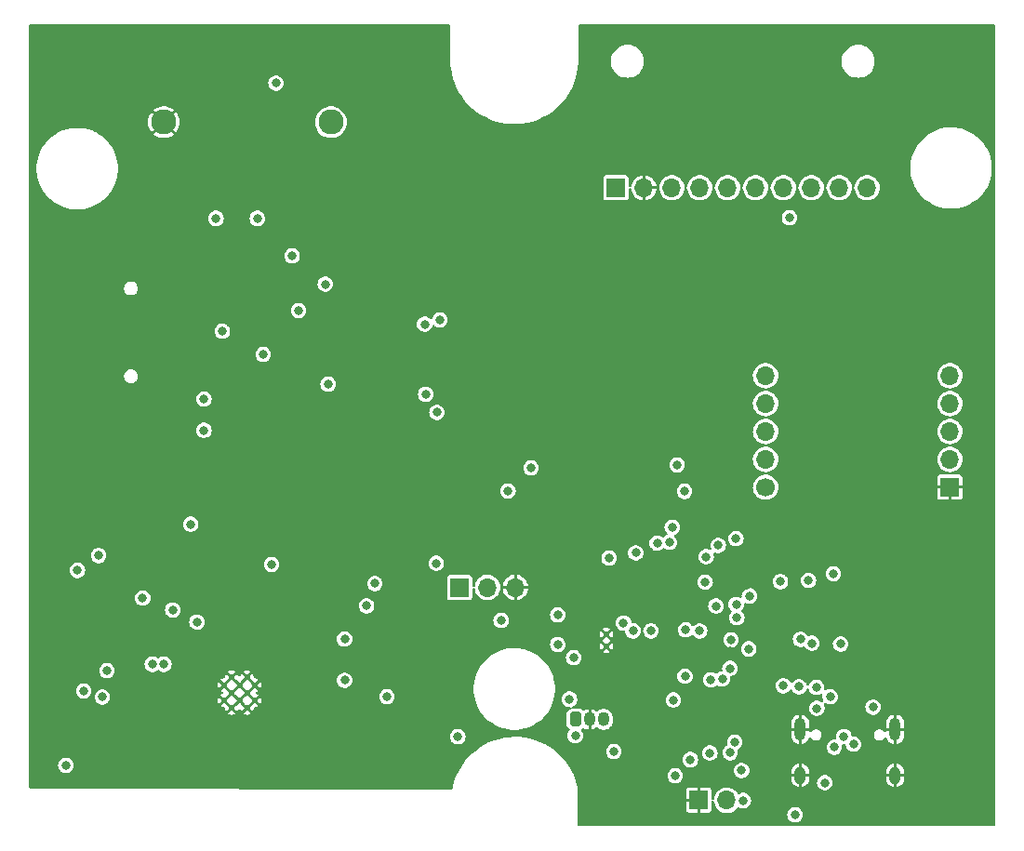
<source format=gbr>
%TF.GenerationSoftware,KiCad,Pcbnew,8.0.5*%
%TF.CreationDate,2024-10-11T13:06:57+01:00*%
%TF.ProjectId,esquema_eletronico,65737175-656d-4615-9f65-6c6574726f6e,rev?*%
%TF.SameCoordinates,Original*%
%TF.FileFunction,Copper,L2,Inr*%
%TF.FilePolarity,Positive*%
%FSLAX46Y46*%
G04 Gerber Fmt 4.6, Leading zero omitted, Abs format (unit mm)*
G04 Created by KiCad (PCBNEW 8.0.5) date 2024-10-11 13:06:57*
%MOMM*%
%LPD*%
G01*
G04 APERTURE LIST*
G04 Aperture macros list*
%AMRoundRect*
0 Rectangle with rounded corners*
0 $1 Rounding radius*
0 $2 $3 $4 $5 $6 $7 $8 $9 X,Y pos of 4 corners*
0 Add a 4 corners polygon primitive as box body*
4,1,4,$2,$3,$4,$5,$6,$7,$8,$9,$2,$3,0*
0 Add four circle primitives for the rounded corners*
1,1,$1+$1,$2,$3*
1,1,$1+$1,$4,$5*
1,1,$1+$1,$6,$7*
1,1,$1+$1,$8,$9*
0 Add four rect primitives between the rounded corners*
20,1,$1+$1,$2,$3,$4,$5,0*
20,1,$1+$1,$4,$5,$6,$7,0*
20,1,$1+$1,$6,$7,$8,$9,0*
20,1,$1+$1,$8,$9,$2,$3,0*%
G04 Aperture macros list end*
%TA.AperFunction,ComponentPad*%
%ADD10R,1.700000X1.700000*%
%TD*%
%TA.AperFunction,ComponentPad*%
%ADD11O,1.700000X1.700000*%
%TD*%
%TA.AperFunction,ComponentPad*%
%ADD12C,1.700000*%
%TD*%
%TA.AperFunction,HeatsinkPad*%
%ADD13C,0.600000*%
%TD*%
%TA.AperFunction,ComponentPad*%
%ADD14RoundRect,0.249900X-0.275100X-0.400100X0.275100X-0.400100X0.275100X0.400100X-0.275100X0.400100X0*%
%TD*%
%TA.AperFunction,ComponentPad*%
%ADD15O,1.050000X1.300000*%
%TD*%
%TA.AperFunction,ComponentPad*%
%ADD16C,0.600000*%
%TD*%
%TA.AperFunction,ComponentPad*%
%ADD17C,2.286000*%
%TD*%
%TA.AperFunction,ComponentPad*%
%ADD18O,1.000000X1.600000*%
%TD*%
%TA.AperFunction,ComponentPad*%
%ADD19O,1.000000X2.100000*%
%TD*%
%TA.AperFunction,ViaPad*%
%ADD20C,0.800000*%
%TD*%
G04 APERTURE END LIST*
D10*
%TO.N,GNDREF*%
%TO.C,U9*%
X161850000Y-109130000D03*
D11*
%TO.N,unconnected-(U9-VIN-Pad2)*%
X161850000Y-106590000D03*
%TO.N,/VREF_3V3*%
X161850000Y-104050000D03*
%TO.N,unconnected-(U9-ON_OFF-Pad4)*%
X161850000Y-101510000D03*
%TO.N,/VREF_3V3*%
X161850000Y-98970000D03*
%TO.N,/GPS_TXD*%
X145070000Y-98960000D03*
%TO.N,/GPS_RXD*%
X145070000Y-101500000D03*
%TO.N,unconnected-(U9-NC-Pad8)*%
X145070000Y-104040000D03*
%TO.N,unconnected-(U9-MODE-Pad9)*%
X145070000Y-106580000D03*
D12*
%TO.N,unconnected-(U9-1PPS-Pad10)*%
X145070000Y-109120000D03*
%TD*%
D10*
%TO.N,/TMP_DATA*%
%TO.C,J1_TMP1*%
X117220000Y-118250000D03*
D11*
%TO.N,/VREF_TMP_3V3*%
X119760000Y-118250000D03*
%TO.N,GNDREF*%
X122300000Y-118250000D03*
%TD*%
D10*
%TO.N,/VREF_3V3*%
%TO.C,U4*%
X131457500Y-81855000D03*
D11*
%TO.N,GNDREF*%
X133997500Y-81855000D03*
%TO.N,/IIC_SCL*%
X136537500Y-81855000D03*
%TO.N,/IIC_SDA*%
X139077500Y-81855000D03*
%TO.N,unconnected-(U4-EDA-Pad5)*%
X141617500Y-81855000D03*
%TO.N,unconnected-(U4-ECL-Pad6)*%
X144157500Y-81855000D03*
%TO.N,/VREF_3V3*%
X146697500Y-81855000D03*
%TO.N,unconnected-(U4-INT-Pad8)*%
X149237500Y-81855000D03*
%TO.N,unconnected-(U4-NCS-Pad9)*%
X151777500Y-81855000D03*
%TO.N,unconnected-(U4-FSYNC-Pad10)*%
X154317500Y-81855000D03*
%TD*%
D13*
%TO.N,GNDREF*%
%TO.C,U7*%
X98560000Y-128540000D03*
X98560000Y-127140000D03*
X97860000Y-129240000D03*
X97860000Y-127840000D03*
X97860000Y-126440000D03*
X97185000Y-128540000D03*
X97185000Y-127140000D03*
X96460000Y-129240000D03*
X96460000Y-127840000D03*
X96460000Y-126440000D03*
X95760000Y-128540000D03*
X95760000Y-127140000D03*
%TD*%
D14*
%TO.N,/PRE_VCC*%
%TO.C,U2*%
X127795000Y-130260000D03*
D15*
%TO.N,GNDREF*%
X129065000Y-130260000D03*
%TO.N,Net-(Q4-G)*%
X130335000Y-130260000D03*
%TD*%
D10*
%TO.N,GNDREF*%
%TO.C,J1*%
X139000000Y-137625000D03*
D11*
%TO.N,/BATT*%
X141540000Y-137625000D03*
%TD*%
D16*
%TO.N,GNDREF*%
%TO.C,U3*%
X130570000Y-123600000D03*
X130570000Y-122500000D03*
%TD*%
D17*
%TO.N,/rtc_ds3231/BAT_CELL+*%
%TO.C,BT1*%
X105500000Y-75887500D03*
%TO.N,GNDREF*%
X90300000Y-75887500D03*
%TD*%
D18*
%TO.N,GNDREF*%
%TO.C,J2*%
X156870000Y-135350000D03*
D19*
X156870000Y-131170000D03*
D18*
X148230000Y-135350000D03*
D19*
X148230000Y-131170000D03*
%TD*%
D20*
%TO.N,GNDREF*%
X135000000Y-90000000D03*
X85000000Y-100000000D03*
X114950000Y-79900000D03*
X135000000Y-75000000D03*
X125000000Y-95000000D03*
X155000000Y-85000000D03*
X95000000Y-100000000D03*
X150000000Y-100000000D03*
X127900000Y-107225000D03*
X83800000Y-130850000D03*
X130000000Y-100000000D03*
X100000000Y-125000000D03*
X150000000Y-80000000D03*
X160000000Y-70000000D03*
X160000000Y-85000000D03*
X155145225Y-94984133D03*
X144825000Y-127325000D03*
X95000000Y-75000000D03*
X115000000Y-110000000D03*
X150000000Y-110000000D03*
X155000000Y-100000000D03*
X95000000Y-90000000D03*
X134400000Y-137525000D03*
X80000000Y-110000000D03*
X120000000Y-105000000D03*
X145000000Y-95000000D03*
X152250000Y-126950000D03*
X80000000Y-105000000D03*
X80000000Y-90000000D03*
X155000000Y-110000000D03*
X130000000Y-90000000D03*
X160000000Y-75000000D03*
X125000000Y-90000000D03*
X80000000Y-95000000D03*
X135000000Y-95000000D03*
X110000000Y-75000000D03*
X115000000Y-75000000D03*
X152200000Y-136250000D03*
X95000000Y-125000000D03*
X140000000Y-85000000D03*
X140000000Y-90000000D03*
X80000000Y-100000000D03*
X135000000Y-70000000D03*
X147000000Y-133250000D03*
X90000000Y-100000000D03*
X85000000Y-90000000D03*
X105000000Y-85000000D03*
X145000000Y-80000000D03*
X134498000Y-115003415D03*
X95800000Y-87900000D03*
X145000000Y-90000000D03*
X144750000Y-114225000D03*
X120000000Y-79850000D03*
X150042224Y-95058090D03*
X160000000Y-95000000D03*
X95250000Y-79900000D03*
X80000000Y-85000000D03*
X152175000Y-120350000D03*
X143850000Y-122725000D03*
X140300000Y-111375000D03*
X133075000Y-126200000D03*
X150000000Y-75000000D03*
X85000000Y-105000000D03*
X101500000Y-116250000D03*
X120000000Y-95000000D03*
X125000000Y-105000000D03*
X114000000Y-135450000D03*
X140000000Y-75000000D03*
X90000000Y-70000000D03*
X155000000Y-80000000D03*
X90000000Y-90000000D03*
X130775000Y-114325000D03*
X108450000Y-95200000D03*
X130000000Y-70000000D03*
X80000000Y-70000000D03*
X85000000Y-75000000D03*
X145000000Y-75000000D03*
X150000000Y-85000000D03*
X80000000Y-115000000D03*
X110000000Y-80000000D03*
X89600000Y-103650000D03*
X126975000Y-122225000D03*
X88350000Y-135600000D03*
X156100000Y-129250000D03*
X100000000Y-70000000D03*
X85000000Y-110000000D03*
X96500000Y-92750000D03*
X141826106Y-124050000D03*
X110213936Y-69999999D03*
X105000000Y-110000000D03*
X115000000Y-90000000D03*
X85000000Y-85000000D03*
X155000000Y-105000000D03*
X122875000Y-114500000D03*
X105450000Y-93700000D03*
X140000000Y-70000000D03*
X115000000Y-85000000D03*
X101750000Y-95850000D03*
X150000000Y-105000000D03*
X113550000Y-78625000D03*
X120000000Y-100000000D03*
X148500000Y-129450000D03*
X150000000Y-90000000D03*
X90000000Y-85000000D03*
X100000000Y-85000000D03*
X90000000Y-95000000D03*
X95000000Y-70000000D03*
X130000000Y-85000000D03*
X110000000Y-115000000D03*
X106200000Y-91150000D03*
X115000000Y-70000000D03*
X140000000Y-80000000D03*
X130000000Y-75000000D03*
X150000000Y-70000000D03*
X95000000Y-135000000D03*
X125050000Y-79900000D03*
X145000000Y-70000000D03*
X110000000Y-85000000D03*
X100000000Y-135000000D03*
X138075000Y-132375000D03*
X140000000Y-100000000D03*
X130000000Y-110000000D03*
X143340605Y-118059396D03*
X153800000Y-127500000D03*
X130000000Y-105000000D03*
X110000000Y-95000000D03*
X125000000Y-100000000D03*
X89650000Y-88200000D03*
X135000000Y-80000000D03*
X153750000Y-113425000D03*
X80000000Y-75000000D03*
X109500000Y-135500000D03*
X109650000Y-130450000D03*
X128825000Y-135175000D03*
X110000000Y-105000000D03*
X103350000Y-87800000D03*
X90000000Y-80000000D03*
X125000000Y-85000000D03*
X120450000Y-90500000D03*
X160000000Y-90000000D03*
X95750000Y-102750000D03*
X102700000Y-135550000D03*
X149050000Y-136600000D03*
X155000000Y-75000000D03*
X128925000Y-120175000D03*
X123925000Y-78500000D03*
X130000000Y-80000000D03*
X155000000Y-90000000D03*
X114950000Y-127450000D03*
X103000000Y-74300000D03*
X85000000Y-95000000D03*
X140000000Y-95000000D03*
X120000000Y-85000000D03*
X105000000Y-70000000D03*
X145000000Y-85000000D03*
X146775000Y-130725000D03*
X130000000Y-95000000D03*
X90000000Y-135000000D03*
%TO.N,/rtc_ds3231/BAT_CELL+*%
X100500000Y-72350000D03*
%TO.N,/VCC_RAW*%
X126150000Y-120750000D03*
X126150000Y-123450000D03*
%TO.N,/VREF_TMP_3V3*%
X121625000Y-109475000D03*
X123725000Y-107375000D03*
%TO.N,/TMP_DATA*%
X91100000Y-120300000D03*
%TO.N,/ESP32_WROOM_32D/IO14*%
X150457298Y-136033194D03*
X109500000Y-117900000D03*
%TO.N,/VREF_3V3*%
X98800000Y-84650000D03*
X81375000Y-134450000D03*
X117050000Y-131850000D03*
X130825000Y-115575000D03*
X147250000Y-84600000D03*
X95625000Y-94925000D03*
X136575000Y-112775000D03*
X95050000Y-84650000D03*
X101975000Y-88075000D03*
X137700000Y-109500000D03*
X132148000Y-121492891D03*
%TO.N,/BATT*%
X147750000Y-138950000D03*
X141850000Y-133300000D03*
X143050000Y-137650000D03*
X151900000Y-123400000D03*
%TO.N,/IIC_SCL*%
X84350000Y-115350000D03*
X114037500Y-94287500D03*
%TO.N,/batery_module/VIN*%
X139078611Y-122221389D03*
X134643030Y-122205347D03*
X137800000Y-122100000D03*
%TO.N,/IIC_SDA*%
X115433889Y-93883889D03*
X82435000Y-116700000D03*
X84700000Y-128225000D03*
X83003000Y-127675000D03*
%TO.N,/SPI_MISO*%
X104980001Y-90641751D03*
X85118000Y-125832000D03*
%TO.N,/SPI_SCK*%
X105250000Y-99750000D03*
X92750000Y-112500000D03*
%TO.N,Net-(IC2-REGN)*%
X138225000Y-133925000D03*
X136675000Y-128500000D03*
%TO.N,/PRE_VCC*%
X140013820Y-133324528D03*
X127750000Y-131750000D03*
X131250000Y-133200000D03*
X136850000Y-135400000D03*
X127225000Y-128425000D03*
%TO.N,/EN*%
X108750000Y-119925000D03*
X106750000Y-126700000D03*
%TO.N,/IO0*%
X106750000Y-122950000D03*
X88375000Y-119225000D03*
%TO.N,/SPI_CS*%
X93950000Y-103950000D03*
X93950000Y-101100000D03*
%TO.N,/USBD+*%
X152200000Y-131825000D03*
X150950000Y-128200000D03*
X140077609Y-126655652D03*
X135200000Y-114225000D03*
%TO.N,/USBD-*%
X141124106Y-126599106D03*
X136325000Y-114150000D03*
X149700000Y-127350000D03*
%TO.N,/USB5V*%
X141826106Y-125625000D03*
X143550000Y-123850000D03*
X146700000Y-127200000D03*
X154850000Y-129150000D03*
X142450000Y-121000000D03*
X137737500Y-126337500D03*
X149750000Y-129250000D03*
X142400000Y-119800000D03*
%TO.N,/wireless_charging/~{CHG_PIN}*%
X149300000Y-123329948D03*
X142375000Y-113800000D03*
%TO.N,Net-(IC2-VSET)*%
X142897113Y-134916280D03*
X142275000Y-132325000D03*
%TO.N,/WRL_EN*%
X148125000Y-127300000D03*
X148253097Y-122971888D03*
%TO.N,Net-(J2-CC1)*%
X153075000Y-132525000D03*
%TO.N,Net-(J2-CC2)*%
X151325000Y-132800000D03*
%TO.N,/sd_card/CS_LLS*%
X99350000Y-97050000D03*
X102550000Y-93037000D03*
%TO.N,/GPS_RXD*%
X115150000Y-102325000D03*
%TO.N,/GPS_TXD*%
X114125000Y-100675000D03*
%TO.N,/RTS*%
X110600000Y-128200000D03*
X127600000Y-124650000D03*
X133000000Y-122200000D03*
X121000000Y-121250000D03*
%TO.N,/DTR*%
X115100000Y-116050000D03*
X133250000Y-115100000D03*
%TO.N,Net-(U6-FOD)*%
X143606457Y-119023413D03*
X148980602Y-117611340D03*
%TO.N,Net-(R26-Pad2)*%
X151250000Y-117000000D03*
X146428611Y-117721389D03*
%TO.N,Net-(U8-~{RST})*%
X139675000Y-115450000D03*
X139575000Y-117762000D03*
%TO.N,Net-(U8-~{SUSPEND})*%
X140775000Y-114425000D03*
X140550000Y-119950000D03*
%TO.N,/CTRL_GPIO*%
X93300000Y-121400000D03*
%TO.N,/STAT*%
X100100000Y-116150000D03*
X137025000Y-107100000D03*
X141917487Y-123018824D03*
%TO.N,/UART_PROG_TX*%
X89250000Y-125250000D03*
%TO.N,/UART_PROG_RX*%
X90300000Y-125250000D03*
%TD*%
%TA.AperFunction,Conductor*%
%TO.N,GNDREF*%
G36*
X116317848Y-67019685D02*
G01*
X116363603Y-67072489D01*
X116374809Y-67124191D01*
X116370039Y-70228561D01*
X116371579Y-70469386D01*
X116391744Y-70723861D01*
X116409638Y-70949687D01*
X116487275Y-71425190D01*
X116603959Y-71892647D01*
X116701928Y-72181125D01*
X116758892Y-72348859D01*
X116758894Y-72348865D01*
X116951001Y-72790676D01*
X116951006Y-72790687D01*
X116951010Y-72790695D01*
X117154297Y-73169146D01*
X117179002Y-73215139D01*
X117441303Y-73619276D01*
X117736122Y-74000349D01*
X118061423Y-74355727D01*
X118061431Y-74355735D01*
X118061433Y-74355737D01*
X118415014Y-74683016D01*
X118676826Y-74887899D01*
X118766810Y-74958317D01*
X118794443Y-74979941D01*
X119197122Y-75244480D01*
X119620294Y-75474821D01*
X119620297Y-75474822D01*
X119620298Y-75474823D01*
X120061038Y-75669378D01*
X120061060Y-75669387D01*
X120516400Y-75826846D01*
X120516406Y-75826848D01*
X120983192Y-75946118D01*
X120983198Y-75946119D01*
X120983206Y-75946121D01*
X121458272Y-76026393D01*
X121938347Y-76067114D01*
X122420146Y-76068005D01*
X122420146Y-76068004D01*
X122420149Y-76068005D01*
X122420151Y-76068005D01*
X122697100Y-76045544D01*
X122900370Y-76029059D01*
X123375729Y-75950543D01*
X123842969Y-75832995D01*
X124298892Y-75677220D01*
X124740374Y-75484285D01*
X125164394Y-75255509D01*
X125568048Y-74992461D01*
X125948572Y-74696940D01*
X126303361Y-74370971D01*
X126629986Y-74016785D01*
X126926209Y-73636808D01*
X127190003Y-73233641D01*
X127419562Y-72810045D01*
X127613313Y-72368919D01*
X127769930Y-71913286D01*
X127888342Y-71446263D01*
X127967736Y-70971050D01*
X128007569Y-70490900D01*
X128010000Y-70250000D01*
X128010029Y-70230919D01*
X131000062Y-70230919D01*
X131000062Y-70479081D01*
X131016400Y-70576992D01*
X131040908Y-70723862D01*
X131121484Y-70958572D01*
X131121489Y-70958582D01*
X131239594Y-71176822D01*
X131239600Y-71176831D01*
X131392017Y-71372656D01*
X131392020Y-71372660D01*
X131392022Y-71372662D01*
X131392023Y-71372663D01*
X131574602Y-71540739D01*
X131782355Y-71676471D01*
X132009616Y-71776157D01*
X132250185Y-71837077D01*
X132332623Y-71843908D01*
X132497494Y-71857571D01*
X132497500Y-71857571D01*
X132497506Y-71857571D01*
X132645889Y-71845274D01*
X132744815Y-71837077D01*
X132985384Y-71776157D01*
X133212645Y-71676471D01*
X133420398Y-71540739D01*
X133602977Y-71372663D01*
X133755402Y-71176828D01*
X133873514Y-70958576D01*
X133954092Y-70723859D01*
X133994938Y-70479081D01*
X133997500Y-70355000D01*
X133994938Y-70230919D01*
X152000062Y-70230919D01*
X152000062Y-70479081D01*
X152016400Y-70576992D01*
X152040908Y-70723862D01*
X152121484Y-70958572D01*
X152121489Y-70958582D01*
X152239594Y-71176822D01*
X152239600Y-71176831D01*
X152392017Y-71372656D01*
X152392020Y-71372660D01*
X152392022Y-71372662D01*
X152392023Y-71372663D01*
X152574602Y-71540739D01*
X152782355Y-71676471D01*
X153009616Y-71776157D01*
X153250185Y-71837077D01*
X153332623Y-71843908D01*
X153497494Y-71857571D01*
X153497500Y-71857571D01*
X153497506Y-71857571D01*
X153645889Y-71845274D01*
X153744815Y-71837077D01*
X153985384Y-71776157D01*
X154212645Y-71676471D01*
X154420398Y-71540739D01*
X154602977Y-71372663D01*
X154755402Y-71176828D01*
X154873514Y-70958576D01*
X154954092Y-70723859D01*
X154994938Y-70479081D01*
X154997500Y-70355000D01*
X154994938Y-70230919D01*
X154954092Y-69986141D01*
X154873514Y-69751424D01*
X154755402Y-69533172D01*
X154602977Y-69337337D01*
X154420398Y-69169261D01*
X154420395Y-69169259D01*
X154212646Y-69033529D01*
X153985384Y-68933843D01*
X153744811Y-68872922D01*
X153497506Y-68852430D01*
X153497494Y-68852430D01*
X153250188Y-68872922D01*
X153009615Y-68933843D01*
X152782353Y-69033529D01*
X152574604Y-69169259D01*
X152574600Y-69169262D01*
X152392020Y-69337339D01*
X152392017Y-69337343D01*
X152239600Y-69533168D01*
X152239594Y-69533177D01*
X152121489Y-69751417D01*
X152121484Y-69751427D01*
X152040908Y-69986137D01*
X152008231Y-70181963D01*
X152000062Y-70230919D01*
X133994938Y-70230919D01*
X133954092Y-69986141D01*
X133873514Y-69751424D01*
X133755402Y-69533172D01*
X133602977Y-69337337D01*
X133420398Y-69169261D01*
X133420395Y-69169259D01*
X133212646Y-69033529D01*
X132985384Y-68933843D01*
X132744811Y-68872922D01*
X132497506Y-68852430D01*
X132497494Y-68852430D01*
X132250188Y-68872922D01*
X132009615Y-68933843D01*
X131782353Y-69033529D01*
X131574604Y-69169259D01*
X131574600Y-69169262D01*
X131392020Y-69337339D01*
X131392017Y-69337343D01*
X131239600Y-69533168D01*
X131239594Y-69533177D01*
X131121489Y-69751417D01*
X131121484Y-69751427D01*
X131040908Y-69986137D01*
X131008231Y-70181963D01*
X131000062Y-70230919D01*
X128010029Y-70230919D01*
X128014789Y-67129545D01*
X128034577Y-67062540D01*
X128087451Y-67016866D01*
X128138768Y-67005739D01*
X165875983Y-67000018D01*
X165943024Y-67019692D01*
X165988787Y-67072489D01*
X166000000Y-67124018D01*
X166000000Y-139876000D01*
X165980315Y-139943039D01*
X165927511Y-139988794D01*
X165876000Y-140000000D01*
X128074408Y-140000000D01*
X128007369Y-139980315D01*
X127961614Y-139927511D01*
X127950409Y-139875592D01*
X127953451Y-138950000D01*
X147044355Y-138950000D01*
X147064859Y-139118869D01*
X147064860Y-139118874D01*
X147125182Y-139277931D01*
X147187475Y-139368177D01*
X147221817Y-139417929D01*
X147327505Y-139511560D01*
X147349150Y-139530736D01*
X147499773Y-139609789D01*
X147499775Y-139609790D01*
X147664944Y-139650500D01*
X147835056Y-139650500D01*
X148000225Y-139609790D01*
X148079692Y-139568081D01*
X148150849Y-139530736D01*
X148150850Y-139530734D01*
X148150852Y-139530734D01*
X148278183Y-139417929D01*
X148374818Y-139277930D01*
X148435140Y-139118872D01*
X148455645Y-138950000D01*
X148435140Y-138781128D01*
X148374818Y-138622070D01*
X148278183Y-138482071D01*
X148150852Y-138369266D01*
X148150849Y-138369263D01*
X148000226Y-138290210D01*
X147835056Y-138249500D01*
X147664944Y-138249500D01*
X147499773Y-138290210D01*
X147349150Y-138369263D01*
X147221816Y-138482072D01*
X147125182Y-138622068D01*
X147064860Y-138781125D01*
X147064859Y-138781130D01*
X147044355Y-138950000D01*
X127953451Y-138950000D01*
X127960745Y-136730205D01*
X137850000Y-136730205D01*
X137850000Y-137500000D01*
X138515856Y-137500000D01*
X138500000Y-137559174D01*
X138500000Y-137690826D01*
X138515856Y-137750000D01*
X137850001Y-137750000D01*
X137850001Y-138519785D01*
X137850002Y-138519808D01*
X137852908Y-138544869D01*
X137852909Y-138544873D01*
X137898211Y-138647474D01*
X137898214Y-138647479D01*
X137977520Y-138726785D01*
X137977525Y-138726788D01*
X138080123Y-138772089D01*
X138105206Y-138774999D01*
X138874999Y-138774999D01*
X138875000Y-138774998D01*
X138875000Y-138109144D01*
X138934174Y-138125000D01*
X139065826Y-138125000D01*
X139125000Y-138109144D01*
X139125000Y-138774999D01*
X139894786Y-138774999D01*
X139894808Y-138774997D01*
X139919869Y-138772091D01*
X139919873Y-138772090D01*
X140022474Y-138726788D01*
X140022479Y-138726785D01*
X140101785Y-138647479D01*
X140101788Y-138647474D01*
X140147089Y-138544877D01*
X140147089Y-138544875D01*
X140149999Y-138519794D01*
X140149999Y-137775653D01*
X140169683Y-137708614D01*
X140222487Y-137662859D01*
X140291646Y-137652915D01*
X140355202Y-137681940D01*
X140392976Y-137740718D01*
X140397470Y-137764211D01*
X140402536Y-137818874D01*
X140404244Y-137837310D01*
X140457675Y-138025099D01*
X140462596Y-138042392D01*
X140462596Y-138042394D01*
X140557632Y-138233253D01*
X140686127Y-138403406D01*
X140686128Y-138403407D01*
X140843698Y-138547052D01*
X141024981Y-138659298D01*
X141223802Y-138736321D01*
X141433390Y-138775500D01*
X141433392Y-138775500D01*
X141646608Y-138775500D01*
X141646610Y-138775500D01*
X141856198Y-138736321D01*
X142055019Y-138659298D01*
X142236302Y-138547052D01*
X142393872Y-138403407D01*
X142496306Y-138267763D01*
X142552413Y-138226129D01*
X142622125Y-138221438D01*
X142652884Y-138232696D01*
X142799773Y-138309789D01*
X142799775Y-138309790D01*
X142964944Y-138350500D01*
X143135056Y-138350500D01*
X143300225Y-138309790D01*
X143446049Y-138233255D01*
X143450849Y-138230736D01*
X143450850Y-138230734D01*
X143450852Y-138230734D01*
X143578183Y-138117929D01*
X143674818Y-137977930D01*
X143735140Y-137818872D01*
X143755645Y-137650000D01*
X143735140Y-137481128D01*
X143674818Y-137322070D01*
X143578183Y-137182071D01*
X143450852Y-137069266D01*
X143450849Y-137069263D01*
X143300226Y-136990210D01*
X143135056Y-136949500D01*
X142964944Y-136949500D01*
X142799776Y-136990209D01*
X142679926Y-137053112D01*
X142611417Y-137066837D01*
X142546364Y-137041344D01*
X142523346Y-137018042D01*
X142393872Y-136846593D01*
X142236302Y-136702948D01*
X142055019Y-136590702D01*
X142055017Y-136590701D01*
X141950589Y-136550246D01*
X141856198Y-136513679D01*
X141646610Y-136474500D01*
X141433390Y-136474500D01*
X141223802Y-136513679D01*
X141223799Y-136513679D01*
X141223799Y-136513680D01*
X141024982Y-136590701D01*
X141024980Y-136590702D01*
X140843699Y-136702947D01*
X140686127Y-136846593D01*
X140557632Y-137016746D01*
X140462596Y-137207605D01*
X140462596Y-137207607D01*
X140404244Y-137412689D01*
X140397470Y-137485790D01*
X140371683Y-137550727D01*
X140314883Y-137591414D01*
X140245102Y-137594934D01*
X140184496Y-137560168D01*
X140152306Y-137498155D01*
X140149999Y-137474348D01*
X140149999Y-136730214D01*
X140149997Y-136730191D01*
X140147091Y-136705130D01*
X140147090Y-136705126D01*
X140101788Y-136602525D01*
X140101785Y-136602520D01*
X140022479Y-136523214D01*
X140022474Y-136523211D01*
X139919876Y-136477910D01*
X139894794Y-136475000D01*
X139125000Y-136475000D01*
X139125000Y-137140855D01*
X139065826Y-137125000D01*
X138934174Y-137125000D01*
X138875000Y-137140855D01*
X138875000Y-136475000D01*
X138105214Y-136475000D01*
X138105191Y-136475002D01*
X138080130Y-136477908D01*
X138080126Y-136477909D01*
X137977525Y-136523211D01*
X137977520Y-136523214D01*
X137898214Y-136602520D01*
X137898211Y-136602525D01*
X137852910Y-136705122D01*
X137852910Y-136705124D01*
X137850000Y-136730205D01*
X127960745Y-136730205D01*
X127961588Y-136473752D01*
X127961588Y-136473748D01*
X127951215Y-136426300D01*
X127909754Y-136236650D01*
X127771692Y-135771331D01*
X127626799Y-135400000D01*
X136144355Y-135400000D01*
X136164859Y-135568869D01*
X136164860Y-135568874D01*
X136225182Y-135727931D01*
X136287475Y-135818177D01*
X136321817Y-135867929D01*
X136427505Y-135961560D01*
X136449150Y-135980736D01*
X136599773Y-136059789D01*
X136599775Y-136059790D01*
X136764944Y-136100500D01*
X136935056Y-136100500D01*
X137100225Y-136059790D01*
X137179692Y-136018081D01*
X137250849Y-135980736D01*
X137250850Y-135980734D01*
X137250852Y-135980734D01*
X137378183Y-135867929D01*
X137474818Y-135727930D01*
X137535140Y-135568872D01*
X137555645Y-135400000D01*
X137535140Y-135231128D01*
X137474818Y-135072070D01*
X137378183Y-134932071D01*
X137360359Y-134916280D01*
X142191468Y-134916280D01*
X142211972Y-135085149D01*
X142211973Y-135085154D01*
X142272295Y-135244211D01*
X142324027Y-135319156D01*
X142368930Y-135384209D01*
X142471412Y-135475000D01*
X142496263Y-135497016D01*
X142633177Y-135568874D01*
X142646888Y-135576070D01*
X142812057Y-135616780D01*
X142982169Y-135616780D01*
X143147338Y-135576070D01*
X143226805Y-135534361D01*
X143297962Y-135497016D01*
X143297963Y-135497014D01*
X143297965Y-135497014D01*
X143425296Y-135384209D01*
X143521931Y-135244210D01*
X143582253Y-135085152D01*
X143596089Y-134971202D01*
X147430000Y-134971202D01*
X147430000Y-135225000D01*
X147930000Y-135225000D01*
X147930000Y-135475000D01*
X147430000Y-135475000D01*
X147430000Y-135728797D01*
X147460741Y-135883343D01*
X147460743Y-135883351D01*
X147521047Y-136028939D01*
X147521052Y-136028948D01*
X147608598Y-136159969D01*
X147608601Y-136159973D01*
X147720026Y-136271398D01*
X147720030Y-136271401D01*
X147851051Y-136358947D01*
X147851060Y-136358952D01*
X147996648Y-136419256D01*
X147996656Y-136419258D01*
X148104999Y-136440809D01*
X148105000Y-136440809D01*
X148105000Y-135924242D01*
X148114204Y-135929556D01*
X148190504Y-135950000D01*
X148269496Y-135950000D01*
X148345796Y-135929556D01*
X148355000Y-135924242D01*
X148355000Y-136440809D01*
X148463343Y-136419258D01*
X148463351Y-136419256D01*
X148608939Y-136358952D01*
X148608948Y-136358947D01*
X148739969Y-136271401D01*
X148739973Y-136271398D01*
X148851398Y-136159973D01*
X148851401Y-136159969D01*
X148936110Y-136033194D01*
X149751653Y-136033194D01*
X149772157Y-136202063D01*
X149772158Y-136202068D01*
X149832480Y-136361125D01*
X149851249Y-136388316D01*
X149929115Y-136501123D01*
X149962194Y-136530428D01*
X150056448Y-136613930D01*
X150207071Y-136692983D01*
X150207073Y-136692984D01*
X150372242Y-136733694D01*
X150542354Y-136733694D01*
X150707523Y-136692984D01*
X150786990Y-136651275D01*
X150858147Y-136613930D01*
X150858148Y-136613928D01*
X150858150Y-136613928D01*
X150985481Y-136501123D01*
X151082116Y-136361124D01*
X151142438Y-136202066D01*
X151162943Y-136033194D01*
X151142438Y-135864322D01*
X151082116Y-135705264D01*
X150985481Y-135565265D01*
X150890614Y-135481220D01*
X150858147Y-135452457D01*
X150707524Y-135373404D01*
X150542354Y-135332694D01*
X150372242Y-135332694D01*
X150207071Y-135373404D01*
X150056448Y-135452457D01*
X149929114Y-135565266D01*
X149832480Y-135705262D01*
X149772158Y-135864319D01*
X149772157Y-135864324D01*
X149751653Y-136033194D01*
X148936110Y-136033194D01*
X148938947Y-136028948D01*
X148938952Y-136028939D01*
X148999256Y-135883351D01*
X148999258Y-135883343D01*
X149029999Y-135728797D01*
X149030000Y-135728794D01*
X149030000Y-135475000D01*
X148530000Y-135475000D01*
X148530000Y-135225000D01*
X149030000Y-135225000D01*
X149030000Y-134971206D01*
X149029999Y-134971202D01*
X156070000Y-134971202D01*
X156070000Y-135225000D01*
X156570000Y-135225000D01*
X156570000Y-135475000D01*
X156070000Y-135475000D01*
X156070000Y-135728797D01*
X156100741Y-135883343D01*
X156100743Y-135883351D01*
X156161047Y-136028939D01*
X156161052Y-136028948D01*
X156248598Y-136159969D01*
X156248601Y-136159973D01*
X156360026Y-136271398D01*
X156360030Y-136271401D01*
X156491051Y-136358947D01*
X156491060Y-136358952D01*
X156636648Y-136419256D01*
X156636656Y-136419258D01*
X156744999Y-136440809D01*
X156745000Y-136440809D01*
X156745000Y-135924242D01*
X156754204Y-135929556D01*
X156830504Y-135950000D01*
X156909496Y-135950000D01*
X156985796Y-135929556D01*
X156995000Y-135924242D01*
X156995000Y-136440809D01*
X157103343Y-136419258D01*
X157103351Y-136419256D01*
X157248939Y-136358952D01*
X157248948Y-136358947D01*
X157379969Y-136271401D01*
X157379973Y-136271398D01*
X157491398Y-136159973D01*
X157491401Y-136159969D01*
X157578947Y-136028948D01*
X157578952Y-136028939D01*
X157639256Y-135883351D01*
X157639258Y-135883343D01*
X157669999Y-135728797D01*
X157670000Y-135728794D01*
X157670000Y-135475000D01*
X157170000Y-135475000D01*
X157170000Y-135225000D01*
X157670000Y-135225000D01*
X157670000Y-134971206D01*
X157669999Y-134971202D01*
X157639258Y-134816656D01*
X157639256Y-134816648D01*
X157578952Y-134671060D01*
X157578947Y-134671051D01*
X157491401Y-134540030D01*
X157491398Y-134540026D01*
X157379973Y-134428601D01*
X157379969Y-134428598D01*
X157248948Y-134341052D01*
X157248939Y-134341047D01*
X157103351Y-134280743D01*
X157103345Y-134280741D01*
X156995000Y-134259189D01*
X156995000Y-134775757D01*
X156985796Y-134770444D01*
X156909496Y-134750000D01*
X156830504Y-134750000D01*
X156754204Y-134770444D01*
X156745000Y-134775757D01*
X156745000Y-134259190D01*
X156744999Y-134259189D01*
X156636654Y-134280741D01*
X156636648Y-134280743D01*
X156491060Y-134341047D01*
X156491051Y-134341052D01*
X156360030Y-134428598D01*
X156360026Y-134428601D01*
X156248601Y-134540026D01*
X156248598Y-134540030D01*
X156161052Y-134671051D01*
X156161047Y-134671060D01*
X156100743Y-134816648D01*
X156100741Y-134816656D01*
X156070000Y-134971202D01*
X149029999Y-134971202D01*
X148999258Y-134816656D01*
X148999256Y-134816648D01*
X148938952Y-134671060D01*
X148938947Y-134671051D01*
X148851401Y-134540030D01*
X148851398Y-134540026D01*
X148739973Y-134428601D01*
X148739969Y-134428598D01*
X148608948Y-134341052D01*
X148608939Y-134341047D01*
X148463351Y-134280743D01*
X148463345Y-134280741D01*
X148355000Y-134259189D01*
X148355000Y-134775757D01*
X148345796Y-134770444D01*
X148269496Y-134750000D01*
X148190504Y-134750000D01*
X148114204Y-134770444D01*
X148105000Y-134775757D01*
X148105000Y-134259190D01*
X148104999Y-134259189D01*
X147996654Y-134280741D01*
X147996648Y-134280743D01*
X147851060Y-134341047D01*
X147851051Y-134341052D01*
X147720030Y-134428598D01*
X147720026Y-134428601D01*
X147608601Y-134540026D01*
X147608598Y-134540030D01*
X147521052Y-134671051D01*
X147521047Y-134671060D01*
X147460743Y-134816648D01*
X147460741Y-134816656D01*
X147430000Y-134971202D01*
X143596089Y-134971202D01*
X143602758Y-134916280D01*
X143582253Y-134747408D01*
X143521931Y-134588350D01*
X143425296Y-134448351D01*
X143304180Y-134341052D01*
X143297962Y-134335543D01*
X143147339Y-134256490D01*
X142982169Y-134215780D01*
X142812057Y-134215780D01*
X142646886Y-134256490D01*
X142496263Y-134335543D01*
X142368929Y-134448352D01*
X142272295Y-134588348D01*
X142211973Y-134747405D01*
X142211972Y-134747410D01*
X142191468Y-134916280D01*
X137360359Y-134916280D01*
X137250852Y-134819266D01*
X137250849Y-134819263D01*
X137100226Y-134740210D01*
X136935056Y-134699500D01*
X136764944Y-134699500D01*
X136599773Y-134740210D01*
X136449150Y-134819263D01*
X136321816Y-134932072D01*
X136225182Y-135072068D01*
X136164860Y-135231125D01*
X136164859Y-135231130D01*
X136144355Y-135400000D01*
X127626799Y-135400000D01*
X127595258Y-135319166D01*
X127595255Y-135319159D01*
X127595254Y-135319156D01*
X127381686Y-134883318D01*
X127296053Y-134740210D01*
X127132459Y-134466816D01*
X127105014Y-134428601D01*
X126849334Y-134072592D01*
X126849324Y-134072579D01*
X126723390Y-133925000D01*
X137519355Y-133925000D01*
X137539859Y-134093869D01*
X137539860Y-134093874D01*
X137600182Y-134252931D01*
X137619647Y-134281130D01*
X137696817Y-134392929D01*
X137802505Y-134486560D01*
X137824150Y-134505736D01*
X137974773Y-134584789D01*
X137974775Y-134584790D01*
X138139944Y-134625500D01*
X138310056Y-134625500D01*
X138475225Y-134584790D01*
X138560515Y-134540026D01*
X138625849Y-134505736D01*
X138625850Y-134505734D01*
X138625852Y-134505734D01*
X138753183Y-134392929D01*
X138849818Y-134252930D01*
X138910140Y-134093872D01*
X138930645Y-133925000D01*
X138910140Y-133756128D01*
X138849818Y-133597070D01*
X138753183Y-133457071D01*
X138645594Y-133361756D01*
X138625849Y-133344263D01*
X138588247Y-133324528D01*
X139308175Y-133324528D01*
X139328679Y-133493397D01*
X139328680Y-133493402D01*
X139389002Y-133652459D01*
X139424136Y-133703358D01*
X139485637Y-133792457D01*
X139572337Y-133869266D01*
X139612970Y-133905264D01*
X139716859Y-133959789D01*
X139763595Y-133984318D01*
X139928764Y-134025028D01*
X140098876Y-134025028D01*
X140264045Y-133984318D01*
X140377065Y-133925000D01*
X140414669Y-133905264D01*
X140414670Y-133905262D01*
X140414672Y-133905262D01*
X140542003Y-133792457D01*
X140638638Y-133652458D01*
X140698960Y-133493400D01*
X140719465Y-133324528D01*
X140716487Y-133300000D01*
X141144355Y-133300000D01*
X141164859Y-133468869D01*
X141164860Y-133468874D01*
X141225182Y-133627931D01*
X141277253Y-133703367D01*
X141321817Y-133767929D01*
X141379502Y-133819033D01*
X141449150Y-133880736D01*
X141599773Y-133959789D01*
X141599775Y-133959790D01*
X141764944Y-134000500D01*
X141935056Y-134000500D01*
X142100225Y-133959790D01*
X142179692Y-133918081D01*
X142250849Y-133880736D01*
X142250850Y-133880734D01*
X142250852Y-133880734D01*
X142378183Y-133767929D01*
X142474818Y-133627930D01*
X142535140Y-133468872D01*
X142555645Y-133300000D01*
X142535140Y-133131128D01*
X142535139Y-133131125D01*
X142535139Y-133131124D01*
X142526163Y-133107457D01*
X142520796Y-133037794D01*
X142553943Y-132976288D01*
X142584474Y-132953693D01*
X142675852Y-132905734D01*
X142795201Y-132800000D01*
X150619355Y-132800000D01*
X150639859Y-132968869D01*
X150639860Y-132968874D01*
X150700182Y-133127931D01*
X150719320Y-133155656D01*
X150796817Y-133267929D01*
X150882981Y-133344263D01*
X150924150Y-133380736D01*
X151069594Y-133457071D01*
X151074775Y-133459790D01*
X151239944Y-133500500D01*
X151410056Y-133500500D01*
X151575225Y-133459790D01*
X151654692Y-133418081D01*
X151725849Y-133380736D01*
X151725850Y-133380734D01*
X151725852Y-133380734D01*
X151853183Y-133267929D01*
X151949818Y-133127930D01*
X152010140Y-132968872D01*
X152030645Y-132800000D01*
X152030645Y-132799999D01*
X152014186Y-132664446D01*
X152025647Y-132595523D01*
X152072550Y-132543737D01*
X152137282Y-132525500D01*
X152259561Y-132525500D01*
X152326600Y-132545185D01*
X152372355Y-132597989D01*
X152382657Y-132634553D01*
X152389859Y-132693868D01*
X152389860Y-132693874D01*
X152450182Y-132852931D01*
X152463392Y-132872068D01*
X152546817Y-132992929D01*
X152652505Y-133086560D01*
X152674150Y-133105736D01*
X152824773Y-133184789D01*
X152824775Y-133184790D01*
X152989944Y-133225500D01*
X153160056Y-133225500D01*
X153325225Y-133184790D01*
X153404692Y-133143081D01*
X153475849Y-133105736D01*
X153475850Y-133105734D01*
X153475852Y-133105734D01*
X153603183Y-132992929D01*
X153699818Y-132852930D01*
X153760140Y-132693872D01*
X153780645Y-132525000D01*
X153760140Y-132356128D01*
X153751016Y-132332071D01*
X153708236Y-132219266D01*
X153699818Y-132197070D01*
X153698166Y-132194677D01*
X153659656Y-132138886D01*
X153603183Y-132057071D01*
X153508316Y-131973026D01*
X153475849Y-131944263D01*
X153325226Y-131865210D01*
X153160056Y-131824500D01*
X153015439Y-131824500D01*
X152948400Y-131804815D01*
X152902645Y-131752011D01*
X152892343Y-131715447D01*
X152888176Y-131681130D01*
X152885140Y-131656128D01*
X152865162Y-131603450D01*
X154934500Y-131603450D01*
X154934500Y-131736550D01*
X154966794Y-131857071D01*
X154968949Y-131865115D01*
X154968950Y-131865118D01*
X154976095Y-131877494D01*
X155035499Y-131980384D01*
X155129616Y-132074501D01*
X155244884Y-132141051D01*
X155373450Y-132175500D01*
X155373452Y-132175500D01*
X155506548Y-132175500D01*
X155506550Y-132175500D01*
X155635116Y-132141051D01*
X155750384Y-132074501D01*
X155844501Y-131980384D01*
X155874844Y-131927827D01*
X155925407Y-131879615D01*
X155994014Y-131866391D01*
X156058879Y-131892358D01*
X156098330Y-131947756D01*
X156098412Y-131947723D01*
X156098559Y-131948079D01*
X156099409Y-131949272D01*
X156100696Y-131953238D01*
X156161047Y-132098939D01*
X156161052Y-132098948D01*
X156248598Y-132229969D01*
X156248601Y-132229973D01*
X156360026Y-132341398D01*
X156360030Y-132341401D01*
X156491051Y-132428947D01*
X156491060Y-132428952D01*
X156636648Y-132489256D01*
X156636656Y-132489258D01*
X156744999Y-132510809D01*
X156745000Y-132510809D01*
X156745000Y-131994242D01*
X156754204Y-131999556D01*
X156830504Y-132020000D01*
X156909496Y-132020000D01*
X156985796Y-131999556D01*
X156995000Y-131994242D01*
X156995000Y-132510809D01*
X157103343Y-132489258D01*
X157103351Y-132489256D01*
X157248939Y-132428952D01*
X157248948Y-132428947D01*
X157379969Y-132341401D01*
X157379973Y-132341398D01*
X157491398Y-132229973D01*
X157491401Y-132229969D01*
X157578947Y-132098948D01*
X157578952Y-132098939D01*
X157639256Y-131953351D01*
X157639258Y-131953343D01*
X157669999Y-131798797D01*
X157670000Y-131798794D01*
X157670000Y-131295000D01*
X157170000Y-131295000D01*
X157170000Y-131045000D01*
X157670000Y-131045000D01*
X157670000Y-130541206D01*
X157669999Y-130541202D01*
X157639258Y-130386656D01*
X157639256Y-130386648D01*
X157578952Y-130241060D01*
X157578947Y-130241051D01*
X157491401Y-130110030D01*
X157491398Y-130110026D01*
X157379973Y-129998601D01*
X157379969Y-129998598D01*
X157248948Y-129911052D01*
X157248939Y-129911047D01*
X157103351Y-129850743D01*
X157103345Y-129850741D01*
X156995000Y-129829189D01*
X156995000Y-130345757D01*
X156985796Y-130340444D01*
X156909496Y-130320000D01*
X156830504Y-130320000D01*
X156754204Y-130340444D01*
X156745000Y-130345757D01*
X156745000Y-129829190D01*
X156744999Y-129829189D01*
X156636654Y-129850741D01*
X156636648Y-129850743D01*
X156491060Y-129911047D01*
X156491051Y-129911052D01*
X156360030Y-129998598D01*
X156360026Y-129998601D01*
X156248601Y-130110026D01*
X156248598Y-130110030D01*
X156161052Y-130241051D01*
X156161047Y-130241060D01*
X156100743Y-130386648D01*
X156100741Y-130386656D01*
X156070000Y-130541202D01*
X156070000Y-131045000D01*
X156570000Y-131045000D01*
X156570000Y-131295000D01*
X156070000Y-131295000D01*
X156067172Y-131297827D01*
X156050315Y-131355238D01*
X155997511Y-131400993D01*
X155928353Y-131410937D01*
X155864797Y-131381912D01*
X155847629Y-131363691D01*
X155844504Y-131359619D01*
X155750386Y-131265501D01*
X155750384Y-131265499D01*
X155655123Y-131210500D01*
X155635118Y-131198950D01*
X155635117Y-131198949D01*
X155635116Y-131198949D01*
X155506550Y-131164500D01*
X155373450Y-131164500D01*
X155244884Y-131198949D01*
X155244881Y-131198950D01*
X155129619Y-131265497D01*
X155129613Y-131265501D01*
X155035501Y-131359613D01*
X155035497Y-131359619D01*
X154968950Y-131474881D01*
X154968949Y-131474884D01*
X154934500Y-131603450D01*
X152865162Y-131603450D01*
X152824818Y-131497070D01*
X152728183Y-131357071D01*
X152629068Y-131269263D01*
X152600849Y-131244263D01*
X152450226Y-131165210D01*
X152285056Y-131124500D01*
X152114944Y-131124500D01*
X151949773Y-131165210D01*
X151799150Y-131244263D01*
X151671816Y-131357072D01*
X151575182Y-131497068D01*
X151514860Y-131656125D01*
X151514859Y-131656130D01*
X151494355Y-131825000D01*
X151510814Y-131960554D01*
X151499353Y-132029477D01*
X151452450Y-132081263D01*
X151387718Y-132099500D01*
X151239944Y-132099500D01*
X151074773Y-132140210D01*
X150924150Y-132219263D01*
X150796816Y-132332072D01*
X150700182Y-132472068D01*
X150639860Y-132631125D01*
X150639859Y-132631130D01*
X150619355Y-132800000D01*
X142795201Y-132800000D01*
X142803183Y-132792929D01*
X142899818Y-132652930D01*
X142960140Y-132493872D01*
X142980645Y-132325000D01*
X142960140Y-132156128D01*
X142899818Y-131997070D01*
X142888300Y-131980384D01*
X142843476Y-131915445D01*
X142803183Y-131857071D01*
X142693043Y-131759496D01*
X142675849Y-131744263D01*
X142525226Y-131665210D01*
X142360056Y-131624500D01*
X142189944Y-131624500D01*
X142024773Y-131665210D01*
X141874150Y-131744263D01*
X141746816Y-131857072D01*
X141650182Y-131997068D01*
X141589860Y-132156125D01*
X141589859Y-132156130D01*
X141569355Y-132325000D01*
X141589859Y-132493869D01*
X141589860Y-132493873D01*
X141598837Y-132517543D01*
X141604203Y-132587206D01*
X141571054Y-132648712D01*
X141540521Y-132671308D01*
X141449149Y-132719265D01*
X141321816Y-132832072D01*
X141225182Y-132972068D01*
X141164860Y-133131125D01*
X141164859Y-133131130D01*
X141144355Y-133300000D01*
X140716487Y-133300000D01*
X140698960Y-133155656D01*
X140695593Y-133146779D01*
X140658941Y-133050133D01*
X140638638Y-132996598D01*
X140637579Y-132995064D01*
X140604296Y-132946846D01*
X140542003Y-132856599D01*
X140414672Y-132743794D01*
X140414669Y-132743791D01*
X140264046Y-132664738D01*
X140098876Y-132624028D01*
X139928764Y-132624028D01*
X139763593Y-132664738D01*
X139612970Y-132743791D01*
X139549525Y-132799999D01*
X139489779Y-132852930D01*
X139485636Y-132856600D01*
X139389002Y-132996596D01*
X139328680Y-133155653D01*
X139328679Y-133155658D01*
X139308175Y-133324528D01*
X138588247Y-133324528D01*
X138475226Y-133265210D01*
X138310056Y-133224500D01*
X138139944Y-133224500D01*
X137974773Y-133265210D01*
X137824150Y-133344263D01*
X137696816Y-133457072D01*
X137600182Y-133597068D01*
X137539860Y-133756125D01*
X137539859Y-133756130D01*
X137519355Y-133925000D01*
X126723390Y-133925000D01*
X126534264Y-133703367D01*
X126534255Y-133703358D01*
X126189475Y-133361756D01*
X126189460Y-133361742D01*
X125996327Y-133200000D01*
X130544355Y-133200000D01*
X130564859Y-133368869D01*
X130564860Y-133368874D01*
X130625182Y-133527931D01*
X130672905Y-133597068D01*
X130721817Y-133667929D01*
X130821376Y-133756130D01*
X130849150Y-133780736D01*
X130999773Y-133859789D01*
X130999775Y-133859790D01*
X131164944Y-133900500D01*
X131335056Y-133900500D01*
X131500225Y-133859790D01*
X131628520Y-133792455D01*
X131650849Y-133780736D01*
X131650850Y-133780734D01*
X131650852Y-133780734D01*
X131778183Y-133667929D01*
X131874818Y-133527930D01*
X131935140Y-133368872D01*
X131955645Y-133200000D01*
X131935140Y-133031128D01*
X131874818Y-132872070D01*
X131864245Y-132856753D01*
X131825071Y-132800000D01*
X131778183Y-132732071D01*
X131664244Y-132631130D01*
X131650849Y-132619263D01*
X131500226Y-132540210D01*
X131335056Y-132499500D01*
X131164944Y-132499500D01*
X130999773Y-132540210D01*
X130849150Y-132619263D01*
X130721816Y-132732072D01*
X130625182Y-132872068D01*
X130564860Y-133031125D01*
X130564859Y-133031130D01*
X130544355Y-133200000D01*
X125996327Y-133200000D01*
X125817374Y-133050133D01*
X125817373Y-133050132D01*
X125817362Y-133050123D01*
X125420527Y-132770652D01*
X125001741Y-132525293D01*
X124926443Y-132489256D01*
X124563935Y-132315762D01*
X124563931Y-132315760D01*
X124337922Y-132229973D01*
X124110152Y-132143517D01*
X124110146Y-132143515D01*
X124110140Y-132143513D01*
X123643574Y-132009766D01*
X123167465Y-131915445D01*
X123167450Y-131915443D01*
X122685138Y-131861208D01*
X122685123Y-131861207D01*
X122199972Y-131847434D01*
X122199957Y-131847435D01*
X121715327Y-131874224D01*
X121234636Y-131941385D01*
X120761221Y-132048452D01*
X120761212Y-132048455D01*
X120460330Y-132143517D01*
X120298402Y-132194677D01*
X120298399Y-132194678D01*
X120141186Y-132259230D01*
X119849409Y-132379037D01*
X119849404Y-132379039D01*
X119849393Y-132379044D01*
X119417389Y-132600238D01*
X119417367Y-132600251D01*
X119005336Y-132856749D01*
X119005330Y-132856753D01*
X118616137Y-133146777D01*
X118616134Y-133146779D01*
X118252528Y-133468278D01*
X118252514Y-133468291D01*
X117917036Y-133819015D01*
X117917020Y-133819033D01*
X117611987Y-134196562D01*
X117339539Y-134598249D01*
X117101577Y-135021296D01*
X117101573Y-135021304D01*
X116899787Y-135462700D01*
X116899781Y-135462716D01*
X116735549Y-135919441D01*
X116610020Y-136388316D01*
X116583831Y-136525728D01*
X116551943Y-136587896D01*
X116491507Y-136622956D01*
X116461777Y-136626512D01*
X78154076Y-136550246D01*
X78087076Y-136530428D01*
X78041426Y-136477533D01*
X78030323Y-136426304D01*
X78029460Y-134450000D01*
X80669355Y-134450000D01*
X80689859Y-134618869D01*
X80689860Y-134618874D01*
X80750182Y-134777931D01*
X80778712Y-134819263D01*
X80846817Y-134917929D01*
X80906955Y-134971206D01*
X80974150Y-135030736D01*
X81124773Y-135109789D01*
X81124775Y-135109790D01*
X81289944Y-135150500D01*
X81460056Y-135150500D01*
X81625225Y-135109790D01*
X81704692Y-135068081D01*
X81775849Y-135030736D01*
X81775850Y-135030734D01*
X81775852Y-135030734D01*
X81903183Y-134917929D01*
X81999818Y-134777930D01*
X82060140Y-134618872D01*
X82080645Y-134450000D01*
X82060140Y-134281128D01*
X81999818Y-134122070D01*
X81903183Y-133982071D01*
X81775852Y-133869266D01*
X81775849Y-133869263D01*
X81625226Y-133790210D01*
X81460056Y-133749500D01*
X81289944Y-133749500D01*
X81124773Y-133790210D01*
X80974150Y-133869263D01*
X80846816Y-133982072D01*
X80750182Y-134122068D01*
X80689860Y-134281125D01*
X80689859Y-134281130D01*
X80669355Y-134450000D01*
X78029460Y-134450000D01*
X78028324Y-131850000D01*
X116344355Y-131850000D01*
X116364859Y-132018869D01*
X116364860Y-132018874D01*
X116425182Y-132177931D01*
X116453712Y-132219263D01*
X116521817Y-132317929D01*
X116590802Y-132379044D01*
X116649150Y-132430736D01*
X116780169Y-132499500D01*
X116799775Y-132509790D01*
X116964944Y-132550500D01*
X117135056Y-132550500D01*
X117300225Y-132509790D01*
X117379692Y-132468081D01*
X117450849Y-132430736D01*
X117450850Y-132430734D01*
X117450852Y-132430734D01*
X117578183Y-132317929D01*
X117674818Y-132177930D01*
X117735140Y-132018872D01*
X117755645Y-131850000D01*
X117735140Y-131681128D01*
X117674818Y-131522070D01*
X117578183Y-131382071D01*
X117450852Y-131269266D01*
X117450849Y-131269263D01*
X117300226Y-131190210D01*
X117135056Y-131149500D01*
X116964944Y-131149500D01*
X116799773Y-131190210D01*
X116649150Y-131269263D01*
X116547160Y-131359619D01*
X116521997Y-131381912D01*
X116521816Y-131382072D01*
X116425182Y-131522068D01*
X116364860Y-131681125D01*
X116364859Y-131681130D01*
X116344355Y-131850000D01*
X78028324Y-131850000D01*
X78027405Y-129744676D01*
X96132099Y-129744676D01*
X96157413Y-129764100D01*
X96303365Y-129824554D01*
X96303369Y-129824555D01*
X96460000Y-129845176D01*
X96616630Y-129824555D01*
X96616634Y-129824554D01*
X96762586Y-129764100D01*
X96787899Y-129744676D01*
X97532099Y-129744676D01*
X97557413Y-129764100D01*
X97703365Y-129824554D01*
X97703369Y-129824555D01*
X97860000Y-129845176D01*
X98016630Y-129824555D01*
X98016634Y-129824554D01*
X98162586Y-129764100D01*
X98187899Y-129744676D01*
X98187899Y-129744675D01*
X97860001Y-129416777D01*
X97860000Y-129416777D01*
X97532099Y-129744676D01*
X96787899Y-129744676D01*
X96787899Y-129744675D01*
X96460001Y-129416777D01*
X96460000Y-129416777D01*
X96132099Y-129744676D01*
X78027405Y-129744676D01*
X78027099Y-129044676D01*
X95432099Y-129044676D01*
X95457413Y-129064100D01*
X95603365Y-129124554D01*
X95603369Y-129124555D01*
X95749457Y-129143789D01*
X95813353Y-129172056D01*
X95851824Y-129230380D01*
X95856210Y-129250542D01*
X95875444Y-129396629D01*
X95875445Y-129396634D01*
X95935899Y-129542585D01*
X95935903Y-129542592D01*
X95955322Y-129567900D01*
X96283223Y-129240000D01*
X96263332Y-129220109D01*
X96360000Y-129220109D01*
X96360000Y-129259891D01*
X96375224Y-129296645D01*
X96403355Y-129324776D01*
X96440109Y-129340000D01*
X96479891Y-129340000D01*
X96516645Y-129324776D01*
X96544776Y-129296645D01*
X96560000Y-129259891D01*
X96560000Y-129240000D01*
X96636777Y-129240000D01*
X96636777Y-129240001D01*
X96964675Y-129567899D01*
X96964676Y-129567899D01*
X96984100Y-129542586D01*
X97045439Y-129394499D01*
X97089279Y-129340095D01*
X97155573Y-129318030D01*
X97223273Y-129335309D01*
X97270884Y-129386446D01*
X97274561Y-129394499D01*
X97335899Y-129542585D01*
X97335903Y-129542592D01*
X97355322Y-129567900D01*
X97683223Y-129240000D01*
X97663332Y-129220109D01*
X97760000Y-129220109D01*
X97760000Y-129259891D01*
X97775224Y-129296645D01*
X97803355Y-129324776D01*
X97840109Y-129340000D01*
X97879891Y-129340000D01*
X97916645Y-129324776D01*
X97944776Y-129296645D01*
X97960000Y-129259891D01*
X97960000Y-129240000D01*
X98036777Y-129240000D01*
X98364675Y-129567899D01*
X98364676Y-129567899D01*
X98384100Y-129542586D01*
X98444554Y-129396634D01*
X98444556Y-129396629D01*
X98463789Y-129250543D01*
X98492056Y-129186646D01*
X98550380Y-129148175D01*
X98570543Y-129143789D01*
X98716629Y-129124556D01*
X98716634Y-129124554D01*
X98862586Y-129064100D01*
X98887899Y-129044676D01*
X98887899Y-129044675D01*
X98560000Y-128716777D01*
X98036777Y-129240000D01*
X97960000Y-129240000D01*
X97960000Y-129220109D01*
X97944776Y-129183355D01*
X97916645Y-129155224D01*
X97879891Y-129140000D01*
X97840109Y-129140000D01*
X97803355Y-129155224D01*
X97775224Y-129183355D01*
X97760000Y-129220109D01*
X97663332Y-129220109D01*
X97365758Y-128922535D01*
X97335685Y-128867461D01*
X97185000Y-128716777D01*
X96867537Y-129034239D01*
X96812466Y-129064310D01*
X96636777Y-129240000D01*
X96560000Y-129240000D01*
X96560000Y-129220109D01*
X96544776Y-129183355D01*
X96516645Y-129155224D01*
X96479891Y-129140000D01*
X96440109Y-129140000D01*
X96403355Y-129155224D01*
X96375224Y-129183355D01*
X96360000Y-129220109D01*
X96263332Y-129220109D01*
X96126281Y-129083058D01*
X95760001Y-128716777D01*
X95760000Y-128716777D01*
X95432099Y-129044676D01*
X78027099Y-129044676D01*
X78026501Y-127675000D01*
X82297355Y-127675000D01*
X82317859Y-127843869D01*
X82317860Y-127843874D01*
X82378182Y-128002931D01*
X82425478Y-128071450D01*
X82474817Y-128142929D01*
X82580505Y-128236560D01*
X82602150Y-128255736D01*
X82751725Y-128334239D01*
X82752775Y-128334790D01*
X82917944Y-128375500D01*
X83088056Y-128375500D01*
X83253225Y-128334790D01*
X83332692Y-128293081D01*
X83403849Y-128255736D01*
X83403850Y-128255734D01*
X83403852Y-128255734D01*
X83438544Y-128225000D01*
X83994355Y-128225000D01*
X84014859Y-128393869D01*
X84014860Y-128393874D01*
X84075182Y-128552931D01*
X84105356Y-128596645D01*
X84171817Y-128692929D01*
X84239546Y-128752931D01*
X84299150Y-128805736D01*
X84417592Y-128867899D01*
X84449775Y-128884790D01*
X84614944Y-128925500D01*
X84785056Y-128925500D01*
X84950225Y-128884790D01*
X85069727Y-128822070D01*
X85100849Y-128805736D01*
X85100850Y-128805734D01*
X85100852Y-128805734D01*
X85228183Y-128692929D01*
X85324818Y-128552930D01*
X85329722Y-128540000D01*
X95154823Y-128540000D01*
X95175444Y-128696630D01*
X95175445Y-128696634D01*
X95235899Y-128842585D01*
X95235903Y-128842592D01*
X95255322Y-128867900D01*
X95583223Y-128540000D01*
X95563332Y-128520109D01*
X95660000Y-128520109D01*
X95660000Y-128559891D01*
X95675224Y-128596645D01*
X95703355Y-128624776D01*
X95740109Y-128640000D01*
X95779891Y-128640000D01*
X95816645Y-128624776D01*
X95844776Y-128596645D01*
X95860000Y-128559891D01*
X95860000Y-128540000D01*
X95936777Y-128540000D01*
X96459999Y-129063222D01*
X96777463Y-128745759D01*
X96832532Y-128715688D01*
X97008222Y-128539999D01*
X96988332Y-128520109D01*
X97085000Y-128520109D01*
X97085000Y-128559891D01*
X97100224Y-128596645D01*
X97128355Y-128624776D01*
X97165109Y-128640000D01*
X97204891Y-128640000D01*
X97241645Y-128624776D01*
X97269776Y-128596645D01*
X97285000Y-128559891D01*
X97285000Y-128539999D01*
X97361777Y-128539999D01*
X97361777Y-128540000D01*
X97679239Y-128857462D01*
X97709310Y-128912533D01*
X97860000Y-129063223D01*
X98383223Y-128540000D01*
X98363332Y-128520109D01*
X98460000Y-128520109D01*
X98460000Y-128559891D01*
X98475224Y-128596645D01*
X98503355Y-128624776D01*
X98540109Y-128640000D01*
X98579891Y-128640000D01*
X98616645Y-128624776D01*
X98644776Y-128596645D01*
X98660000Y-128559891D01*
X98660000Y-128539999D01*
X98736777Y-128539999D01*
X98736777Y-128540001D01*
X99064675Y-128867899D01*
X99064676Y-128867899D01*
X99084100Y-128842586D01*
X99144554Y-128696634D01*
X99144555Y-128696630D01*
X99165176Y-128540000D01*
X99144555Y-128383369D01*
X99144554Y-128383365D01*
X99084101Y-128237416D01*
X99084100Y-128237415D01*
X99064675Y-128212100D01*
X99064674Y-128212100D01*
X98736777Y-128539999D01*
X98660000Y-128539999D01*
X98660000Y-128520109D01*
X98644776Y-128483355D01*
X98616645Y-128455224D01*
X98579891Y-128440000D01*
X98540109Y-128440000D01*
X98503355Y-128455224D01*
X98475224Y-128483355D01*
X98460000Y-128520109D01*
X98363332Y-128520109D01*
X98226281Y-128383058D01*
X97860001Y-128016777D01*
X97704599Y-128172176D01*
X97695871Y-128201900D01*
X97679239Y-128222537D01*
X97361777Y-128539999D01*
X97285000Y-128539999D01*
X97285000Y-128520109D01*
X97269776Y-128483355D01*
X97241645Y-128455224D01*
X97204891Y-128440000D01*
X97165109Y-128440000D01*
X97128355Y-128455224D01*
X97100224Y-128483355D01*
X97085000Y-128520109D01*
X96988332Y-128520109D01*
X96827822Y-128359599D01*
X96798104Y-128350873D01*
X96777462Y-128334239D01*
X96460000Y-128016777D01*
X95936777Y-128540000D01*
X95860000Y-128540000D01*
X95860000Y-128520109D01*
X95844776Y-128483355D01*
X95816645Y-128455224D01*
X95779891Y-128440000D01*
X95740109Y-128440000D01*
X95703355Y-128455224D01*
X95675224Y-128483355D01*
X95660000Y-128520109D01*
X95563332Y-128520109D01*
X95255323Y-128212100D01*
X95235899Y-128237414D01*
X95175445Y-128383365D01*
X95175444Y-128383369D01*
X95154823Y-128540000D01*
X85329722Y-128540000D01*
X85385140Y-128393872D01*
X85405645Y-128225000D01*
X85385140Y-128056128D01*
X85377249Y-128035322D01*
X85333236Y-127919266D01*
X85324818Y-127897070D01*
X85313543Y-127880736D01*
X85271695Y-127820109D01*
X85228183Y-127757071D01*
X85101315Y-127644676D01*
X95432099Y-127644676D01*
X95457413Y-127664100D01*
X95605500Y-127725439D01*
X95659904Y-127769280D01*
X95681969Y-127835574D01*
X95664690Y-127903273D01*
X95613553Y-127950884D01*
X95605501Y-127954561D01*
X95457413Y-128015900D01*
X95432100Y-128035323D01*
X95760000Y-128363223D01*
X96283223Y-127840000D01*
X96263332Y-127820109D01*
X96360000Y-127820109D01*
X96360000Y-127859891D01*
X96375224Y-127896645D01*
X96403355Y-127924776D01*
X96440109Y-127940000D01*
X96479891Y-127940000D01*
X96516645Y-127924776D01*
X96544776Y-127896645D01*
X96560000Y-127859891D01*
X96560000Y-127840000D01*
X96636777Y-127840000D01*
X96636777Y-127840001D01*
X96817173Y-128020397D01*
X96846893Y-128029124D01*
X96867535Y-128045758D01*
X97184999Y-128363222D01*
X97340398Y-128207822D01*
X97349125Y-128178105D01*
X97365759Y-128157463D01*
X97683222Y-127839999D01*
X97663332Y-127820109D01*
X97760000Y-127820109D01*
X97760000Y-127859891D01*
X97775224Y-127896645D01*
X97803355Y-127924776D01*
X97840109Y-127940000D01*
X97879891Y-127940000D01*
X97916645Y-127924776D01*
X97944776Y-127896645D01*
X97960000Y-127859891D01*
X97960000Y-127840000D01*
X98036777Y-127840000D01*
X98560000Y-128363223D01*
X98560001Y-128363223D01*
X98723223Y-128200000D01*
X109894355Y-128200000D01*
X109914859Y-128368869D01*
X109914860Y-128368874D01*
X109975182Y-128527931D01*
X109992438Y-128552930D01*
X110071817Y-128667929D01*
X110159669Y-128745759D01*
X110199150Y-128780736D01*
X110317007Y-128842592D01*
X110349775Y-128859790D01*
X110514944Y-128900500D01*
X110685056Y-128900500D01*
X110850225Y-128859790D01*
X110953219Y-128805734D01*
X111000849Y-128780736D01*
X111000850Y-128780734D01*
X111000852Y-128780734D01*
X111128183Y-128667929D01*
X111224818Y-128527930D01*
X111285140Y-128368872D01*
X111305645Y-128200000D01*
X111285140Y-128031128D01*
X111279697Y-128016777D01*
X111246042Y-127928035D01*
X111224818Y-127872070D01*
X111216411Y-127859891D01*
X111187447Y-127817929D01*
X111128183Y-127732071D01*
X111010632Y-127627930D01*
X111000849Y-127619263D01*
X110850226Y-127540210D01*
X110685056Y-127499500D01*
X110514944Y-127499500D01*
X110349773Y-127540210D01*
X110199150Y-127619263D01*
X110071816Y-127732072D01*
X109975182Y-127872068D01*
X109914860Y-128031125D01*
X109914859Y-128031130D01*
X109894355Y-128200000D01*
X98723223Y-128200000D01*
X98887900Y-128035322D01*
X98862592Y-128015903D01*
X98862585Y-128015899D01*
X98714499Y-127954561D01*
X98660095Y-127910721D01*
X98638030Y-127844427D01*
X98655309Y-127776727D01*
X98706446Y-127729116D01*
X98714499Y-127725439D01*
X98862586Y-127664100D01*
X98887899Y-127644676D01*
X98887899Y-127644675D01*
X98560000Y-127316777D01*
X98036777Y-127840000D01*
X97960000Y-127840000D01*
X97960000Y-127820109D01*
X97944776Y-127783355D01*
X97916645Y-127755224D01*
X97879891Y-127740000D01*
X97840109Y-127740000D01*
X97803355Y-127755224D01*
X97775224Y-127783355D01*
X97760000Y-127820109D01*
X97663332Y-127820109D01*
X97365758Y-127522535D01*
X97335685Y-127467461D01*
X97185000Y-127316777D01*
X96867537Y-127634239D01*
X96812466Y-127664310D01*
X96636777Y-127840000D01*
X96560000Y-127840000D01*
X96560000Y-127820109D01*
X96544776Y-127783355D01*
X96516645Y-127755224D01*
X96479891Y-127740000D01*
X96440109Y-127740000D01*
X96403355Y-127755224D01*
X96375224Y-127783355D01*
X96360000Y-127820109D01*
X96263332Y-127820109D01*
X96126281Y-127683058D01*
X95760001Y-127316777D01*
X95760000Y-127316777D01*
X95432099Y-127644676D01*
X85101315Y-127644676D01*
X85100852Y-127644266D01*
X85100849Y-127644263D01*
X84950226Y-127565210D01*
X84785056Y-127524500D01*
X84614944Y-127524500D01*
X84449773Y-127565210D01*
X84299150Y-127644263D01*
X84171816Y-127757072D01*
X84075182Y-127897068D01*
X84014860Y-128056125D01*
X84014859Y-128056130D01*
X83994355Y-128225000D01*
X83438544Y-128225000D01*
X83531183Y-128142929D01*
X83627818Y-128002930D01*
X83688140Y-127843872D01*
X83708645Y-127675000D01*
X83688140Y-127506128D01*
X83627818Y-127347070D01*
X83606156Y-127315688D01*
X83566955Y-127258896D01*
X83531183Y-127207071D01*
X83455475Y-127140000D01*
X95154823Y-127140000D01*
X95175444Y-127296630D01*
X95175445Y-127296634D01*
X95235899Y-127442585D01*
X95235903Y-127442592D01*
X95255322Y-127467900D01*
X95583223Y-127140000D01*
X95563332Y-127120109D01*
X95660000Y-127120109D01*
X95660000Y-127159891D01*
X95675224Y-127196645D01*
X95703355Y-127224776D01*
X95740109Y-127240000D01*
X95779891Y-127240000D01*
X95816645Y-127224776D01*
X95844776Y-127196645D01*
X95860000Y-127159891D01*
X95860000Y-127140000D01*
X95936777Y-127140000D01*
X96459999Y-127663222D01*
X96777463Y-127345759D01*
X96832532Y-127315688D01*
X97008222Y-127139999D01*
X96988332Y-127120109D01*
X97085000Y-127120109D01*
X97085000Y-127159891D01*
X97100224Y-127196645D01*
X97128355Y-127224776D01*
X97165109Y-127240000D01*
X97204891Y-127240000D01*
X97241645Y-127224776D01*
X97269776Y-127196645D01*
X97285000Y-127159891D01*
X97285000Y-127139999D01*
X97361777Y-127139999D01*
X97361777Y-127140000D01*
X97679239Y-127457462D01*
X97709310Y-127512533D01*
X97860000Y-127663223D01*
X98383223Y-127140000D01*
X98363332Y-127120109D01*
X98460000Y-127120109D01*
X98460000Y-127159891D01*
X98475224Y-127196645D01*
X98503355Y-127224776D01*
X98540109Y-127240000D01*
X98579891Y-127240000D01*
X98616645Y-127224776D01*
X98644776Y-127196645D01*
X98660000Y-127159891D01*
X98660000Y-127139999D01*
X98736777Y-127139999D01*
X98736777Y-127140001D01*
X99064675Y-127467899D01*
X99064676Y-127467899D01*
X99084100Y-127442586D01*
X99144554Y-127296634D01*
X99144555Y-127296630D01*
X99165176Y-127140000D01*
X99144555Y-126983369D01*
X99144554Y-126983365D01*
X99084101Y-126837416D01*
X99084100Y-126837415D01*
X99064675Y-126812100D01*
X99064674Y-126812100D01*
X98736777Y-127139999D01*
X98660000Y-127139999D01*
X98660000Y-127120109D01*
X98644776Y-127083355D01*
X98616645Y-127055224D01*
X98579891Y-127040000D01*
X98540109Y-127040000D01*
X98503355Y-127055224D01*
X98475224Y-127083355D01*
X98460000Y-127120109D01*
X98363332Y-127120109D01*
X98226281Y-126983058D01*
X97860001Y-126616777D01*
X97704599Y-126772176D01*
X97695871Y-126801900D01*
X97679239Y-126822537D01*
X97361777Y-127139999D01*
X97285000Y-127139999D01*
X97285000Y-127120109D01*
X97269776Y-127083355D01*
X97241645Y-127055224D01*
X97204891Y-127040000D01*
X97165109Y-127040000D01*
X97128355Y-127055224D01*
X97100224Y-127083355D01*
X97085000Y-127120109D01*
X96988332Y-127120109D01*
X96827822Y-126959599D01*
X96798104Y-126950873D01*
X96777462Y-126934239D01*
X96460000Y-126616777D01*
X95936777Y-127140000D01*
X95860000Y-127140000D01*
X95860000Y-127120109D01*
X95844776Y-127083355D01*
X95816645Y-127055224D01*
X95779891Y-127040000D01*
X95740109Y-127040000D01*
X95703355Y-127055224D01*
X95675224Y-127083355D01*
X95660000Y-127120109D01*
X95563332Y-127120109D01*
X95255323Y-126812100D01*
X95235899Y-126837414D01*
X95175445Y-126983365D01*
X95175444Y-126983369D01*
X95154823Y-127140000D01*
X83455475Y-127140000D01*
X83403852Y-127094266D01*
X83403849Y-127094263D01*
X83253226Y-127015210D01*
X83088056Y-126974500D01*
X82917944Y-126974500D01*
X82752773Y-127015210D01*
X82602150Y-127094263D01*
X82474816Y-127207072D01*
X82378182Y-127347068D01*
X82317860Y-127506125D01*
X82317859Y-127506130D01*
X82297355Y-127675000D01*
X78026501Y-127675000D01*
X78026047Y-126635323D01*
X95432100Y-126635323D01*
X95760000Y-126963223D01*
X96283223Y-126440000D01*
X96263332Y-126420109D01*
X96360000Y-126420109D01*
X96360000Y-126459891D01*
X96375224Y-126496645D01*
X96403355Y-126524776D01*
X96440109Y-126540000D01*
X96479891Y-126540000D01*
X96516645Y-126524776D01*
X96544776Y-126496645D01*
X96560000Y-126459891D01*
X96560000Y-126439999D01*
X96636777Y-126439999D01*
X96636777Y-126440001D01*
X96817173Y-126620397D01*
X96846893Y-126629124D01*
X96867535Y-126645758D01*
X97184999Y-126963222D01*
X97340398Y-126807822D01*
X97349125Y-126778105D01*
X97365759Y-126757463D01*
X97683222Y-126439999D01*
X97663332Y-126420109D01*
X97760000Y-126420109D01*
X97760000Y-126459891D01*
X97775224Y-126496645D01*
X97803355Y-126524776D01*
X97840109Y-126540000D01*
X97879891Y-126540000D01*
X97916645Y-126524776D01*
X97944776Y-126496645D01*
X97960000Y-126459891D01*
X97960000Y-126439999D01*
X98036777Y-126439999D01*
X98036777Y-126440000D01*
X98560000Y-126963223D01*
X98560001Y-126963223D01*
X98823222Y-126700000D01*
X106044355Y-126700000D01*
X106064859Y-126868869D01*
X106064860Y-126868874D01*
X106125182Y-127027931D01*
X106170971Y-127094266D01*
X106221817Y-127167929D01*
X106299092Y-127236388D01*
X106349150Y-127280736D01*
X106475539Y-127347070D01*
X106499775Y-127359790D01*
X106664944Y-127400500D01*
X106835056Y-127400500D01*
X107000225Y-127359790D01*
X107114895Y-127299606D01*
X107120720Y-127296549D01*
X118493347Y-127296549D01*
X118493347Y-127685063D01*
X118533958Y-128071450D01*
X118533959Y-128071455D01*
X118614733Y-128451470D01*
X118614733Y-128451471D01*
X118729840Y-128805736D01*
X118734792Y-128820975D01*
X118889232Y-129167853D01*
X118892815Y-129175901D01*
X118892818Y-129175907D01*
X119087070Y-129512360D01*
X119087073Y-129512365D01*
X119315430Y-129826673D01*
X119315437Y-129826682D01*
X119426924Y-129950500D01*
X119575403Y-130115403D01*
X119745117Y-130268214D01*
X119864123Y-130375368D01*
X119864132Y-130375375D01*
X120178440Y-130603732D01*
X120178445Y-130603735D01*
X120514898Y-130797987D01*
X120514905Y-130797991D01*
X120869831Y-130956014D01*
X121239331Y-131076072D01*
X121619356Y-131156848D01*
X122005743Y-131197459D01*
X122394252Y-131197459D01*
X122394257Y-131197459D01*
X122780644Y-131156848D01*
X123160669Y-131076072D01*
X123530169Y-130956014D01*
X123885095Y-130797991D01*
X124221558Y-130603733D01*
X124535874Y-130375370D01*
X124824597Y-130115403D01*
X125084564Y-129826680D01*
X125312927Y-129512364D01*
X125507185Y-129175901D01*
X125665208Y-128820975D01*
X125785266Y-128451475D01*
X125790893Y-128425000D01*
X126519355Y-128425000D01*
X126539859Y-128593869D01*
X126539860Y-128593874D01*
X126600182Y-128752931D01*
X126636760Y-128805922D01*
X126696817Y-128892929D01*
X126796376Y-128981130D01*
X126824150Y-129005736D01*
X126971475Y-129083058D01*
X126974775Y-129084790D01*
X127139944Y-129125500D01*
X127229435Y-129125500D01*
X127296474Y-129145185D01*
X127342229Y-129197989D01*
X127352173Y-129267147D01*
X127323148Y-129330703D01*
X127274924Y-129364854D01*
X127263689Y-129369284D01*
X127247606Y-129375627D01*
X127247604Y-129375628D01*
X127127048Y-129467048D01*
X127035628Y-129587604D01*
X127035627Y-129587606D01*
X126980122Y-129728358D01*
X126980121Y-129728362D01*
X126969500Y-129816807D01*
X126969500Y-130703192D01*
X126980121Y-130791637D01*
X126980122Y-130791641D01*
X127035627Y-130932393D01*
X127035628Y-130932395D01*
X127127048Y-131052951D01*
X127198579Y-131107194D01*
X127240102Y-131163386D01*
X127244654Y-131233107D01*
X127225704Y-131276438D01*
X127125183Y-131422068D01*
X127125182Y-131422068D01*
X127064860Y-131581125D01*
X127064859Y-131581130D01*
X127044355Y-131750000D01*
X127064859Y-131918869D01*
X127064860Y-131918874D01*
X127125182Y-132077931D01*
X127179160Y-132156130D01*
X127221817Y-132217929D01*
X127327505Y-132311560D01*
X127349150Y-132330736D01*
X127499773Y-132409789D01*
X127499775Y-132409790D01*
X127664944Y-132450500D01*
X127835056Y-132450500D01*
X128000225Y-132409790D01*
X128079692Y-132368081D01*
X128150849Y-132330736D01*
X128150850Y-132330734D01*
X128150852Y-132330734D01*
X128278183Y-132217929D01*
X128374818Y-132077930D01*
X128435140Y-131918872D01*
X128455645Y-131750000D01*
X128435140Y-131581128D01*
X128374818Y-131422070D01*
X128304896Y-131320771D01*
X128283014Y-131254419D01*
X128300479Y-131186767D01*
X128336951Y-131151235D01*
X128335634Y-131149499D01*
X128447258Y-131064851D01*
X128512570Y-131040027D01*
X128580934Y-131054455D01*
X128591075Y-131060552D01*
X128674219Y-131116107D01*
X128674220Y-131116108D01*
X128824352Y-131178294D01*
X128824363Y-131178297D01*
X128939999Y-131201298D01*
X128940000Y-131201298D01*
X128940000Y-130614734D01*
X129015630Y-130635000D01*
X129114370Y-130635000D01*
X129190000Y-130614734D01*
X129190000Y-131201298D01*
X129305636Y-131178297D01*
X129305647Y-131178294D01*
X129455779Y-131116108D01*
X129455781Y-131116107D01*
X129590902Y-131025822D01*
X129611963Y-131004761D01*
X129673286Y-130971275D01*
X129742977Y-130976258D01*
X129787326Y-131004759D01*
X129808389Y-131025822D01*
X129808777Y-131026210D01*
X129808779Y-131026211D01*
X129943976Y-131116547D01*
X129943980Y-131116549D01*
X130094206Y-131178774D01*
X130094211Y-131178776D01*
X130094215Y-131178776D01*
X130094216Y-131178777D01*
X130253692Y-131210500D01*
X130253695Y-131210500D01*
X130416307Y-131210500D01*
X130535616Y-131186767D01*
X130575789Y-131178776D01*
X130726021Y-131116548D01*
X130726023Y-131116547D01*
X130821201Y-131052951D01*
X130861225Y-131026208D01*
X130976208Y-130911225D01*
X131066548Y-130776021D01*
X131128776Y-130625789D01*
X131145602Y-130541202D01*
X147430000Y-130541202D01*
X147430000Y-131045000D01*
X147930000Y-131045000D01*
X147930000Y-131295000D01*
X147430000Y-131295000D01*
X147430000Y-131798797D01*
X147460741Y-131953343D01*
X147460743Y-131953351D01*
X147521047Y-132098939D01*
X147521052Y-132098948D01*
X147608598Y-132229969D01*
X147608601Y-132229973D01*
X147720026Y-132341398D01*
X147720030Y-132341401D01*
X147851051Y-132428947D01*
X147851060Y-132428952D01*
X147996648Y-132489256D01*
X147996656Y-132489258D01*
X148104999Y-132510809D01*
X148105000Y-132510809D01*
X148105000Y-131994242D01*
X148114204Y-131999556D01*
X148190504Y-132020000D01*
X148269496Y-132020000D01*
X148345796Y-131999556D01*
X148355000Y-131994242D01*
X148355000Y-132510809D01*
X148463343Y-132489258D01*
X148463351Y-132489256D01*
X148608939Y-132428952D01*
X148608948Y-132428947D01*
X148739969Y-132341401D01*
X148739973Y-132341398D01*
X148851398Y-132229973D01*
X148851401Y-132229969D01*
X148938947Y-132098948D01*
X148938952Y-132098939D01*
X149001588Y-131947723D01*
X149002791Y-131948221D01*
X149037396Y-131895406D01*
X149101205Y-131866941D01*
X149170273Y-131877494D01*
X149222672Y-131923712D01*
X149225155Y-131927827D01*
X149255499Y-131980384D01*
X149349616Y-132074501D01*
X149464884Y-132141051D01*
X149593450Y-132175500D01*
X149593452Y-132175500D01*
X149726548Y-132175500D01*
X149726550Y-132175500D01*
X149855116Y-132141051D01*
X149970384Y-132074501D01*
X150064501Y-131980384D01*
X150131051Y-131865116D01*
X150165500Y-131736550D01*
X150165500Y-131603450D01*
X150131051Y-131474884D01*
X150064501Y-131359616D01*
X149970384Y-131265499D01*
X149875123Y-131210500D01*
X149855118Y-131198950D01*
X149855117Y-131198949D01*
X149855116Y-131198949D01*
X149726550Y-131164500D01*
X149593450Y-131164500D01*
X149464884Y-131198949D01*
X149464881Y-131198950D01*
X149349619Y-131265497D01*
X149349613Y-131265501D01*
X149255495Y-131359619D01*
X149252371Y-131363691D01*
X149195941Y-131404891D01*
X149126195Y-131409041D01*
X149065276Y-131374825D01*
X149032527Y-131313106D01*
X149030767Y-131295767D01*
X149030000Y-131295000D01*
X148530000Y-131295000D01*
X148530000Y-131045000D01*
X149030000Y-131045000D01*
X149030000Y-130541206D01*
X149029999Y-130541202D01*
X148999258Y-130386656D01*
X148999256Y-130386648D01*
X148938952Y-130241060D01*
X148938947Y-130241051D01*
X148851401Y-130110030D01*
X148851398Y-130110026D01*
X148739973Y-129998601D01*
X148739969Y-129998598D01*
X148608948Y-129911052D01*
X148608939Y-129911047D01*
X148463351Y-129850743D01*
X148463345Y-129850741D01*
X148355000Y-129829189D01*
X148355000Y-130345757D01*
X148345796Y-130340444D01*
X148269496Y-130320000D01*
X148190504Y-130320000D01*
X148114204Y-130340444D01*
X148105000Y-130345757D01*
X148105000Y-129829190D01*
X148104999Y-129829189D01*
X147996654Y-129850741D01*
X147996648Y-129850743D01*
X147851060Y-129911047D01*
X147851051Y-129911052D01*
X147720030Y-129998598D01*
X147720026Y-129998601D01*
X147608601Y-130110026D01*
X147608598Y-130110030D01*
X147521052Y-130241051D01*
X147521047Y-130241060D01*
X147460743Y-130386648D01*
X147460741Y-130386656D01*
X147430000Y-130541202D01*
X131145602Y-130541202D01*
X131160500Y-130466307D01*
X131160500Y-130053692D01*
X131128777Y-129894216D01*
X131128776Y-129894215D01*
X131128776Y-129894211D01*
X131110770Y-129850741D01*
X131066549Y-129743980D01*
X131066547Y-129743976D01*
X130976211Y-129608779D01*
X130976205Y-129608771D01*
X130861228Y-129493794D01*
X130861220Y-129493788D01*
X130726023Y-129403452D01*
X130726019Y-129403450D01*
X130575793Y-129341225D01*
X130575783Y-129341222D01*
X130416307Y-129309500D01*
X130416305Y-129309500D01*
X130253695Y-129309500D01*
X130253693Y-129309500D01*
X130094216Y-129341222D01*
X130094206Y-129341225D01*
X129943980Y-129403450D01*
X129943976Y-129403452D01*
X129808782Y-129493785D01*
X129808777Y-129493790D01*
X129787324Y-129515242D01*
X129725999Y-129548724D01*
X129656308Y-129543737D01*
X129611965Y-129515238D01*
X129590910Y-129494183D01*
X129590906Y-129494180D01*
X129455781Y-129403892D01*
X129455779Y-129403891D01*
X129305648Y-129341705D01*
X129305636Y-129341702D01*
X129190000Y-129318700D01*
X129190000Y-129905265D01*
X129114370Y-129885000D01*
X129015630Y-129885000D01*
X128940000Y-129905265D01*
X128940000Y-129318700D01*
X128824363Y-129341702D01*
X128824351Y-129341705D01*
X128674220Y-129403891D01*
X128674213Y-129403895D01*
X128591074Y-129459447D01*
X128524397Y-129480325D01*
X128457017Y-129461840D01*
X128447259Y-129455149D01*
X128342395Y-129375628D01*
X128342393Y-129375627D01*
X128201641Y-129320122D01*
X128201637Y-129320121D01*
X128113192Y-129309500D01*
X127550164Y-129309500D01*
X127483125Y-129289815D01*
X127437370Y-129237011D01*
X127427426Y-129167853D01*
X127456451Y-129104297D01*
X127492538Y-129075704D01*
X127625849Y-129005736D01*
X127625850Y-129005734D01*
X127625852Y-129005734D01*
X127753183Y-128892929D01*
X127849818Y-128752930D01*
X127910140Y-128593872D01*
X127921538Y-128500000D01*
X135969355Y-128500000D01*
X135989859Y-128668869D01*
X135989860Y-128668874D01*
X136050182Y-128827931D01*
X136077771Y-128867900D01*
X136146817Y-128967929D01*
X136221666Y-129034239D01*
X136274150Y-129080736D01*
X136406122Y-129150000D01*
X136424775Y-129159790D01*
X136589944Y-129200500D01*
X136760056Y-129200500D01*
X136925225Y-129159790D01*
X137030957Y-129104297D01*
X137075849Y-129080736D01*
X137075850Y-129080734D01*
X137075852Y-129080734D01*
X137203183Y-128967929D01*
X137299818Y-128827930D01*
X137360140Y-128668872D01*
X137380645Y-128500000D01*
X137360140Y-128331128D01*
X137299818Y-128172070D01*
X137289735Y-128157463D01*
X137230368Y-128071455D01*
X137203183Y-128032071D01*
X137075852Y-127919266D01*
X137075849Y-127919263D01*
X136925226Y-127840210D01*
X136760056Y-127799500D01*
X136589944Y-127799500D01*
X136424773Y-127840210D01*
X136274150Y-127919263D01*
X136179709Y-128002931D01*
X136147882Y-128031128D01*
X136146816Y-128032072D01*
X136050182Y-128172068D01*
X135989860Y-128331125D01*
X135989859Y-128331130D01*
X135969355Y-128500000D01*
X127921538Y-128500000D01*
X127930645Y-128425000D01*
X127910140Y-128256128D01*
X127849818Y-128097070D01*
X127753183Y-127957071D01*
X127625852Y-127844266D01*
X127625849Y-127844263D01*
X127475226Y-127765210D01*
X127310056Y-127724500D01*
X127139944Y-127724500D01*
X126974773Y-127765210D01*
X126824150Y-127844263D01*
X126696816Y-127957072D01*
X126600182Y-128097068D01*
X126539860Y-128256125D01*
X126539859Y-128256130D01*
X126519355Y-128425000D01*
X125790893Y-128425000D01*
X125866042Y-128071450D01*
X125906653Y-127685063D01*
X125909195Y-127490806D01*
X125906653Y-127296549D01*
X125866042Y-126910162D01*
X125785266Y-126530137D01*
X125722674Y-126337500D01*
X137031855Y-126337500D01*
X137052359Y-126506369D01*
X137052360Y-126506374D01*
X137112682Y-126665431D01*
X137158681Y-126732071D01*
X137209317Y-126805429D01*
X137315005Y-126899060D01*
X137336650Y-126918236D01*
X137487273Y-126997289D01*
X137487275Y-126997290D01*
X137652444Y-127038000D01*
X137822556Y-127038000D01*
X137987725Y-126997290D01*
X138077582Y-126950129D01*
X138138349Y-126918236D01*
X138138350Y-126918234D01*
X138138352Y-126918234D01*
X138265683Y-126805429D01*
X138362318Y-126665430D01*
X138366026Y-126655652D01*
X139371964Y-126655652D01*
X139392468Y-126824521D01*
X139392469Y-126824526D01*
X139452791Y-126983583D01*
X139485610Y-127031128D01*
X139549426Y-127123581D01*
X139631899Y-127196645D01*
X139676759Y-127236388D01*
X139797211Y-127299606D01*
X139827384Y-127315442D01*
X139992553Y-127356152D01*
X140162665Y-127356152D01*
X140327834Y-127315442D01*
X140478461Y-127236386D01*
X140550545Y-127172524D01*
X140613776Y-127142804D01*
X140683040Y-127151987D01*
X140714999Y-127172527D01*
X140723253Y-127179839D01*
X140723255Y-127179841D01*
X140808871Y-127224776D01*
X140873881Y-127258896D01*
X141039050Y-127299606D01*
X141209162Y-127299606D01*
X141374331Y-127258896D01*
X141453798Y-127217187D01*
X141486546Y-127200000D01*
X145994355Y-127200000D01*
X146014859Y-127368869D01*
X146014860Y-127368874D01*
X146075182Y-127527931D01*
X146120691Y-127593861D01*
X146171817Y-127667929D01*
X146244219Y-127732071D01*
X146299150Y-127780736D01*
X146449773Y-127859789D01*
X146449775Y-127859790D01*
X146614944Y-127900500D01*
X146785056Y-127900500D01*
X146950225Y-127859790D01*
X147065097Y-127799500D01*
X147100849Y-127780736D01*
X147100850Y-127780734D01*
X147100852Y-127780734D01*
X147228183Y-127667929D01*
X147279309Y-127593859D01*
X147333590Y-127549871D01*
X147403039Y-127542211D01*
X147465604Y-127573314D01*
X147497299Y-127620329D01*
X147500182Y-127627930D01*
X147500182Y-127627931D01*
X147534695Y-127677931D01*
X147596817Y-127767929D01*
X147673173Y-127835574D01*
X147724150Y-127880736D01*
X147857806Y-127950884D01*
X147874775Y-127959790D01*
X148039944Y-128000500D01*
X148210056Y-128000500D01*
X148375225Y-127959790D01*
X148482908Y-127903273D01*
X148525849Y-127880736D01*
X148525850Y-127880734D01*
X148525852Y-127880734D01*
X148653183Y-127767929D01*
X148749818Y-127627930D01*
X148787078Y-127529679D01*
X148829253Y-127473982D01*
X148894850Y-127449924D01*
X148963040Y-127465150D01*
X149012174Y-127514825D01*
X149018960Y-127529684D01*
X149075182Y-127677930D01*
X149075182Y-127677931D01*
X149129809Y-127757071D01*
X149171817Y-127817929D01*
X149261147Y-127897068D01*
X149299150Y-127930736D01*
X149436706Y-128002931D01*
X149449775Y-128009790D01*
X149614944Y-128050500D01*
X149785056Y-128050500D01*
X149950225Y-128009790D01*
X150079842Y-127941760D01*
X150148350Y-127928035D01*
X150213403Y-127953527D01*
X150254348Y-128010143D01*
X150260564Y-128066503D01*
X150244355Y-128199999D01*
X150264859Y-128368869D01*
X150264859Y-128368871D01*
X150264860Y-128368872D01*
X150270358Y-128383369D01*
X150319485Y-128512908D01*
X150324852Y-128582572D01*
X150291704Y-128644078D01*
X150230566Y-128677899D01*
X150160848Y-128673297D01*
X150145917Y-128666675D01*
X150000226Y-128590210D01*
X149835056Y-128549500D01*
X149664944Y-128549500D01*
X149499773Y-128590210D01*
X149349150Y-128669263D01*
X149221816Y-128782072D01*
X149125182Y-128922068D01*
X149064860Y-129081125D01*
X149064859Y-129081130D01*
X149044355Y-129250000D01*
X149064859Y-129418869D01*
X149064860Y-129418874D01*
X149125182Y-129577931D01*
X149187475Y-129668177D01*
X149221817Y-129717929D01*
X149325506Y-129809789D01*
X149349150Y-129830736D01*
X149499773Y-129909789D01*
X149499775Y-129909790D01*
X149664944Y-129950500D01*
X149835056Y-129950500D01*
X150000225Y-129909790D01*
X150079692Y-129868081D01*
X150150849Y-129830736D01*
X150150850Y-129830734D01*
X150150852Y-129830734D01*
X150278183Y-129717929D01*
X150374818Y-129577930D01*
X150435140Y-129418872D01*
X150455645Y-129250000D01*
X150443503Y-129150000D01*
X154144355Y-129150000D01*
X154164859Y-129318869D01*
X154164860Y-129318874D01*
X154225182Y-129477931D01*
X154274048Y-129548724D01*
X154321817Y-129617929D01*
X154427505Y-129711560D01*
X154449150Y-129730736D01*
X154599773Y-129809789D01*
X154599775Y-129809790D01*
X154764944Y-129850500D01*
X154935056Y-129850500D01*
X155100225Y-129809790D01*
X155187279Y-129764100D01*
X155250849Y-129730736D01*
X155250850Y-129730734D01*
X155250852Y-129730734D01*
X155378183Y-129617929D01*
X155474818Y-129477930D01*
X155535140Y-129318872D01*
X155555645Y-129150000D01*
X155535140Y-128981128D01*
X155474818Y-128822070D01*
X155474062Y-128820975D01*
X155388232Y-128696630D01*
X155378183Y-128682071D01*
X155274493Y-128590210D01*
X155250849Y-128569263D01*
X155100226Y-128490210D01*
X154935056Y-128449500D01*
X154764944Y-128449500D01*
X154599773Y-128490210D01*
X154449150Y-128569263D01*
X154321816Y-128682072D01*
X154225182Y-128822068D01*
X154164860Y-128981125D01*
X154164859Y-128981130D01*
X154144355Y-129150000D01*
X150443503Y-129150000D01*
X150435140Y-129081128D01*
X150380513Y-128937088D01*
X150375147Y-128867428D01*
X150408295Y-128805922D01*
X150469433Y-128772100D01*
X150539151Y-128776702D01*
X150554082Y-128783324D01*
X150627906Y-128822070D01*
X150699775Y-128859790D01*
X150864944Y-128900500D01*
X151035056Y-128900500D01*
X151200225Y-128859790D01*
X151303219Y-128805734D01*
X151350849Y-128780736D01*
X151350850Y-128780734D01*
X151350852Y-128780734D01*
X151478183Y-128667929D01*
X151574818Y-128527930D01*
X151635140Y-128368872D01*
X151655645Y-128200000D01*
X151635140Y-128031128D01*
X151629697Y-128016777D01*
X151596042Y-127928035D01*
X151574818Y-127872070D01*
X151566411Y-127859891D01*
X151537447Y-127817929D01*
X151478183Y-127732071D01*
X151360632Y-127627930D01*
X151350849Y-127619263D01*
X151200226Y-127540210D01*
X151035056Y-127499500D01*
X150864944Y-127499500D01*
X150699776Y-127540209D01*
X150570157Y-127608239D01*
X150501648Y-127621964D01*
X150436595Y-127596471D01*
X150395651Y-127539855D01*
X150389435Y-127483497D01*
X150405645Y-127350000D01*
X150385140Y-127181128D01*
X150324818Y-127022070D01*
X150307713Y-126997290D01*
X150290304Y-126972068D01*
X150228183Y-126882071D01*
X150100852Y-126769266D01*
X150100849Y-126769263D01*
X149950226Y-126690210D01*
X149785056Y-126649500D01*
X149614944Y-126649500D01*
X149449773Y-126690210D01*
X149299150Y-126769263D01*
X149171816Y-126882072D01*
X149075182Y-127022068D01*
X149075182Y-127022069D01*
X149037923Y-127120315D01*
X148995745Y-127176018D01*
X148930148Y-127200075D01*
X148861957Y-127184848D01*
X148812824Y-127135172D01*
X148806039Y-127120315D01*
X148775580Y-127040000D01*
X148749818Y-126972070D01*
X148743711Y-126963223D01*
X148687696Y-126882072D01*
X148653183Y-126832071D01*
X148525852Y-126719266D01*
X148525849Y-126719263D01*
X148375226Y-126640210D01*
X148210056Y-126599500D01*
X148039944Y-126599500D01*
X147874773Y-126640210D01*
X147724150Y-126719263D01*
X147596815Y-126832072D01*
X147545690Y-126906139D01*
X147491407Y-126950129D01*
X147421958Y-126957788D01*
X147359394Y-126926684D01*
X147327700Y-126879669D01*
X147324818Y-126872070D01*
X147228183Y-126732071D01*
X147118976Y-126635322D01*
X147100849Y-126619263D01*
X146950226Y-126540210D01*
X146785056Y-126499500D01*
X146614944Y-126499500D01*
X146449773Y-126540210D01*
X146299150Y-126619263D01*
X146171816Y-126732072D01*
X146075182Y-126872068D01*
X146014860Y-127031125D01*
X146014859Y-127031130D01*
X145994355Y-127200000D01*
X141486546Y-127200000D01*
X141524955Y-127179842D01*
X141524956Y-127179840D01*
X141524958Y-127179840D01*
X141652289Y-127067035D01*
X141748924Y-126927036D01*
X141809246Y-126767978D01*
X141829751Y-126599106D01*
X141813101Y-126461985D01*
X141824561Y-126393064D01*
X141871465Y-126341277D01*
X141906523Y-126326643D01*
X141911160Y-126325500D01*
X141911162Y-126325500D01*
X142076331Y-126284790D01*
X142176778Y-126232071D01*
X142226955Y-126205736D01*
X142226956Y-126205734D01*
X142226958Y-126205734D01*
X142354289Y-126092929D01*
X142450924Y-125952930D01*
X142511246Y-125793872D01*
X142531751Y-125625000D01*
X142511246Y-125456128D01*
X142450924Y-125297070D01*
X142419305Y-125251263D01*
X142405135Y-125230734D01*
X142354289Y-125157071D01*
X142226958Y-125044266D01*
X142226955Y-125044263D01*
X142076332Y-124965210D01*
X141911162Y-124924500D01*
X141741050Y-124924500D01*
X141575879Y-124965210D01*
X141425256Y-125044263D01*
X141297922Y-125157072D01*
X141201288Y-125297068D01*
X141140966Y-125456125D01*
X141140965Y-125456130D01*
X141120461Y-125625000D01*
X141137110Y-125762119D01*
X141125649Y-125831042D01*
X141078746Y-125882828D01*
X141043689Y-125897462D01*
X140873879Y-125939316D01*
X140723255Y-126018370D01*
X140723253Y-126018372D01*
X140651169Y-126082232D01*
X140587936Y-126111953D01*
X140518672Y-126102769D01*
X140486717Y-126082232D01*
X140478461Y-126074918D01*
X140478459Y-126074917D01*
X140478458Y-126074916D01*
X140327835Y-125995862D01*
X140162665Y-125955152D01*
X139992553Y-125955152D01*
X139827382Y-125995862D01*
X139676759Y-126074915D01*
X139549425Y-126187724D01*
X139452791Y-126327720D01*
X139392469Y-126486777D01*
X139392468Y-126486782D01*
X139371964Y-126655652D01*
X138366026Y-126655652D01*
X138422640Y-126506372D01*
X138443145Y-126337500D01*
X138422640Y-126168628D01*
X138419686Y-126160840D01*
X138397663Y-126102769D01*
X138362318Y-126009570D01*
X138265683Y-125869571D01*
X138156740Y-125773056D01*
X138138349Y-125756763D01*
X137987726Y-125677710D01*
X137822556Y-125637000D01*
X137652444Y-125637000D01*
X137487273Y-125677710D01*
X137336650Y-125756763D01*
X137209316Y-125869572D01*
X137112682Y-126009568D01*
X137052360Y-126168625D01*
X137052359Y-126168630D01*
X137031855Y-126337500D01*
X125722674Y-126337500D01*
X125665208Y-126160637D01*
X125507185Y-125805711D01*
X125433283Y-125677710D01*
X125312929Y-125469251D01*
X125312926Y-125469246D01*
X125084569Y-125154938D01*
X125084562Y-125154929D01*
X124977408Y-125035923D01*
X124824597Y-124866209D01*
X124669924Y-124726941D01*
X124584473Y-124650000D01*
X126894355Y-124650000D01*
X126914859Y-124818869D01*
X126914860Y-124818874D01*
X126975182Y-124977931D01*
X127020971Y-125044266D01*
X127071817Y-125117929D01*
X127133088Y-125172210D01*
X127199150Y-125230736D01*
X127325539Y-125297070D01*
X127349775Y-125309790D01*
X127514944Y-125350500D01*
X127685056Y-125350500D01*
X127850225Y-125309790D01*
X127964144Y-125250000D01*
X128000849Y-125230736D01*
X128000850Y-125230734D01*
X128000852Y-125230734D01*
X128128183Y-125117929D01*
X128224818Y-124977930D01*
X128285140Y-124818872D01*
X128305645Y-124650000D01*
X128285140Y-124481128D01*
X128224818Y-124322070D01*
X128221958Y-124317927D01*
X128144131Y-124205176D01*
X128128183Y-124182071D01*
X128040822Y-124104676D01*
X130242099Y-124104676D01*
X130267413Y-124124100D01*
X130413365Y-124184554D01*
X130413369Y-124184555D01*
X130570000Y-124205176D01*
X130726630Y-124184555D01*
X130726634Y-124184554D01*
X130872586Y-124124100D01*
X130897899Y-124104676D01*
X130897899Y-124104675D01*
X130570001Y-123776777D01*
X130570000Y-123776777D01*
X130242099Y-124104676D01*
X128040822Y-124104676D01*
X128000852Y-124069266D01*
X128000849Y-124069263D01*
X127850226Y-123990210D01*
X127685056Y-123949500D01*
X127514944Y-123949500D01*
X127349773Y-123990210D01*
X127199150Y-124069263D01*
X127071816Y-124182072D01*
X126975182Y-124322068D01*
X126914860Y-124481125D01*
X126914859Y-124481130D01*
X126894355Y-124650000D01*
X124584473Y-124650000D01*
X124535876Y-124606243D01*
X124535867Y-124606236D01*
X124221559Y-124377879D01*
X124221554Y-124377876D01*
X123885101Y-124183624D01*
X123885095Y-124183621D01*
X123707781Y-124104676D01*
X123530169Y-124025598D01*
X123530164Y-124025596D01*
X123530161Y-124025595D01*
X123295964Y-123949500D01*
X123160669Y-123905540D01*
X123160666Y-123905539D01*
X123160665Y-123905539D01*
X122899371Y-123850000D01*
X122780644Y-123824764D01*
X122394257Y-123784153D01*
X122394252Y-123784153D01*
X122005748Y-123784153D01*
X122005743Y-123784153D01*
X121619356Y-123824764D01*
X121619352Y-123824764D01*
X121619350Y-123824765D01*
X121239335Y-123905539D01*
X121239334Y-123905539D01*
X120869838Y-124025595D01*
X120514904Y-124183621D01*
X120514898Y-124183624D01*
X120178445Y-124377876D01*
X120178440Y-124377879D01*
X119864132Y-124606236D01*
X119864123Y-124606243D01*
X119575403Y-124866209D01*
X119315437Y-125154929D01*
X119315430Y-125154938D01*
X119087073Y-125469246D01*
X119087070Y-125469251D01*
X118892818Y-125805704D01*
X118892815Y-125805710D01*
X118808154Y-125995862D01*
X118756468Y-126111953D01*
X118734789Y-126160644D01*
X118614733Y-126530140D01*
X118614733Y-126530141D01*
X118539929Y-126882072D01*
X118533958Y-126910162D01*
X118493347Y-127296549D01*
X107120720Y-127296549D01*
X107150849Y-127280736D01*
X107150850Y-127280734D01*
X107150852Y-127280734D01*
X107278183Y-127167929D01*
X107374818Y-127027930D01*
X107435140Y-126868872D01*
X107455645Y-126700000D01*
X107435140Y-126531128D01*
X107422062Y-126496645D01*
X107404228Y-126449618D01*
X107374818Y-126372070D01*
X107278183Y-126232071D01*
X107150852Y-126119266D01*
X107150849Y-126119263D01*
X107000226Y-126040210D01*
X106835056Y-125999500D01*
X106664944Y-125999500D01*
X106499773Y-126040210D01*
X106349150Y-126119263D01*
X106221816Y-126232072D01*
X106125182Y-126372068D01*
X106064860Y-126531125D01*
X106064859Y-126531130D01*
X106044355Y-126700000D01*
X98823222Y-126700000D01*
X98887900Y-126635322D01*
X98862592Y-126615903D01*
X98862585Y-126615899D01*
X98716634Y-126555445D01*
X98716629Y-126555444D01*
X98570542Y-126536210D01*
X98506645Y-126507943D01*
X98468175Y-126449618D01*
X98463789Y-126429457D01*
X98444555Y-126283369D01*
X98444554Y-126283365D01*
X98384101Y-126137416D01*
X98384100Y-126137415D01*
X98364675Y-126112100D01*
X98364674Y-126112100D01*
X98036777Y-126439999D01*
X97960000Y-126439999D01*
X97960000Y-126420109D01*
X97944776Y-126383355D01*
X97916645Y-126355224D01*
X97879891Y-126340000D01*
X97840109Y-126340000D01*
X97803355Y-126355224D01*
X97775224Y-126383355D01*
X97760000Y-126420109D01*
X97663332Y-126420109D01*
X97355323Y-126112100D01*
X97335900Y-126137413D01*
X97274561Y-126285501D01*
X97230720Y-126339904D01*
X97164426Y-126361969D01*
X97096727Y-126344690D01*
X97049116Y-126293553D01*
X97045439Y-126285500D01*
X96984101Y-126137416D01*
X96984100Y-126137415D01*
X96964675Y-126112100D01*
X96964674Y-126112100D01*
X96636777Y-126439999D01*
X96560000Y-126439999D01*
X96560000Y-126420109D01*
X96544776Y-126383355D01*
X96516645Y-126355224D01*
X96479891Y-126340000D01*
X96440109Y-126340000D01*
X96403355Y-126355224D01*
X96375224Y-126383355D01*
X96360000Y-126420109D01*
X96263332Y-126420109D01*
X95955323Y-126112100D01*
X95935899Y-126137414D01*
X95875445Y-126283365D01*
X95875444Y-126283370D01*
X95856210Y-126429457D01*
X95827943Y-126493354D01*
X95769618Y-126531824D01*
X95749457Y-126536210D01*
X95603370Y-126555444D01*
X95603365Y-126555445D01*
X95457414Y-126615899D01*
X95432100Y-126635323D01*
X78026047Y-126635323D01*
X78025696Y-125832000D01*
X84412355Y-125832000D01*
X84432859Y-126000869D01*
X84432860Y-126000874D01*
X84493182Y-126159931D01*
X84542978Y-126232071D01*
X84589817Y-126299929D01*
X84671248Y-126372070D01*
X84717150Y-126412736D01*
X84858229Y-126486780D01*
X84867775Y-126491790D01*
X85032944Y-126532500D01*
X85203056Y-126532500D01*
X85368225Y-126491790D01*
X85466902Y-126440000D01*
X85518849Y-126412736D01*
X85518850Y-126412734D01*
X85518852Y-126412734D01*
X85646183Y-126299929D01*
X85742818Y-126159930D01*
X85803140Y-126000872D01*
X85823645Y-125832000D01*
X85803140Y-125663128D01*
X85742818Y-125504070D01*
X85646183Y-125364071D01*
X85518852Y-125251266D01*
X85518849Y-125251263D01*
X85516443Y-125250000D01*
X88544355Y-125250000D01*
X88564859Y-125418869D01*
X88564860Y-125418874D01*
X88625182Y-125577931D01*
X88657672Y-125625000D01*
X88721817Y-125717929D01*
X88784043Y-125773056D01*
X88849150Y-125830736D01*
X88976286Y-125897462D01*
X88999775Y-125909790D01*
X89164944Y-125950500D01*
X89335056Y-125950500D01*
X89500225Y-125909790D01*
X89603772Y-125855444D01*
X89650845Y-125830738D01*
X89650846Y-125830736D01*
X89650852Y-125830734D01*
X89692774Y-125793593D01*
X89756005Y-125763874D01*
X89825268Y-125773056D01*
X89857224Y-125793592D01*
X89899148Y-125830734D01*
X89899150Y-125830735D01*
X89899154Y-125830738D01*
X90026286Y-125897462D01*
X90049775Y-125909790D01*
X90214944Y-125950500D01*
X90385056Y-125950500D01*
X90446632Y-125935323D01*
X96132100Y-125935323D01*
X96460000Y-126263223D01*
X96460001Y-126263223D01*
X96787899Y-125935323D01*
X97532100Y-125935323D01*
X97860000Y-126263223D01*
X97860001Y-126263223D01*
X98187900Y-125935322D01*
X98162592Y-125915903D01*
X98162585Y-125915899D01*
X98016634Y-125855445D01*
X98016630Y-125855444D01*
X97860000Y-125834823D01*
X97703369Y-125855444D01*
X97703365Y-125855445D01*
X97557414Y-125915899D01*
X97532100Y-125935323D01*
X96787899Y-125935323D01*
X96787900Y-125935322D01*
X96762592Y-125915903D01*
X96762585Y-125915899D01*
X96616634Y-125855445D01*
X96616630Y-125855444D01*
X96460000Y-125834823D01*
X96303369Y-125855444D01*
X96303365Y-125855445D01*
X96157414Y-125915899D01*
X96132100Y-125935323D01*
X90446632Y-125935323D01*
X90550225Y-125909790D01*
X90653772Y-125855444D01*
X90700849Y-125830736D01*
X90700850Y-125830734D01*
X90700852Y-125830734D01*
X90828183Y-125717929D01*
X90924818Y-125577930D01*
X90985140Y-125418872D01*
X91005645Y-125250000D01*
X90985140Y-125081128D01*
X90924818Y-124922070D01*
X90828183Y-124782071D01*
X90700852Y-124669266D01*
X90700849Y-124669263D01*
X90550226Y-124590210D01*
X90385056Y-124549500D01*
X90214944Y-124549500D01*
X90049773Y-124590210D01*
X89899150Y-124669264D01*
X89857226Y-124706405D01*
X89793992Y-124736125D01*
X89724729Y-124726941D01*
X89692774Y-124706405D01*
X89675258Y-124690887D01*
X89650852Y-124669266D01*
X89650850Y-124669265D01*
X89650849Y-124669264D01*
X89500226Y-124590210D01*
X89335056Y-124549500D01*
X89164944Y-124549500D01*
X88999773Y-124590210D01*
X88849150Y-124669263D01*
X88721816Y-124782072D01*
X88625182Y-124922068D01*
X88564860Y-125081125D01*
X88564859Y-125081130D01*
X88544355Y-125250000D01*
X85516443Y-125250000D01*
X85368226Y-125172210D01*
X85203056Y-125131500D01*
X85032944Y-125131500D01*
X84867773Y-125172210D01*
X84717150Y-125251263D01*
X84589816Y-125364072D01*
X84493182Y-125504068D01*
X84432860Y-125663125D01*
X84432859Y-125663130D01*
X84412355Y-125832000D01*
X78025696Y-125832000D01*
X78024437Y-122950000D01*
X106044355Y-122950000D01*
X106064859Y-123118869D01*
X106064860Y-123118874D01*
X106125182Y-123277931D01*
X106172688Y-123346754D01*
X106221817Y-123417929D01*
X106313127Y-123498822D01*
X106349150Y-123530736D01*
X106481120Y-123599999D01*
X106499775Y-123609790D01*
X106664944Y-123650500D01*
X106835056Y-123650500D01*
X107000225Y-123609790D01*
X107109145Y-123552624D01*
X107150849Y-123530736D01*
X107150850Y-123530734D01*
X107150852Y-123530734D01*
X107241982Y-123450000D01*
X125444355Y-123450000D01*
X125464859Y-123618869D01*
X125464860Y-123618874D01*
X125525182Y-123777931D01*
X125557509Y-123824764D01*
X125621817Y-123917929D01*
X125692712Y-123980736D01*
X125749150Y-124030736D01*
X125890029Y-124104675D01*
X125899775Y-124109790D01*
X126064944Y-124150500D01*
X126235056Y-124150500D01*
X126400225Y-124109790D01*
X126495493Y-124059789D01*
X126550849Y-124030736D01*
X126550850Y-124030734D01*
X126550852Y-124030734D01*
X126678183Y-123917929D01*
X126774818Y-123777930D01*
X126835140Y-123618872D01*
X126837432Y-123600000D01*
X129964823Y-123600000D01*
X129985444Y-123756630D01*
X129985445Y-123756634D01*
X130045899Y-123902585D01*
X130045903Y-123902592D01*
X130065322Y-123927900D01*
X130393223Y-123600000D01*
X130363386Y-123570163D01*
X130420000Y-123570163D01*
X130420000Y-123629837D01*
X130442836Y-123684968D01*
X130485032Y-123727164D01*
X130540163Y-123750000D01*
X130599837Y-123750000D01*
X130654968Y-123727164D01*
X130697164Y-123684968D01*
X130720000Y-123629837D01*
X130720000Y-123599999D01*
X130746777Y-123599999D01*
X130746777Y-123600001D01*
X131074675Y-123927899D01*
X131074676Y-123927899D01*
X131094100Y-123902586D01*
X131115881Y-123850000D01*
X142844355Y-123850000D01*
X142864859Y-124018869D01*
X142864860Y-124018874D01*
X142925182Y-124177931D01*
X142987475Y-124268177D01*
X143021817Y-124317929D01*
X143089487Y-124377879D01*
X143149150Y-124430736D01*
X143299773Y-124509789D01*
X143299775Y-124509790D01*
X143464944Y-124550500D01*
X143635056Y-124550500D01*
X143800225Y-124509790D01*
X143879692Y-124468081D01*
X143950849Y-124430736D01*
X143950850Y-124430734D01*
X143950852Y-124430734D01*
X144078183Y-124317929D01*
X144174818Y-124177930D01*
X144235140Y-124018872D01*
X144255645Y-123850000D01*
X144235140Y-123681128D01*
X144231825Y-123672388D01*
X144186405Y-123552622D01*
X144174818Y-123522070D01*
X144078183Y-123382071D01*
X143964244Y-123281130D01*
X143950849Y-123269263D01*
X143800226Y-123190210D01*
X143635056Y-123149500D01*
X143464944Y-123149500D01*
X143299773Y-123190210D01*
X143149150Y-123269263D01*
X143021816Y-123382072D01*
X142925182Y-123522068D01*
X142864860Y-123681125D01*
X142864859Y-123681130D01*
X142844355Y-123850000D01*
X131115881Y-123850000D01*
X131154554Y-123756634D01*
X131154555Y-123756630D01*
X131175176Y-123600000D01*
X131154555Y-123443369D01*
X131154554Y-123443365D01*
X131094101Y-123297416D01*
X131094100Y-123297415D01*
X131074675Y-123272100D01*
X131074674Y-123272100D01*
X130746777Y-123599999D01*
X130720000Y-123599999D01*
X130720000Y-123570163D01*
X130697164Y-123515032D01*
X130654968Y-123472836D01*
X130599837Y-123450000D01*
X130540163Y-123450000D01*
X130485032Y-123472836D01*
X130442836Y-123515032D01*
X130420000Y-123570163D01*
X130363386Y-123570163D01*
X130065323Y-123272100D01*
X130045899Y-123297414D01*
X129985445Y-123443365D01*
X129985444Y-123443369D01*
X129964823Y-123600000D01*
X126837432Y-123600000D01*
X126855645Y-123450000D01*
X126835140Y-123281128D01*
X126830641Y-123269266D01*
X126799705Y-123187693D01*
X126774818Y-123122070D01*
X126772608Y-123118869D01*
X126693786Y-123004676D01*
X130242099Y-123004676D01*
X130244539Y-123041897D01*
X130244539Y-123058117D01*
X130242100Y-123095323D01*
X130570000Y-123423223D01*
X130570001Y-123423223D01*
X130897900Y-123095322D01*
X130895461Y-123058112D01*
X130895461Y-123041890D01*
X130896973Y-123018824D01*
X141211842Y-123018824D01*
X141232346Y-123187693D01*
X141232347Y-123187698D01*
X141292669Y-123346755D01*
X141341798Y-123417929D01*
X141389304Y-123486753D01*
X141472886Y-123560800D01*
X141516637Y-123599560D01*
X141627753Y-123657878D01*
X141667262Y-123678614D01*
X141832431Y-123719324D01*
X142002543Y-123719324D01*
X142167712Y-123678614D01*
X142260648Y-123629837D01*
X142318336Y-123599560D01*
X142318337Y-123599558D01*
X142318339Y-123599558D01*
X142445670Y-123486753D01*
X142542305Y-123346754D01*
X142602627Y-123187696D01*
X142623132Y-123018824D01*
X142617433Y-122971888D01*
X147547452Y-122971888D01*
X147567956Y-123140757D01*
X147567957Y-123140762D01*
X147628279Y-123299819D01*
X147685055Y-123382072D01*
X147724914Y-123439817D01*
X147809815Y-123515032D01*
X147852247Y-123552624D01*
X147999364Y-123629837D01*
X148002872Y-123631678D01*
X148168041Y-123672388D01*
X148338153Y-123672388D01*
X148503322Y-123631678D01*
X148518930Y-123623485D01*
X148587437Y-123609759D01*
X148652491Y-123635250D01*
X148678607Y-123662839D01*
X148771817Y-123797877D01*
X148850890Y-123867929D01*
X148899150Y-123910684D01*
X149032619Y-123980734D01*
X149049775Y-123989738D01*
X149214944Y-124030448D01*
X149385056Y-124030448D01*
X149550225Y-123989738D01*
X149629692Y-123948029D01*
X149700849Y-123910684D01*
X149700850Y-123910682D01*
X149700852Y-123910682D01*
X149828183Y-123797877D01*
X149924818Y-123657878D01*
X149985140Y-123498820D01*
X149997139Y-123400000D01*
X151194355Y-123400000D01*
X151214859Y-123568869D01*
X151214860Y-123568874D01*
X151275182Y-123727931D01*
X151309695Y-123777931D01*
X151371817Y-123867929D01*
X151439511Y-123927900D01*
X151499150Y-123980736D01*
X151649773Y-124059789D01*
X151649775Y-124059790D01*
X151814944Y-124100500D01*
X151985056Y-124100500D01*
X152150225Y-124059790D01*
X152229692Y-124018081D01*
X152300849Y-123980736D01*
X152300850Y-123980734D01*
X152300852Y-123980734D01*
X152428183Y-123867929D01*
X152524818Y-123727930D01*
X152585140Y-123568872D01*
X152605645Y-123400000D01*
X152585140Y-123231128D01*
X152568667Y-123187693D01*
X152543780Y-123122070D01*
X152524818Y-123072070D01*
X152515183Y-123058112D01*
X152462696Y-122982072D01*
X152428183Y-122932071D01*
X152300852Y-122819266D01*
X152300849Y-122819263D01*
X152150226Y-122740210D01*
X151985056Y-122699500D01*
X151814944Y-122699500D01*
X151649773Y-122740210D01*
X151499150Y-122819263D01*
X151371816Y-122932072D01*
X151275182Y-123072068D01*
X151214860Y-123231125D01*
X151214859Y-123231130D01*
X151194355Y-123400000D01*
X149997139Y-123400000D01*
X150005645Y-123329948D01*
X149985140Y-123161076D01*
X149924818Y-123002018D01*
X149911049Y-122982071D01*
X149876537Y-122932071D01*
X149828183Y-122862019D01*
X149700852Y-122749214D01*
X149700849Y-122749211D01*
X149550226Y-122670158D01*
X149385056Y-122629448D01*
X149214944Y-122629448D01*
X149049775Y-122670157D01*
X149034162Y-122678352D01*
X148965653Y-122692075D01*
X148900601Y-122666581D01*
X148874489Y-122638995D01*
X148866323Y-122627164D01*
X148781280Y-122503959D01*
X148653949Y-122391154D01*
X148653946Y-122391151D01*
X148503323Y-122312098D01*
X148338153Y-122271388D01*
X148168041Y-122271388D01*
X148002870Y-122312098D01*
X147852247Y-122391151D01*
X147724913Y-122503960D01*
X147628279Y-122643956D01*
X147567957Y-122803013D01*
X147567956Y-122803018D01*
X147547452Y-122971888D01*
X142617433Y-122971888D01*
X142602627Y-122849952D01*
X142590989Y-122819266D01*
X142564531Y-122749500D01*
X142542305Y-122690894D01*
X142541217Y-122689318D01*
X142494799Y-122622070D01*
X142445670Y-122550895D01*
X142318339Y-122438090D01*
X142318336Y-122438087D01*
X142167713Y-122359034D01*
X142002543Y-122318324D01*
X141832431Y-122318324D01*
X141667260Y-122359034D01*
X141516637Y-122438087D01*
X141389303Y-122550896D01*
X141292669Y-122690892D01*
X141232347Y-122849949D01*
X141232346Y-122849954D01*
X141211842Y-123018824D01*
X130896973Y-123018824D01*
X130897900Y-123004676D01*
X130570001Y-122676777D01*
X130570000Y-122676777D01*
X130242099Y-123004676D01*
X126693786Y-123004676D01*
X126678183Y-122982071D01*
X126550852Y-122869266D01*
X126550849Y-122869263D01*
X126400226Y-122790210D01*
X126235056Y-122749500D01*
X126064944Y-122749500D01*
X125899773Y-122790210D01*
X125749150Y-122869263D01*
X125621816Y-122982072D01*
X125525182Y-123122068D01*
X125464860Y-123281125D01*
X125464859Y-123281130D01*
X125444355Y-123450000D01*
X107241982Y-123450000D01*
X107278183Y-123417929D01*
X107374818Y-123277930D01*
X107435140Y-123118872D01*
X107455645Y-122950000D01*
X107435140Y-122781128D01*
X107374818Y-122622070D01*
X107348973Y-122584628D01*
X107337447Y-122567929D01*
X107290559Y-122500000D01*
X129964823Y-122500000D01*
X129985444Y-122656630D01*
X129985445Y-122656634D01*
X130045899Y-122802585D01*
X130045903Y-122802592D01*
X130065322Y-122827900D01*
X130393223Y-122500000D01*
X130363386Y-122470163D01*
X130420000Y-122470163D01*
X130420000Y-122529837D01*
X130442836Y-122584968D01*
X130485032Y-122627164D01*
X130540163Y-122650000D01*
X130599837Y-122650000D01*
X130654968Y-122627164D01*
X130697164Y-122584968D01*
X130720000Y-122529837D01*
X130720000Y-122499999D01*
X130746777Y-122499999D01*
X130746777Y-122500001D01*
X131074675Y-122827899D01*
X131074676Y-122827899D01*
X131094100Y-122802586D01*
X131154554Y-122656634D01*
X131154555Y-122656630D01*
X131175176Y-122500000D01*
X131154555Y-122343369D01*
X131154554Y-122343365D01*
X131094101Y-122197416D01*
X131094100Y-122197415D01*
X131074675Y-122172100D01*
X131074674Y-122172100D01*
X130746777Y-122499999D01*
X130720000Y-122499999D01*
X130720000Y-122470163D01*
X130697164Y-122415032D01*
X130654968Y-122372836D01*
X130599837Y-122350000D01*
X130540163Y-122350000D01*
X130485032Y-122372836D01*
X130442836Y-122415032D01*
X130420000Y-122470163D01*
X130363386Y-122470163D01*
X130065323Y-122172100D01*
X130045899Y-122197414D01*
X129985445Y-122343365D01*
X129985444Y-122343369D01*
X129964823Y-122500000D01*
X107290559Y-122500000D01*
X107278183Y-122482071D01*
X107156443Y-122374219D01*
X107150849Y-122369263D01*
X107000226Y-122290210D01*
X106835056Y-122249500D01*
X106664944Y-122249500D01*
X106499773Y-122290210D01*
X106349150Y-122369263D01*
X106221816Y-122482072D01*
X106125182Y-122622068D01*
X106064860Y-122781125D01*
X106064859Y-122781130D01*
X106044355Y-122950000D01*
X78024437Y-122950000D01*
X78023760Y-121400000D01*
X92594355Y-121400000D01*
X92614859Y-121568869D01*
X92614860Y-121568874D01*
X92675182Y-121727931D01*
X92737475Y-121818177D01*
X92771817Y-121867929D01*
X92865021Y-121950500D01*
X92899150Y-121980736D01*
X93035921Y-122052519D01*
X93049775Y-122059790D01*
X93214944Y-122100500D01*
X93385056Y-122100500D01*
X93550225Y-122059790D01*
X93629692Y-122018081D01*
X93673055Y-121995323D01*
X130242100Y-121995323D01*
X130570000Y-122323223D01*
X130570001Y-122323223D01*
X130897900Y-121995322D01*
X130872592Y-121975903D01*
X130872585Y-121975899D01*
X130726634Y-121915445D01*
X130726630Y-121915444D01*
X130570000Y-121894823D01*
X130413369Y-121915444D01*
X130413365Y-121915445D01*
X130267414Y-121975899D01*
X130242100Y-121995323D01*
X93673055Y-121995323D01*
X93700849Y-121980736D01*
X93700850Y-121980734D01*
X93700852Y-121980734D01*
X93828183Y-121867929D01*
X93924818Y-121727930D01*
X93985140Y-121568872D01*
X94005645Y-121400000D01*
X93987432Y-121250000D01*
X120294355Y-121250000D01*
X120314859Y-121418869D01*
X120314860Y-121418874D01*
X120375182Y-121577931D01*
X120437475Y-121668177D01*
X120471817Y-121717929D01*
X120532928Y-121772068D01*
X120599150Y-121830736D01*
X120718655Y-121893457D01*
X120749775Y-121909790D01*
X120914944Y-121950500D01*
X121085056Y-121950500D01*
X121250225Y-121909790D01*
X121329987Y-121867927D01*
X121400849Y-121830736D01*
X121400850Y-121830734D01*
X121400852Y-121830734D01*
X121528183Y-121717929D01*
X121624818Y-121577930D01*
X121657069Y-121492891D01*
X131442355Y-121492891D01*
X131462859Y-121661760D01*
X131462860Y-121661765D01*
X131523182Y-121820822D01*
X131562309Y-121877506D01*
X131619817Y-121960820D01*
X131705218Y-122036478D01*
X131747150Y-122073627D01*
X131879638Y-122143162D01*
X131897775Y-122152681D01*
X132062944Y-122193391D01*
X132183698Y-122193391D01*
X132250737Y-122213076D01*
X132296492Y-122265880D01*
X132306794Y-122302444D01*
X132314859Y-122368868D01*
X132314860Y-122368874D01*
X132375182Y-122527931D01*
X132437475Y-122618177D01*
X132471817Y-122667929D01*
X132553406Y-122740210D01*
X132599150Y-122780736D01*
X132731030Y-122849952D01*
X132749775Y-122859790D01*
X132914944Y-122900500D01*
X133085056Y-122900500D01*
X133250225Y-122859790D01*
X133358398Y-122803016D01*
X133400849Y-122780736D01*
X133400850Y-122780734D01*
X133400852Y-122780734D01*
X133528183Y-122667929D01*
X133624818Y-122527930D01*
X133685140Y-122368872D01*
X133698094Y-122262182D01*
X133722775Y-122204837D01*
X133918390Y-122204837D01*
X133943511Y-122256791D01*
X133944286Y-122262183D01*
X133957889Y-122374215D01*
X133957890Y-122374221D01*
X134018212Y-122533278D01*
X134053657Y-122584628D01*
X134114847Y-122673276D01*
X134220535Y-122766907D01*
X134242180Y-122786083D01*
X134382615Y-122859789D01*
X134392805Y-122865137D01*
X134557974Y-122905847D01*
X134728086Y-122905847D01*
X134893255Y-122865137D01*
X135011612Y-122803018D01*
X135043879Y-122786083D01*
X135043880Y-122786081D01*
X135043882Y-122786081D01*
X135171213Y-122673276D01*
X135267848Y-122533277D01*
X135328170Y-122374219D01*
X135348675Y-122205347D01*
X135335883Y-122100000D01*
X137094355Y-122100000D01*
X137114859Y-122268869D01*
X137114860Y-122268874D01*
X137175182Y-122427931D01*
X137212553Y-122482071D01*
X137271817Y-122567929D01*
X137371940Y-122656630D01*
X137399150Y-122680736D01*
X137529624Y-122749214D01*
X137549775Y-122759790D01*
X137714944Y-122800500D01*
X137885056Y-122800500D01*
X138050225Y-122759790D01*
X138200852Y-122680734D01*
X138309335Y-122584626D01*
X138372565Y-122554906D01*
X138441829Y-122564089D01*
X138493609Y-122607002D01*
X138515692Y-122638995D01*
X138550427Y-122689317D01*
X138677761Y-122802125D01*
X138805682Y-122869263D01*
X138828386Y-122881179D01*
X138993555Y-122921889D01*
X139163667Y-122921889D01*
X139328836Y-122881179D01*
X139430350Y-122827900D01*
X139479460Y-122802125D01*
X139479461Y-122802123D01*
X139479463Y-122802123D01*
X139606794Y-122689318D01*
X139703429Y-122549319D01*
X139763751Y-122390261D01*
X139784256Y-122221389D01*
X139763751Y-122052517D01*
X139755640Y-122031131D01*
X139736528Y-121980734D01*
X139703429Y-121893459D01*
X139692417Y-121877506D01*
X139653290Y-121820821D01*
X139606794Y-121753460D01*
X139479463Y-121640655D01*
X139479460Y-121640652D01*
X139328837Y-121561599D01*
X139163667Y-121520889D01*
X138993555Y-121520889D01*
X138828384Y-121561599D01*
X138677761Y-121640653D01*
X138569277Y-121736761D01*
X138506043Y-121766482D01*
X138436780Y-121757298D01*
X138385001Y-121714386D01*
X138328183Y-121632071D01*
X138270235Y-121580734D01*
X138200849Y-121519263D01*
X138050226Y-121440210D01*
X137885056Y-121399500D01*
X137714944Y-121399500D01*
X137549773Y-121440210D01*
X137399150Y-121519263D01*
X137271816Y-121632072D01*
X137175182Y-121772068D01*
X137114860Y-121931125D01*
X137114859Y-121931130D01*
X137094355Y-122100000D01*
X135335883Y-122100000D01*
X135328170Y-122036475D01*
X135267848Y-121877417D01*
X135264157Y-121872070D01*
X135228782Y-121820821D01*
X135171213Y-121737418D01*
X135061990Y-121640655D01*
X135043879Y-121624610D01*
X134893256Y-121545557D01*
X134728086Y-121504847D01*
X134557974Y-121504847D01*
X134392803Y-121545557D01*
X134242180Y-121624610D01*
X134114846Y-121737419D01*
X134018212Y-121877415D01*
X133957890Y-122036472D01*
X133957889Y-122036478D01*
X133944935Y-122143163D01*
X133918390Y-122204837D01*
X133722775Y-122204837D01*
X133724638Y-122200509D01*
X133699518Y-122148554D01*
X133698746Y-122143186D01*
X133685140Y-122031128D01*
X133624818Y-121872070D01*
X133621958Y-121867927D01*
X133589443Y-121820821D01*
X133528183Y-121732071D01*
X133400852Y-121619266D01*
X133400849Y-121619263D01*
X133250226Y-121540210D01*
X133085056Y-121499500D01*
X132964302Y-121499500D01*
X132897263Y-121479815D01*
X132851508Y-121427011D01*
X132841206Y-121390447D01*
X132839590Y-121377139D01*
X132833140Y-121324019D01*
X132772818Y-121164961D01*
X132676183Y-121024962D01*
X132581316Y-120940917D01*
X132548849Y-120912154D01*
X132398226Y-120833101D01*
X132233056Y-120792391D01*
X132062944Y-120792391D01*
X131897773Y-120833101D01*
X131747150Y-120912154D01*
X131619816Y-121024963D01*
X131523182Y-121164959D01*
X131462860Y-121324016D01*
X131462859Y-121324021D01*
X131442355Y-121492891D01*
X121657069Y-121492891D01*
X121685140Y-121418872D01*
X121705645Y-121250000D01*
X121685140Y-121081128D01*
X121624818Y-120922070D01*
X121622608Y-120918869D01*
X121590476Y-120872318D01*
X121528183Y-120782071D01*
X121491982Y-120750000D01*
X125444355Y-120750000D01*
X125464859Y-120918869D01*
X125464860Y-120918874D01*
X125525182Y-121077931D01*
X125585254Y-121164959D01*
X125621817Y-121217929D01*
X125727505Y-121311560D01*
X125749150Y-121330736D01*
X125862920Y-121390447D01*
X125899775Y-121409790D01*
X126064944Y-121450500D01*
X126235056Y-121450500D01*
X126400225Y-121409790D01*
X126479692Y-121368081D01*
X126550849Y-121330736D01*
X126550850Y-121330734D01*
X126550852Y-121330734D01*
X126678183Y-121217929D01*
X126774818Y-121077930D01*
X126835140Y-120918872D01*
X126855645Y-120750000D01*
X126835140Y-120581128D01*
X126774818Y-120422070D01*
X126771958Y-120417927D01*
X126710804Y-120329331D01*
X126678183Y-120282071D01*
X126550852Y-120169266D01*
X126550849Y-120169263D01*
X126400226Y-120090210D01*
X126235056Y-120049500D01*
X126064944Y-120049500D01*
X125899773Y-120090210D01*
X125749150Y-120169263D01*
X125621816Y-120282072D01*
X125525182Y-120422068D01*
X125464860Y-120581125D01*
X125464859Y-120581130D01*
X125444355Y-120750000D01*
X121491982Y-120750000D01*
X121400852Y-120669266D01*
X121400849Y-120669263D01*
X121250226Y-120590210D01*
X121085056Y-120549500D01*
X120914944Y-120549500D01*
X120749773Y-120590210D01*
X120599150Y-120669263D01*
X120471816Y-120782072D01*
X120375182Y-120922068D01*
X120314860Y-121081125D01*
X120314859Y-121081130D01*
X120294355Y-121250000D01*
X93987432Y-121250000D01*
X93985140Y-121231128D01*
X93924818Y-121072070D01*
X93828183Y-120932071D01*
X93714244Y-120831130D01*
X93700849Y-120819263D01*
X93550226Y-120740210D01*
X93385056Y-120699500D01*
X93214944Y-120699500D01*
X93049773Y-120740210D01*
X92899150Y-120819263D01*
X92771816Y-120932072D01*
X92675182Y-121072068D01*
X92614860Y-121231125D01*
X92614859Y-121231130D01*
X92594355Y-121400000D01*
X78023760Y-121400000D01*
X78023280Y-120300000D01*
X90394355Y-120300000D01*
X90414859Y-120468869D01*
X90414860Y-120468874D01*
X90475182Y-120627931D01*
X90537475Y-120718177D01*
X90571817Y-120767929D01*
X90677505Y-120861560D01*
X90699150Y-120880736D01*
X90796961Y-120932071D01*
X90849775Y-120959790D01*
X91014944Y-121000500D01*
X91185056Y-121000500D01*
X91350225Y-120959790D01*
X91440987Y-120912154D01*
X91500849Y-120880736D01*
X91500850Y-120880734D01*
X91500852Y-120880734D01*
X91628183Y-120767929D01*
X91724818Y-120627930D01*
X91785140Y-120468872D01*
X91805645Y-120300000D01*
X91785140Y-120131128D01*
X91724818Y-119972070D01*
X91722608Y-119968869D01*
X91692327Y-119925000D01*
X108044355Y-119925000D01*
X108064859Y-120093869D01*
X108064860Y-120093874D01*
X108125182Y-120252931D01*
X108145297Y-120282072D01*
X108221817Y-120392929D01*
X108254711Y-120422070D01*
X108349150Y-120505736D01*
X108499773Y-120584789D01*
X108499775Y-120584790D01*
X108664944Y-120625500D01*
X108835056Y-120625500D01*
X109000225Y-120584790D01*
X109100672Y-120532071D01*
X109150849Y-120505736D01*
X109150850Y-120505734D01*
X109150852Y-120505734D01*
X109278183Y-120392929D01*
X109374818Y-120252930D01*
X109435140Y-120093872D01*
X109452609Y-119950000D01*
X139844355Y-119950000D01*
X139864859Y-120118869D01*
X139864860Y-120118874D01*
X139925182Y-120277931D01*
X139969138Y-120341611D01*
X140021817Y-120417929D01*
X140120929Y-120505734D01*
X140149150Y-120530736D01*
X140299773Y-120609789D01*
X140299775Y-120609790D01*
X140464944Y-120650500D01*
X140635056Y-120650500D01*
X140800225Y-120609790D01*
X140948305Y-120532071D01*
X140950849Y-120530736D01*
X140950850Y-120530734D01*
X140950852Y-120530734D01*
X141078183Y-120417929D01*
X141174818Y-120277930D01*
X141235140Y-120118872D01*
X141255645Y-119950000D01*
X141237432Y-119800000D01*
X141694355Y-119800000D01*
X141714859Y-119968869D01*
X141714860Y-119968874D01*
X141775182Y-120127931D01*
X141803712Y-120169263D01*
X141871817Y-120267929D01*
X141941128Y-120329333D01*
X141978253Y-120388520D01*
X141977486Y-120458386D01*
X141941130Y-120514960D01*
X141921817Y-120532070D01*
X141825182Y-120672068D01*
X141764860Y-120831125D01*
X141764859Y-120831130D01*
X141744355Y-121000000D01*
X141764859Y-121168869D01*
X141764860Y-121168874D01*
X141825182Y-121327931D01*
X141874929Y-121400000D01*
X141921817Y-121467929D01*
X141979765Y-121519266D01*
X142049150Y-121580736D01*
X142199773Y-121659789D01*
X142199775Y-121659790D01*
X142364944Y-121700500D01*
X142535056Y-121700500D01*
X142700225Y-121659790D01*
X142779692Y-121618081D01*
X142850849Y-121580736D01*
X142850850Y-121580734D01*
X142850852Y-121580734D01*
X142978183Y-121467929D01*
X143074818Y-121327930D01*
X143135140Y-121168872D01*
X143155645Y-121000000D01*
X143135140Y-120831128D01*
X143130641Y-120819266D01*
X143074817Y-120672068D01*
X143018314Y-120590210D01*
X142978183Y-120532071D01*
X142948455Y-120505734D01*
X142908872Y-120470666D01*
X142871745Y-120411477D01*
X142872513Y-120341611D01*
X142908873Y-120285036D01*
X142928183Y-120267929D01*
X143024818Y-120127930D01*
X143085140Y-119968872D01*
X143105645Y-119800000D01*
X143101920Y-119769322D01*
X143113380Y-119700399D01*
X143160284Y-119648613D01*
X143227740Y-119630406D01*
X143282642Y-119644580D01*
X143356230Y-119683202D01*
X143356232Y-119683203D01*
X143521401Y-119723913D01*
X143691513Y-119723913D01*
X143856682Y-119683203D01*
X143973164Y-119622068D01*
X144007306Y-119604149D01*
X144007307Y-119604147D01*
X144007309Y-119604147D01*
X144134640Y-119491342D01*
X144231275Y-119351343D01*
X144291597Y-119192285D01*
X144312102Y-119023413D01*
X144291597Y-118854541D01*
X144231275Y-118695483D01*
X144211886Y-118667394D01*
X144195920Y-118644263D01*
X144134640Y-118555484D01*
X144029362Y-118462216D01*
X144007306Y-118442676D01*
X143856683Y-118363623D01*
X143691513Y-118322913D01*
X143521401Y-118322913D01*
X143356230Y-118363623D01*
X143205607Y-118442676D01*
X143078273Y-118555485D01*
X142981639Y-118695481D01*
X142921317Y-118854538D01*
X142921316Y-118854543D01*
X142900812Y-119023413D01*
X142900812Y-119023416D01*
X142904536Y-119054092D01*
X142893074Y-119123015D01*
X142846169Y-119174800D01*
X142778713Y-119193006D01*
X142723814Y-119178833D01*
X142650223Y-119140209D01*
X142485056Y-119099500D01*
X142314944Y-119099500D01*
X142149773Y-119140210D01*
X141999150Y-119219263D01*
X141871816Y-119332072D01*
X141775182Y-119472068D01*
X141714860Y-119631125D01*
X141714859Y-119631130D01*
X141694355Y-119800000D01*
X141237432Y-119800000D01*
X141235140Y-119781128D01*
X141174818Y-119622070D01*
X141078183Y-119482071D01*
X140950852Y-119369266D01*
X140950849Y-119369263D01*
X140800226Y-119290210D01*
X140635056Y-119249500D01*
X140464944Y-119249500D01*
X140299773Y-119290210D01*
X140149150Y-119369263D01*
X140021816Y-119482072D01*
X139925182Y-119622068D01*
X139864860Y-119781125D01*
X139864859Y-119781130D01*
X139844355Y-119950000D01*
X109452609Y-119950000D01*
X109455645Y-119925000D01*
X109435140Y-119756128D01*
X109374818Y-119597070D01*
X109278183Y-119457071D01*
X109169556Y-119360836D01*
X109150849Y-119344263D01*
X109000226Y-119265210D01*
X108835056Y-119224500D01*
X108664944Y-119224500D01*
X108499773Y-119265210D01*
X108349150Y-119344263D01*
X108221816Y-119457072D01*
X108125182Y-119597068D01*
X108064860Y-119756125D01*
X108064859Y-119756130D01*
X108044355Y-119925000D01*
X91692327Y-119925000D01*
X91690476Y-119922318D01*
X91628183Y-119832071D01*
X91533316Y-119748026D01*
X91500849Y-119719263D01*
X91350226Y-119640210D01*
X91185056Y-119599500D01*
X91014944Y-119599500D01*
X90849773Y-119640210D01*
X90699150Y-119719263D01*
X90571816Y-119832072D01*
X90475182Y-119972068D01*
X90414860Y-120131125D01*
X90414859Y-120131130D01*
X90394355Y-120300000D01*
X78023280Y-120300000D01*
X78022810Y-119225000D01*
X87669355Y-119225000D01*
X87689859Y-119393869D01*
X87689860Y-119393874D01*
X87750182Y-119552931D01*
X87804160Y-119631130D01*
X87846817Y-119692929D01*
X87946376Y-119781130D01*
X87974150Y-119805736D01*
X88124773Y-119884789D01*
X88124775Y-119884790D01*
X88289944Y-119925500D01*
X88460056Y-119925500D01*
X88625225Y-119884790D01*
X88725672Y-119832071D01*
X88775849Y-119805736D01*
X88775850Y-119805734D01*
X88775852Y-119805734D01*
X88903183Y-119692929D01*
X88999818Y-119552930D01*
X89060140Y-119393872D01*
X89080645Y-119225000D01*
X89060140Y-119056128D01*
X88999818Y-118897070D01*
X88903183Y-118757071D01*
X88775852Y-118644266D01*
X88775849Y-118644263D01*
X88625226Y-118565210D01*
X88460056Y-118524500D01*
X88289944Y-118524500D01*
X88124773Y-118565210D01*
X87974150Y-118644263D01*
X87846816Y-118757072D01*
X87750182Y-118897068D01*
X87689860Y-119056125D01*
X87689859Y-119056130D01*
X87669355Y-119225000D01*
X78022810Y-119225000D01*
X78022231Y-117900000D01*
X108794355Y-117900000D01*
X108814859Y-118068869D01*
X108814860Y-118068874D01*
X108875182Y-118227931D01*
X108905000Y-118271129D01*
X108971817Y-118367929D01*
X109056189Y-118442676D01*
X109099150Y-118480736D01*
X109244472Y-118557007D01*
X109249775Y-118559790D01*
X109414944Y-118600500D01*
X109585056Y-118600500D01*
X109750225Y-118559790D01*
X109829692Y-118518081D01*
X109900849Y-118480736D01*
X109900850Y-118480734D01*
X109900852Y-118480734D01*
X110028183Y-118367929D01*
X110124818Y-118227930D01*
X110185140Y-118068872D01*
X110205645Y-117900000D01*
X110185140Y-117731128D01*
X110173524Y-117700500D01*
X110132803Y-117593125D01*
X110124818Y-117572070D01*
X110111321Y-117552517D01*
X110052934Y-117467929D01*
X110028183Y-117432071D01*
X109941336Y-117355131D01*
X116069500Y-117355131D01*
X116069500Y-119144856D01*
X116069502Y-119144882D01*
X116072413Y-119169987D01*
X116072415Y-119169991D01*
X116117793Y-119272764D01*
X116117794Y-119272765D01*
X116197235Y-119352206D01*
X116300009Y-119397585D01*
X116325135Y-119400500D01*
X118114864Y-119400499D01*
X118114879Y-119400497D01*
X118114882Y-119400497D01*
X118139987Y-119397586D01*
X118139988Y-119397585D01*
X118139991Y-119397585D01*
X118242765Y-119352206D01*
X118322206Y-119272765D01*
X118367585Y-119169991D01*
X118370500Y-119144865D01*
X118370499Y-118406046D01*
X118390183Y-118339009D01*
X118442987Y-118293254D01*
X118512146Y-118283310D01*
X118575702Y-118312335D01*
X118613476Y-118371113D01*
X118617970Y-118394606D01*
X118622425Y-118442676D01*
X118624244Y-118462310D01*
X118677675Y-118650099D01*
X118682596Y-118667392D01*
X118682596Y-118667394D01*
X118777632Y-118858253D01*
X118902359Y-119023416D01*
X118906128Y-119028407D01*
X119063698Y-119172052D01*
X119244981Y-119284298D01*
X119443802Y-119361321D01*
X119653390Y-119400500D01*
X119653392Y-119400500D01*
X119866608Y-119400500D01*
X119866610Y-119400500D01*
X120076198Y-119361321D01*
X120275019Y-119284298D01*
X120456302Y-119172052D01*
X120613872Y-119028407D01*
X120742366Y-118858255D01*
X120796270Y-118750000D01*
X120837403Y-118667394D01*
X120837403Y-118667393D01*
X120837405Y-118667389D01*
X120895756Y-118462310D01*
X120906780Y-118343338D01*
X120909639Y-118336138D01*
X120909377Y-118315309D01*
X120909699Y-118311840D01*
X120915429Y-118250000D01*
X120909377Y-118184688D01*
X120911378Y-118174459D01*
X120908558Y-118169027D01*
X120906780Y-118156660D01*
X120903846Y-118124999D01*
X121156655Y-118124999D01*
X121156656Y-118125000D01*
X121815856Y-118125000D01*
X121800000Y-118184174D01*
X121800000Y-118315826D01*
X121815856Y-118375000D01*
X121156656Y-118375000D01*
X121164738Y-118462217D01*
X121164738Y-118462219D01*
X121223058Y-118667196D01*
X121223066Y-118667216D01*
X121318059Y-118857989D01*
X121446500Y-119028071D01*
X121604000Y-119171651D01*
X121604002Y-119171653D01*
X121785201Y-119283846D01*
X121785207Y-119283849D01*
X121983936Y-119360836D01*
X122175000Y-119396552D01*
X122175000Y-118734144D01*
X122234174Y-118750000D01*
X122365826Y-118750000D01*
X122425000Y-118734144D01*
X122425000Y-119396552D01*
X122616063Y-119360836D01*
X122814792Y-119283849D01*
X122814798Y-119283846D01*
X122995997Y-119171653D01*
X122995999Y-119171651D01*
X123153499Y-119028071D01*
X123281940Y-118857989D01*
X123376933Y-118667216D01*
X123376941Y-118667196D01*
X123435261Y-118462219D01*
X123435261Y-118462216D01*
X123443344Y-118375000D01*
X122784144Y-118375000D01*
X122800000Y-118315826D01*
X122800000Y-118184174D01*
X122784144Y-118125000D01*
X123443344Y-118125000D01*
X123443344Y-118124999D01*
X123435261Y-118037783D01*
X123435261Y-118037780D01*
X123376941Y-117832803D01*
X123376933Y-117832783D01*
X123341688Y-117762000D01*
X138869355Y-117762000D01*
X138889859Y-117930869D01*
X138889860Y-117930874D01*
X138950182Y-118089931D01*
X138974389Y-118125000D01*
X139046817Y-118229929D01*
X139143775Y-118315826D01*
X139174150Y-118342736D01*
X139294781Y-118406048D01*
X139324775Y-118421790D01*
X139489944Y-118462500D01*
X139660056Y-118462500D01*
X139825225Y-118421790D01*
X139921781Y-118371113D01*
X139975849Y-118342736D01*
X139975850Y-118342734D01*
X139975852Y-118342734D01*
X140103183Y-118229929D01*
X140199818Y-118089930D01*
X140260140Y-117930872D01*
X140280645Y-117762000D01*
X140275714Y-117721389D01*
X145722966Y-117721389D01*
X145743470Y-117890258D01*
X145743471Y-117890263D01*
X145803793Y-118049320D01*
X145834601Y-118093952D01*
X145900428Y-118189318D01*
X145992774Y-118271129D01*
X146027761Y-118302125D01*
X146159207Y-118371113D01*
X146178386Y-118381179D01*
X146343555Y-118421889D01*
X146513667Y-118421889D01*
X146678836Y-118381179D01*
X146764654Y-118336138D01*
X146829460Y-118302125D01*
X146829461Y-118302123D01*
X146829463Y-118302123D01*
X146956794Y-118189318D01*
X147053429Y-118049319D01*
X147113751Y-117890261D01*
X147134256Y-117721389D01*
X147120893Y-117611340D01*
X148274957Y-117611340D01*
X148295461Y-117780209D01*
X148295462Y-117780214D01*
X148355784Y-117939271D01*
X148418077Y-118029517D01*
X148452419Y-118079269D01*
X148504038Y-118124999D01*
X148579752Y-118192076D01*
X148730375Y-118271129D01*
X148730377Y-118271130D01*
X148895546Y-118311840D01*
X149065658Y-118311840D01*
X149230827Y-118271130D01*
X149345360Y-118211018D01*
X149381451Y-118192076D01*
X149381452Y-118192074D01*
X149381454Y-118192074D01*
X149508785Y-118079269D01*
X149605420Y-117939270D01*
X149665742Y-117780212D01*
X149686247Y-117611340D01*
X149665742Y-117442468D01*
X149605420Y-117283410D01*
X149603574Y-117280736D01*
X149566644Y-117227234D01*
X149508785Y-117143411D01*
X149381454Y-117030606D01*
X149381451Y-117030603D01*
X149323142Y-117000000D01*
X150544355Y-117000000D01*
X150564859Y-117168869D01*
X150564860Y-117168874D01*
X150625182Y-117327931D01*
X150670412Y-117393457D01*
X150721817Y-117467929D01*
X150817300Y-117552519D01*
X150849150Y-117580736D01*
X150965393Y-117641745D01*
X150999775Y-117659790D01*
X151164944Y-117700500D01*
X151335056Y-117700500D01*
X151500225Y-117659790D01*
X151627234Y-117593130D01*
X151650849Y-117580736D01*
X151650850Y-117580734D01*
X151650852Y-117580734D01*
X151778183Y-117467929D01*
X151874818Y-117327930D01*
X151935140Y-117168872D01*
X151955645Y-117000000D01*
X151935140Y-116831128D01*
X151874818Y-116672070D01*
X151778183Y-116532071D01*
X151650852Y-116419266D01*
X151650849Y-116419263D01*
X151500226Y-116340210D01*
X151335056Y-116299500D01*
X151164944Y-116299500D01*
X150999773Y-116340210D01*
X150849150Y-116419263D01*
X150737782Y-116517927D01*
X150722882Y-116531128D01*
X150721816Y-116532072D01*
X150625182Y-116672068D01*
X150564860Y-116831125D01*
X150564859Y-116831130D01*
X150544355Y-117000000D01*
X149323142Y-117000000D01*
X149230828Y-116951550D01*
X149065658Y-116910840D01*
X148895546Y-116910840D01*
X148730375Y-116951550D01*
X148579752Y-117030603D01*
X148452418Y-117143412D01*
X148355784Y-117283408D01*
X148295462Y-117442465D01*
X148295461Y-117442470D01*
X148274957Y-117611340D01*
X147120893Y-117611340D01*
X147113751Y-117552517D01*
X147053429Y-117393459D01*
X146956794Y-117253460D01*
X146860247Y-117167927D01*
X146829460Y-117140652D01*
X146678837Y-117061599D01*
X146513667Y-117020889D01*
X146343555Y-117020889D01*
X146178384Y-117061599D01*
X146027761Y-117140652D01*
X145900427Y-117253461D01*
X145803793Y-117393457D01*
X145743471Y-117552514D01*
X145743470Y-117552519D01*
X145722966Y-117721389D01*
X140275714Y-117721389D01*
X140260140Y-117593128D01*
X140255440Y-117580736D01*
X140212658Y-117467927D01*
X140199818Y-117434070D01*
X140198438Y-117432071D01*
X140127989Y-117330009D01*
X140103183Y-117294071D01*
X139975852Y-117181266D01*
X139975849Y-117181263D01*
X139825226Y-117102210D01*
X139660056Y-117061500D01*
X139489944Y-117061500D01*
X139324773Y-117102210D01*
X139174150Y-117181263D01*
X139046816Y-117294072D01*
X138950182Y-117434068D01*
X138889860Y-117593125D01*
X138889859Y-117593130D01*
X138869355Y-117762000D01*
X123341688Y-117762000D01*
X123281940Y-117642010D01*
X123153499Y-117471928D01*
X122995999Y-117328348D01*
X122995997Y-117328346D01*
X122814798Y-117216153D01*
X122814789Y-117216149D01*
X122616063Y-117139163D01*
X122616058Y-117139162D01*
X122425000Y-117103446D01*
X122425000Y-117765855D01*
X122365826Y-117750000D01*
X122234174Y-117750000D01*
X122175000Y-117765855D01*
X122175000Y-117103446D01*
X121983941Y-117139162D01*
X121983936Y-117139163D01*
X121785210Y-117216149D01*
X121785201Y-117216153D01*
X121604002Y-117328346D01*
X121604000Y-117328348D01*
X121446500Y-117471928D01*
X121318059Y-117642010D01*
X121223066Y-117832783D01*
X121223058Y-117832803D01*
X121164738Y-118037780D01*
X121164738Y-118037783D01*
X121156655Y-118124999D01*
X120903846Y-118124999D01*
X120903175Y-118117759D01*
X120895756Y-118037690D01*
X120837405Y-117832611D01*
X120837403Y-117832606D01*
X120837403Y-117832605D01*
X120742367Y-117641746D01*
X120613872Y-117471593D01*
X120581926Y-117442470D01*
X120456302Y-117327948D01*
X120275019Y-117215702D01*
X120275017Y-117215701D01*
X120154128Y-117168869D01*
X120076198Y-117138679D01*
X119866610Y-117099500D01*
X119653390Y-117099500D01*
X119443802Y-117138679D01*
X119443799Y-117138679D01*
X119443799Y-117138680D01*
X119244982Y-117215701D01*
X119244980Y-117215702D01*
X119063699Y-117327947D01*
X118906127Y-117471593D01*
X118777632Y-117641746D01*
X118682596Y-117832605D01*
X118682596Y-117832607D01*
X118624244Y-118037689D01*
X118617970Y-118105394D01*
X118592183Y-118170331D01*
X118535383Y-118211018D01*
X118465602Y-118214538D01*
X118404995Y-118179772D01*
X118372806Y-118117759D01*
X118370499Y-118093952D01*
X118370499Y-117355143D01*
X118370499Y-117355136D01*
X118370497Y-117355117D01*
X118367586Y-117330012D01*
X118367585Y-117330010D01*
X118367585Y-117330009D01*
X118322206Y-117227235D01*
X118242765Y-117147794D01*
X118232841Y-117143412D01*
X118139992Y-117102415D01*
X118114865Y-117099500D01*
X116325143Y-117099500D01*
X116325117Y-117099502D01*
X116300012Y-117102413D01*
X116300008Y-117102415D01*
X116197235Y-117147793D01*
X116117794Y-117227234D01*
X116072415Y-117330006D01*
X116072415Y-117330008D01*
X116069500Y-117355131D01*
X109941336Y-117355131D01*
X109912982Y-117330012D01*
X109900849Y-117319263D01*
X109750226Y-117240210D01*
X109585056Y-117199500D01*
X109414944Y-117199500D01*
X109249773Y-117240210D01*
X109099150Y-117319263D01*
X108971816Y-117432072D01*
X108875182Y-117572068D01*
X108814860Y-117731125D01*
X108814859Y-117731130D01*
X108794355Y-117900000D01*
X78022231Y-117900000D01*
X78021707Y-116700000D01*
X81729355Y-116700000D01*
X81749859Y-116868869D01*
X81749860Y-116868874D01*
X81810182Y-117027931D01*
X81859584Y-117099501D01*
X81906817Y-117167929D01*
X81961251Y-117216153D01*
X82034150Y-117280736D01*
X82175921Y-117355143D01*
X82184775Y-117359790D01*
X82349944Y-117400500D01*
X82520056Y-117400500D01*
X82685225Y-117359790D01*
X82810441Y-117294071D01*
X82835849Y-117280736D01*
X82835850Y-117280734D01*
X82835852Y-117280734D01*
X82963183Y-117167929D01*
X83059818Y-117027930D01*
X83120140Y-116868872D01*
X83140645Y-116700000D01*
X83120140Y-116531128D01*
X83059818Y-116372070D01*
X83037826Y-116340210D01*
X82993160Y-116275500D01*
X82963183Y-116232071D01*
X82870544Y-116150000D01*
X99394355Y-116150000D01*
X99414859Y-116318869D01*
X99414860Y-116318874D01*
X99475182Y-116477931D01*
X99512553Y-116532071D01*
X99571817Y-116617929D01*
X99675506Y-116709789D01*
X99699150Y-116730736D01*
X99849773Y-116809789D01*
X99849775Y-116809790D01*
X100014944Y-116850500D01*
X100185056Y-116850500D01*
X100350225Y-116809790D01*
X100429692Y-116768081D01*
X100500849Y-116730736D01*
X100500850Y-116730734D01*
X100500852Y-116730734D01*
X100628183Y-116617929D01*
X100724818Y-116477930D01*
X100785140Y-116318872D01*
X100805645Y-116150000D01*
X100793503Y-116050000D01*
X114394355Y-116050000D01*
X114414859Y-116218869D01*
X114414860Y-116218874D01*
X114475182Y-116377931D01*
X114503712Y-116419263D01*
X114571817Y-116517929D01*
X114677505Y-116611560D01*
X114699150Y-116630736D01*
X114831122Y-116700000D01*
X114849775Y-116709790D01*
X115014944Y-116750500D01*
X115185056Y-116750500D01*
X115350225Y-116709790D01*
X115429692Y-116668081D01*
X115500849Y-116630736D01*
X115500850Y-116630734D01*
X115500852Y-116630734D01*
X115628183Y-116517929D01*
X115724818Y-116377930D01*
X115785140Y-116218872D01*
X115805645Y-116050000D01*
X115785140Y-115881128D01*
X115724818Y-115722070D01*
X115697208Y-115682071D01*
X115653583Y-115618869D01*
X115628183Y-115582071D01*
X115620201Y-115575000D01*
X130119355Y-115575000D01*
X130139859Y-115743869D01*
X130139860Y-115743874D01*
X130200182Y-115902931D01*
X130254160Y-115981130D01*
X130296817Y-116042929D01*
X130372287Y-116109789D01*
X130424150Y-116155736D01*
X130569594Y-116232071D01*
X130574775Y-116234790D01*
X130739944Y-116275500D01*
X130910056Y-116275500D01*
X131075225Y-116234790D01*
X131154692Y-116193081D01*
X131225849Y-116155736D01*
X131225850Y-116155734D01*
X131225852Y-116155734D01*
X131353183Y-116042929D01*
X131449818Y-115902930D01*
X131510140Y-115743872D01*
X131530645Y-115575000D01*
X131510140Y-115406128D01*
X131449818Y-115247070D01*
X131353183Y-115107071D01*
X131345201Y-115100000D01*
X132544355Y-115100000D01*
X132564859Y-115268869D01*
X132564860Y-115268874D01*
X132625182Y-115427931D01*
X132653712Y-115469263D01*
X132721817Y-115567929D01*
X132827505Y-115661560D01*
X132849150Y-115680736D01*
X132999773Y-115759789D01*
X132999775Y-115759790D01*
X133164944Y-115800500D01*
X133335056Y-115800500D01*
X133500225Y-115759790D01*
X133648305Y-115682071D01*
X133650849Y-115680736D01*
X133650850Y-115680734D01*
X133650852Y-115680734D01*
X133778183Y-115567929D01*
X133859584Y-115450000D01*
X138969355Y-115450000D01*
X138989859Y-115618869D01*
X138989860Y-115618874D01*
X139050182Y-115777931D01*
X139112475Y-115868177D01*
X139146817Y-115917929D01*
X139238892Y-115999500D01*
X139274150Y-116030736D01*
X139424773Y-116109789D01*
X139424775Y-116109790D01*
X139589944Y-116150500D01*
X139760056Y-116150500D01*
X139925225Y-116109790D01*
X140004692Y-116068081D01*
X140075849Y-116030736D01*
X140075850Y-116030734D01*
X140075852Y-116030734D01*
X140203183Y-115917929D01*
X140299818Y-115777930D01*
X140360140Y-115618872D01*
X140380645Y-115450000D01*
X140360140Y-115281128D01*
X140347223Y-115247068D01*
X140342203Y-115233830D01*
X140336836Y-115164167D01*
X140369984Y-115102661D01*
X140431123Y-115068840D01*
X140500841Y-115073442D01*
X140515770Y-115080063D01*
X140524775Y-115084790D01*
X140689944Y-115125500D01*
X140860056Y-115125500D01*
X141025225Y-115084790D01*
X141144727Y-115022070D01*
X141175849Y-115005736D01*
X141175850Y-115005734D01*
X141175852Y-115005734D01*
X141303183Y-114892929D01*
X141399818Y-114752930D01*
X141460140Y-114593872D01*
X141480645Y-114425000D01*
X141460140Y-114256128D01*
X141399818Y-114097070D01*
X141303183Y-113957071D01*
X141175852Y-113844266D01*
X141175849Y-113844263D01*
X141091513Y-113800000D01*
X141669355Y-113800000D01*
X141689859Y-113968869D01*
X141689860Y-113968874D01*
X141750182Y-114127931D01*
X141812475Y-114218177D01*
X141846817Y-114267929D01*
X141952505Y-114361560D01*
X141974150Y-114380736D01*
X142124773Y-114459789D01*
X142124775Y-114459790D01*
X142289944Y-114500500D01*
X142460056Y-114500500D01*
X142625225Y-114459790D01*
X142740097Y-114399500D01*
X142775849Y-114380736D01*
X142775850Y-114380734D01*
X142775852Y-114380734D01*
X142903183Y-114267929D01*
X142999818Y-114127930D01*
X143060140Y-113968872D01*
X143080645Y-113800000D01*
X143060140Y-113631128D01*
X142999818Y-113472070D01*
X142984088Y-113449282D01*
X142962053Y-113417358D01*
X142903183Y-113332071D01*
X142775852Y-113219266D01*
X142775849Y-113219263D01*
X142625226Y-113140210D01*
X142460056Y-113099500D01*
X142289944Y-113099500D01*
X142124773Y-113140210D01*
X141974150Y-113219263D01*
X141846816Y-113332072D01*
X141750182Y-113472068D01*
X141689860Y-113631125D01*
X141689859Y-113631130D01*
X141669355Y-113800000D01*
X141091513Y-113800000D01*
X141025226Y-113765210D01*
X140860056Y-113724500D01*
X140689944Y-113724500D01*
X140524773Y-113765210D01*
X140374150Y-113844263D01*
X140246816Y-113957072D01*
X140150182Y-114097068D01*
X140089860Y-114256125D01*
X140089859Y-114256130D01*
X140069355Y-114425000D01*
X140089859Y-114593869D01*
X140089860Y-114593873D01*
X140107797Y-114641170D01*
X140113163Y-114710833D01*
X140080014Y-114772339D01*
X140018875Y-114806159D01*
X139949157Y-114801556D01*
X139934226Y-114794934D01*
X139925225Y-114790210D01*
X139760056Y-114749500D01*
X139589944Y-114749500D01*
X139424773Y-114790210D01*
X139274150Y-114869263D01*
X139146816Y-114982072D01*
X139050182Y-115122068D01*
X138989860Y-115281125D01*
X138989859Y-115281130D01*
X138969355Y-115450000D01*
X133859584Y-115450000D01*
X133874818Y-115427930D01*
X133935140Y-115268872D01*
X133955645Y-115100000D01*
X133935140Y-114931128D01*
X133874818Y-114772070D01*
X133872880Y-114769263D01*
X133823603Y-114697873D01*
X133778183Y-114632071D01*
X133650852Y-114519266D01*
X133650849Y-114519263D01*
X133500226Y-114440210D01*
X133335056Y-114399500D01*
X133164944Y-114399500D01*
X132999773Y-114440210D01*
X132849150Y-114519263D01*
X132721816Y-114632072D01*
X132625182Y-114772068D01*
X132564860Y-114931125D01*
X132564859Y-114931130D01*
X132544355Y-115100000D01*
X131345201Y-115100000D01*
X131225852Y-114994266D01*
X131225849Y-114994263D01*
X131075226Y-114915210D01*
X130910056Y-114874500D01*
X130739944Y-114874500D01*
X130574773Y-114915210D01*
X130424150Y-114994263D01*
X130296816Y-115107072D01*
X130200182Y-115247068D01*
X130139860Y-115406125D01*
X130139859Y-115406130D01*
X130119355Y-115575000D01*
X115620201Y-115575000D01*
X115500852Y-115469266D01*
X115500849Y-115469263D01*
X115350226Y-115390210D01*
X115185056Y-115349500D01*
X115014944Y-115349500D01*
X114849773Y-115390210D01*
X114699150Y-115469263D01*
X114571816Y-115582072D01*
X114475182Y-115722068D01*
X114414860Y-115881125D01*
X114414859Y-115881130D01*
X114394355Y-116050000D01*
X100793503Y-116050000D01*
X100785140Y-115981128D01*
X100724818Y-115822070D01*
X100721958Y-115817927D01*
X100670839Y-115743869D01*
X100628183Y-115682071D01*
X100515306Y-115582071D01*
X100500849Y-115569263D01*
X100350226Y-115490210D01*
X100185056Y-115449500D01*
X100014944Y-115449500D01*
X99849773Y-115490210D01*
X99699150Y-115569263D01*
X99571816Y-115682072D01*
X99475182Y-115822068D01*
X99414860Y-115981125D01*
X99414859Y-115981130D01*
X99394355Y-116150000D01*
X82870544Y-116150000D01*
X82835852Y-116119266D01*
X82835849Y-116119263D01*
X82685226Y-116040210D01*
X82520056Y-115999500D01*
X82349944Y-115999500D01*
X82184773Y-116040210D01*
X82034150Y-116119263D01*
X81906816Y-116232072D01*
X81810182Y-116372068D01*
X81749860Y-116531125D01*
X81749859Y-116531130D01*
X81729355Y-116700000D01*
X78021707Y-116700000D01*
X78021117Y-115350000D01*
X83644355Y-115350000D01*
X83664859Y-115518869D01*
X83664860Y-115518874D01*
X83725182Y-115677931D01*
X83770697Y-115743869D01*
X83821817Y-115817929D01*
X83917764Y-115902930D01*
X83949150Y-115930736D01*
X84080169Y-115999500D01*
X84099775Y-116009790D01*
X84264944Y-116050500D01*
X84435056Y-116050500D01*
X84600225Y-116009790D01*
X84679692Y-115968081D01*
X84750849Y-115930736D01*
X84750850Y-115930734D01*
X84750852Y-115930734D01*
X84878183Y-115817929D01*
X84974818Y-115677930D01*
X85035140Y-115518872D01*
X85055645Y-115350000D01*
X85035140Y-115181128D01*
X84974818Y-115022070D01*
X84963543Y-115005736D01*
X84912045Y-114931128D01*
X84878183Y-114882071D01*
X84750852Y-114769266D01*
X84750849Y-114769263D01*
X84600226Y-114690210D01*
X84435056Y-114649500D01*
X84264944Y-114649500D01*
X84099773Y-114690210D01*
X83949150Y-114769263D01*
X83821816Y-114882072D01*
X83725182Y-115022068D01*
X83664860Y-115181125D01*
X83664859Y-115181130D01*
X83644355Y-115350000D01*
X78021117Y-115350000D01*
X78020626Y-114225000D01*
X134494355Y-114225000D01*
X134514859Y-114393869D01*
X134514860Y-114393874D01*
X134575182Y-114552931D01*
X134611615Y-114605712D01*
X134671817Y-114692929D01*
X134739546Y-114752931D01*
X134799150Y-114805736D01*
X134930169Y-114874500D01*
X134949775Y-114884790D01*
X135114944Y-114925500D01*
X135285056Y-114925500D01*
X135450225Y-114884790D01*
X135600852Y-114805734D01*
X135722605Y-114697870D01*
X135785833Y-114668151D01*
X135855097Y-114677334D01*
X135887055Y-114697873D01*
X135924147Y-114730733D01*
X135924149Y-114730735D01*
X136067047Y-114805734D01*
X136074775Y-114809790D01*
X136239944Y-114850500D01*
X136410056Y-114850500D01*
X136575225Y-114809790D01*
X136690097Y-114749500D01*
X136725849Y-114730736D01*
X136725850Y-114730734D01*
X136725852Y-114730734D01*
X136853183Y-114617929D01*
X136949818Y-114477930D01*
X137010140Y-114318872D01*
X137030645Y-114150000D01*
X137010140Y-113981128D01*
X137001016Y-113957071D01*
X136958236Y-113844266D01*
X136949818Y-113822070D01*
X136853183Y-113682071D01*
X136853181Y-113682069D01*
X136801966Y-113636696D01*
X136764839Y-113577507D01*
X136765607Y-113507641D01*
X136804025Y-113449282D01*
X136826555Y-113434091D01*
X136975852Y-113355734D01*
X137103183Y-113242929D01*
X137199818Y-113102930D01*
X137260140Y-112943872D01*
X137280645Y-112775000D01*
X137260140Y-112606128D01*
X137199818Y-112447070D01*
X137103183Y-112307071D01*
X136975852Y-112194266D01*
X136975849Y-112194263D01*
X136825226Y-112115210D01*
X136660056Y-112074500D01*
X136489944Y-112074500D01*
X136324773Y-112115210D01*
X136174150Y-112194263D01*
X136046816Y-112307072D01*
X135950182Y-112447068D01*
X135889860Y-112606125D01*
X135889859Y-112606130D01*
X135869355Y-112775000D01*
X135889859Y-112943869D01*
X135889860Y-112943874D01*
X135950182Y-113102931D01*
X135989429Y-113159789D01*
X136030483Y-113219266D01*
X136046818Y-113242930D01*
X136098033Y-113288303D01*
X136135160Y-113347492D01*
X136134392Y-113417358D01*
X136095974Y-113475717D01*
X136073432Y-113490914D01*
X135924150Y-113569264D01*
X135802398Y-113677126D01*
X135739164Y-113706847D01*
X135669901Y-113697663D01*
X135637945Y-113677127D01*
X135623756Y-113664557D01*
X135600852Y-113644266D01*
X135600850Y-113644265D01*
X135600849Y-113644264D01*
X135450226Y-113565210D01*
X135285056Y-113524500D01*
X135114944Y-113524500D01*
X134949773Y-113565210D01*
X134799150Y-113644263D01*
X134671816Y-113757072D01*
X134575182Y-113897068D01*
X134514860Y-114056125D01*
X134514859Y-114056130D01*
X134494355Y-114225000D01*
X78020626Y-114225000D01*
X78019872Y-112500000D01*
X92044355Y-112500000D01*
X92064859Y-112668869D01*
X92064860Y-112668874D01*
X92125182Y-112827931D01*
X92187475Y-112918177D01*
X92221817Y-112967929D01*
X92327505Y-113061560D01*
X92349150Y-113080736D01*
X92499773Y-113159789D01*
X92499775Y-113159790D01*
X92664944Y-113200500D01*
X92835056Y-113200500D01*
X93000225Y-113159790D01*
X93115097Y-113099500D01*
X93150849Y-113080736D01*
X93150850Y-113080734D01*
X93150852Y-113080734D01*
X93278183Y-112967929D01*
X93374818Y-112827930D01*
X93435140Y-112668872D01*
X93455645Y-112500000D01*
X93435140Y-112331128D01*
X93426016Y-112307071D01*
X93383236Y-112194266D01*
X93374818Y-112172070D01*
X93278183Y-112032071D01*
X93150852Y-111919266D01*
X93150849Y-111919263D01*
X93000226Y-111840210D01*
X92835056Y-111799500D01*
X92664944Y-111799500D01*
X92499773Y-111840210D01*
X92349150Y-111919263D01*
X92221816Y-112032072D01*
X92125182Y-112172068D01*
X92064860Y-112331125D01*
X92064859Y-112331130D01*
X92044355Y-112500000D01*
X78019872Y-112500000D01*
X78018551Y-109475000D01*
X120919355Y-109475000D01*
X120939859Y-109643869D01*
X120939860Y-109643874D01*
X121000182Y-109802931D01*
X121017438Y-109827930D01*
X121096817Y-109942929D01*
X121189224Y-110024794D01*
X121224150Y-110055736D01*
X121374773Y-110134789D01*
X121374775Y-110134790D01*
X121539944Y-110175500D01*
X121710056Y-110175500D01*
X121875225Y-110134790D01*
X121978219Y-110080734D01*
X122025849Y-110055736D01*
X122025850Y-110055734D01*
X122025852Y-110055734D01*
X122153183Y-109942929D01*
X122249818Y-109802930D01*
X122310140Y-109643872D01*
X122327609Y-109500000D01*
X136994355Y-109500000D01*
X137014859Y-109668869D01*
X137014860Y-109668874D01*
X137075182Y-109827931D01*
X137123828Y-109898406D01*
X137171817Y-109967929D01*
X137264313Y-110049873D01*
X137299150Y-110080736D01*
X137435845Y-110152479D01*
X137449775Y-110159790D01*
X137614944Y-110200500D01*
X137785056Y-110200500D01*
X137950225Y-110159790D01*
X138029692Y-110118081D01*
X138100849Y-110080736D01*
X138100850Y-110080734D01*
X138100852Y-110080734D01*
X138228183Y-109967929D01*
X138324818Y-109827930D01*
X138385140Y-109668872D01*
X138405645Y-109500000D01*
X138385140Y-109331128D01*
X138324818Y-109172070D01*
X138228183Y-109032071D01*
X138100852Y-108919266D01*
X138100849Y-108919263D01*
X137950226Y-108840210D01*
X137785056Y-108799500D01*
X137614944Y-108799500D01*
X137449773Y-108840210D01*
X137299150Y-108919263D01*
X137171816Y-109032072D01*
X137075182Y-109172068D01*
X137014860Y-109331125D01*
X137014859Y-109331130D01*
X136994355Y-109500000D01*
X122327609Y-109500000D01*
X122330645Y-109475000D01*
X122310140Y-109306128D01*
X122249818Y-109147070D01*
X122153183Y-109007071D01*
X122041005Y-108907690D01*
X122025849Y-108894263D01*
X121875226Y-108815210D01*
X121710056Y-108774500D01*
X121539944Y-108774500D01*
X121374773Y-108815210D01*
X121224150Y-108894263D01*
X121096816Y-109007072D01*
X121000182Y-109147068D01*
X120939860Y-109306125D01*
X120939859Y-109306130D01*
X120919355Y-109475000D01*
X78018551Y-109475000D01*
X78017634Y-107375000D01*
X123019355Y-107375000D01*
X123039859Y-107543869D01*
X123039860Y-107543874D01*
X123100182Y-107702931D01*
X123162475Y-107793177D01*
X123196817Y-107842929D01*
X123302505Y-107936560D01*
X123324150Y-107955736D01*
X123474773Y-108034789D01*
X123474775Y-108034790D01*
X123639944Y-108075500D01*
X123810056Y-108075500D01*
X123975225Y-108034790D01*
X124079614Y-107980002D01*
X124125849Y-107955736D01*
X124125850Y-107955734D01*
X124125852Y-107955734D01*
X124253183Y-107842929D01*
X124349818Y-107702930D01*
X124410140Y-107543872D01*
X124430645Y-107375000D01*
X124410140Y-107206128D01*
X124407153Y-107198253D01*
X124369891Y-107100000D01*
X136319355Y-107100000D01*
X136339859Y-107268869D01*
X136339860Y-107268874D01*
X136400182Y-107427931D01*
X136451345Y-107502052D01*
X136496817Y-107567929D01*
X136560444Y-107624297D01*
X136624150Y-107680736D01*
X136774754Y-107759779D01*
X136774775Y-107759790D01*
X136939944Y-107800500D01*
X137110056Y-107800500D01*
X137275225Y-107759790D01*
X137383562Y-107702930D01*
X137425849Y-107680736D01*
X137425850Y-107680734D01*
X137425852Y-107680734D01*
X137553183Y-107567929D01*
X137649818Y-107427930D01*
X137710140Y-107268872D01*
X137730645Y-107100000D01*
X137710140Y-106931128D01*
X137701016Y-106907071D01*
X137658236Y-106794266D01*
X137649818Y-106772070D01*
X137553183Y-106632071D01*
X137425852Y-106519266D01*
X137425849Y-106519263D01*
X137275226Y-106440210D01*
X137110056Y-106399500D01*
X136939944Y-106399500D01*
X136774773Y-106440210D01*
X136624150Y-106519263D01*
X136496816Y-106632072D01*
X136400182Y-106772068D01*
X136339860Y-106931125D01*
X136339859Y-106931130D01*
X136319355Y-107100000D01*
X124369891Y-107100000D01*
X124349817Y-107047068D01*
X124315476Y-106997318D01*
X124253183Y-106907071D01*
X124125852Y-106794266D01*
X124125849Y-106794263D01*
X123975226Y-106715210D01*
X123810056Y-106674500D01*
X123639944Y-106674500D01*
X123474773Y-106715210D01*
X123324150Y-106794263D01*
X123196816Y-106907072D01*
X123100182Y-107047068D01*
X123039860Y-107206125D01*
X123039859Y-107206130D01*
X123019355Y-107375000D01*
X78017634Y-107375000D01*
X78016138Y-103950000D01*
X93244355Y-103950000D01*
X93264859Y-104118869D01*
X93264860Y-104118874D01*
X93325182Y-104277931D01*
X93387475Y-104368177D01*
X93421817Y-104417929D01*
X93477652Y-104467394D01*
X93549150Y-104530736D01*
X93699773Y-104609789D01*
X93699775Y-104609790D01*
X93864944Y-104650500D01*
X94035056Y-104650500D01*
X94200225Y-104609790D01*
X94279692Y-104568081D01*
X94350849Y-104530736D01*
X94350850Y-104530734D01*
X94350852Y-104530734D01*
X94478183Y-104417929D01*
X94574818Y-104277930D01*
X94635140Y-104118872D01*
X94655645Y-103950000D01*
X94635140Y-103781128D01*
X94574818Y-103622070D01*
X94478183Y-103482071D01*
X94350852Y-103369266D01*
X94350849Y-103369263D01*
X94200226Y-103290210D01*
X94035056Y-103249500D01*
X93864944Y-103249500D01*
X93699773Y-103290210D01*
X93549150Y-103369263D01*
X93421816Y-103482072D01*
X93325182Y-103622068D01*
X93264860Y-103781125D01*
X93264859Y-103781130D01*
X93244355Y-103950000D01*
X78016138Y-103950000D01*
X78015428Y-102325000D01*
X114444355Y-102325000D01*
X114464859Y-102493869D01*
X114464860Y-102493874D01*
X114525182Y-102652931D01*
X114587475Y-102743177D01*
X114621817Y-102792929D01*
X114709062Y-102870221D01*
X114749150Y-102905736D01*
X114899773Y-102984789D01*
X114899775Y-102984790D01*
X115064944Y-103025500D01*
X115235056Y-103025500D01*
X115400225Y-102984790D01*
X115507133Y-102928680D01*
X115550849Y-102905736D01*
X115550850Y-102905734D01*
X115550852Y-102905734D01*
X115678183Y-102792929D01*
X115774818Y-102652930D01*
X115835140Y-102493872D01*
X115855645Y-102325000D01*
X115835140Y-102156128D01*
X115774818Y-101997070D01*
X115678183Y-101857071D01*
X115550852Y-101744266D01*
X115550849Y-101744263D01*
X115400226Y-101665210D01*
X115235056Y-101624500D01*
X115064944Y-101624500D01*
X114899773Y-101665210D01*
X114749150Y-101744263D01*
X114621816Y-101857072D01*
X114525182Y-101997068D01*
X114464860Y-102156125D01*
X114464859Y-102156130D01*
X114444355Y-102325000D01*
X78015428Y-102325000D01*
X78014893Y-101100000D01*
X93244355Y-101100000D01*
X93264859Y-101268869D01*
X93264860Y-101268874D01*
X93325182Y-101427931D01*
X93381831Y-101510000D01*
X93421817Y-101567929D01*
X93485673Y-101624500D01*
X93549150Y-101680736D01*
X93699773Y-101759789D01*
X93699775Y-101759790D01*
X93864944Y-101800500D01*
X94035056Y-101800500D01*
X94200225Y-101759790D01*
X94290690Y-101712310D01*
X94350849Y-101680736D01*
X94350850Y-101680734D01*
X94350852Y-101680734D01*
X94478183Y-101567929D01*
X94574818Y-101427930D01*
X94635140Y-101268872D01*
X94655645Y-101100000D01*
X94635140Y-100931128D01*
X94574818Y-100772070D01*
X94507815Y-100675000D01*
X113419355Y-100675000D01*
X113439859Y-100843869D01*
X113439860Y-100843874D01*
X113500182Y-101002931D01*
X113555178Y-101082605D01*
X113596817Y-101142929D01*
X113702505Y-101236560D01*
X113724150Y-101255736D01*
X113874773Y-101334789D01*
X113874775Y-101334790D01*
X114039944Y-101375500D01*
X114210056Y-101375500D01*
X114375225Y-101334790D01*
X114464966Y-101287690D01*
X114525849Y-101255736D01*
X114525850Y-101255734D01*
X114525852Y-101255734D01*
X114653183Y-101142929D01*
X114749818Y-101002930D01*
X114810140Y-100843872D01*
X114830645Y-100675000D01*
X114810140Y-100506128D01*
X114749818Y-100347070D01*
X114738543Y-100330736D01*
X114715476Y-100297318D01*
X114653183Y-100207071D01*
X114552768Y-100118111D01*
X114525849Y-100094263D01*
X114375226Y-100015210D01*
X114210056Y-99974500D01*
X114039944Y-99974500D01*
X113874773Y-100015210D01*
X113724150Y-100094263D01*
X113596816Y-100207072D01*
X113500182Y-100347068D01*
X113439860Y-100506125D01*
X113439859Y-100506130D01*
X113419355Y-100675000D01*
X94507815Y-100675000D01*
X94478183Y-100632071D01*
X94350852Y-100519266D01*
X94350849Y-100519263D01*
X94200226Y-100440210D01*
X94035056Y-100399500D01*
X93864944Y-100399500D01*
X93699773Y-100440210D01*
X93549150Y-100519263D01*
X93421816Y-100632072D01*
X93325182Y-100772068D01*
X93264860Y-100931125D01*
X93264859Y-100931130D01*
X93244355Y-101100000D01*
X78014893Y-101100000D01*
X78014304Y-99750000D01*
X104544355Y-99750000D01*
X104564859Y-99918869D01*
X104564860Y-99918874D01*
X104625182Y-100077931D01*
X104670069Y-100142960D01*
X104721817Y-100217929D01*
X104791768Y-100279900D01*
X104849150Y-100330736D01*
X104978605Y-100398679D01*
X104999775Y-100409790D01*
X105164944Y-100450500D01*
X105335056Y-100450500D01*
X105500225Y-100409790D01*
X105619727Y-100347070D01*
X105650849Y-100330736D01*
X105650850Y-100330734D01*
X105650852Y-100330734D01*
X105778183Y-100217929D01*
X105874818Y-100077930D01*
X105935140Y-99918872D01*
X105955645Y-99750000D01*
X105935140Y-99581128D01*
X105934050Y-99578255D01*
X105874817Y-99422068D01*
X105806890Y-99323660D01*
X105778183Y-99282071D01*
X105650852Y-99169266D01*
X105650849Y-99169263D01*
X105500226Y-99090210D01*
X105335056Y-99049500D01*
X105164944Y-99049500D01*
X104999773Y-99090210D01*
X104849150Y-99169263D01*
X104721816Y-99282072D01*
X104625182Y-99422068D01*
X104564860Y-99581125D01*
X104564859Y-99581130D01*
X104544355Y-99750000D01*
X78014304Y-99750000D01*
X78013960Y-98962896D01*
X86669500Y-98962896D01*
X86669500Y-99087103D01*
X86693727Y-99208902D01*
X86693730Y-99208912D01*
X86741256Y-99323650D01*
X86741261Y-99323660D01*
X86810257Y-99426919D01*
X86810260Y-99426923D01*
X86898076Y-99514739D01*
X86898080Y-99514742D01*
X87001339Y-99583738D01*
X87001343Y-99583740D01*
X87001346Y-99583742D01*
X87116090Y-99631271D01*
X87237896Y-99655499D01*
X87237900Y-99655500D01*
X87237901Y-99655500D01*
X87362100Y-99655500D01*
X87362101Y-99655499D01*
X87483910Y-99631271D01*
X87598654Y-99583742D01*
X87701920Y-99514742D01*
X87789742Y-99426920D01*
X87858742Y-99323654D01*
X87906271Y-99208910D01*
X87930500Y-99087099D01*
X87930500Y-98962901D01*
X87929923Y-98960000D01*
X143914571Y-98960000D01*
X143934244Y-99172310D01*
X143944655Y-99208902D01*
X143992596Y-99377392D01*
X143992596Y-99377394D01*
X144087632Y-99568253D01*
X144153518Y-99655499D01*
X144216128Y-99738407D01*
X144373698Y-99882052D01*
X144554981Y-99994298D01*
X144753802Y-100071321D01*
X144950613Y-100108111D01*
X145012893Y-100139779D01*
X145048166Y-100200092D01*
X145045232Y-100269900D01*
X145005023Y-100327040D01*
X144950613Y-100351888D01*
X144753802Y-100388679D01*
X144753799Y-100388679D01*
X144753799Y-100388680D01*
X144554982Y-100465701D01*
X144554980Y-100465702D01*
X144373699Y-100577947D01*
X144216127Y-100721593D01*
X144087632Y-100891746D01*
X143992596Y-101082605D01*
X143992596Y-101082607D01*
X143934244Y-101287689D01*
X143914571Y-101499999D01*
X143914571Y-101500000D01*
X143934244Y-101712310D01*
X143992596Y-101917392D01*
X143992596Y-101917394D01*
X144087632Y-102108253D01*
X144216127Y-102278406D01*
X144216128Y-102278407D01*
X144373698Y-102422052D01*
X144554981Y-102534298D01*
X144753802Y-102611321D01*
X144950613Y-102648111D01*
X145012893Y-102679779D01*
X145048166Y-102740092D01*
X145045232Y-102809900D01*
X145005023Y-102867040D01*
X144950613Y-102891888D01*
X144753802Y-102928679D01*
X144753799Y-102928679D01*
X144753799Y-102928680D01*
X144554982Y-103005701D01*
X144554980Y-103005702D01*
X144373699Y-103117947D01*
X144216127Y-103261593D01*
X144087632Y-103431746D01*
X143992596Y-103622605D01*
X143992596Y-103622607D01*
X143934244Y-103827689D01*
X143922911Y-103950000D01*
X143914571Y-104040000D01*
X143934244Y-104252310D01*
X143981367Y-104417929D01*
X143992596Y-104457392D01*
X143992596Y-104457394D01*
X144087632Y-104648253D01*
X144216127Y-104818406D01*
X144216128Y-104818407D01*
X144373698Y-104962052D01*
X144554981Y-105074298D01*
X144753802Y-105151321D01*
X144950613Y-105188111D01*
X145012893Y-105219779D01*
X145048166Y-105280092D01*
X145045232Y-105349900D01*
X145005023Y-105407040D01*
X144950613Y-105431888D01*
X144753802Y-105468679D01*
X144753799Y-105468679D01*
X144753799Y-105468680D01*
X144554982Y-105545701D01*
X144554980Y-105545702D01*
X144373699Y-105657947D01*
X144216127Y-105801593D01*
X144087632Y-105971746D01*
X143992596Y-106162605D01*
X143992596Y-106162607D01*
X143934244Y-106367689D01*
X143914571Y-106579999D01*
X143914571Y-106580000D01*
X143934244Y-106792310D01*
X143992596Y-106997392D01*
X143992596Y-106997394D01*
X144087632Y-107188253D01*
X144148515Y-107268874D01*
X144216128Y-107358407D01*
X144373698Y-107502052D01*
X144554981Y-107614298D01*
X144753802Y-107691321D01*
X144950613Y-107728111D01*
X145012893Y-107759779D01*
X145048166Y-107820092D01*
X145045232Y-107889900D01*
X145005023Y-107947040D01*
X144950613Y-107971888D01*
X144753802Y-108008679D01*
X144753799Y-108008679D01*
X144753799Y-108008680D01*
X144554982Y-108085701D01*
X144554980Y-108085702D01*
X144373699Y-108197947D01*
X144216127Y-108341593D01*
X144087632Y-108511746D01*
X143992596Y-108702605D01*
X143992596Y-108702607D01*
X143934244Y-108907689D01*
X143922719Y-109032072D01*
X143914571Y-109120000D01*
X143934244Y-109332310D01*
X143974843Y-109475000D01*
X143992596Y-109537392D01*
X143992596Y-109537394D01*
X144087632Y-109728253D01*
X144216127Y-109898406D01*
X144216128Y-109898407D01*
X144373698Y-110042052D01*
X144554981Y-110154298D01*
X144753802Y-110231321D01*
X144963390Y-110270500D01*
X144963392Y-110270500D01*
X145176608Y-110270500D01*
X145176610Y-110270500D01*
X145386198Y-110231321D01*
X145585019Y-110154298D01*
X145766302Y-110042052D01*
X145923872Y-109898407D01*
X146052366Y-109728255D01*
X146081935Y-109668872D01*
X146147403Y-109537394D01*
X146147403Y-109537393D01*
X146147405Y-109537389D01*
X146205756Y-109332310D01*
X146225429Y-109120000D01*
X146205756Y-108907690D01*
X146147405Y-108702611D01*
X146147403Y-108702606D01*
X146147403Y-108702605D01*
X146052367Y-108511746D01*
X145923872Y-108341593D01*
X145766302Y-108197948D01*
X145585019Y-108085702D01*
X145585017Y-108085701D01*
X145436616Y-108028211D01*
X145386198Y-108008679D01*
X145189385Y-107971888D01*
X145127106Y-107940221D01*
X145091833Y-107879908D01*
X145094767Y-107810100D01*
X145134976Y-107752960D01*
X145189384Y-107728111D01*
X145386198Y-107691321D01*
X145585019Y-107614298D01*
X145766302Y-107502052D01*
X145923872Y-107358407D01*
X146052366Y-107188255D01*
X146052367Y-107188253D01*
X146147403Y-106997394D01*
X146147403Y-106997393D01*
X146147405Y-106997389D01*
X146205756Y-106792310D01*
X146225429Y-106580000D01*
X146205756Y-106367690D01*
X146147405Y-106162611D01*
X146147403Y-106162606D01*
X146147403Y-106162605D01*
X146052367Y-105971746D01*
X145923872Y-105801593D01*
X145777271Y-105667948D01*
X145766302Y-105657948D01*
X145585019Y-105545702D01*
X145585017Y-105545701D01*
X145485608Y-105507190D01*
X145386198Y-105468679D01*
X145189385Y-105431888D01*
X145127106Y-105400221D01*
X145091833Y-105339908D01*
X145094767Y-105270100D01*
X145134976Y-105212960D01*
X145189384Y-105188111D01*
X145386198Y-105151321D01*
X145585019Y-105074298D01*
X145766302Y-104962052D01*
X145923872Y-104818407D01*
X146052366Y-104648255D01*
X146110884Y-104530734D01*
X146147403Y-104457394D01*
X146147403Y-104457393D01*
X146147405Y-104457389D01*
X146205756Y-104252310D01*
X146225429Y-104040000D01*
X146205756Y-103827690D01*
X146147405Y-103622611D01*
X146147403Y-103622606D01*
X146147403Y-103622605D01*
X146052367Y-103431746D01*
X145923872Y-103261593D01*
X145777271Y-103127948D01*
X145766302Y-103117948D01*
X145585019Y-103005702D01*
X145585017Y-103005701D01*
X145485608Y-102967190D01*
X145386198Y-102928679D01*
X145189385Y-102891888D01*
X145127106Y-102860221D01*
X145091833Y-102799908D01*
X145094767Y-102730100D01*
X145134976Y-102672960D01*
X145189384Y-102648111D01*
X145386198Y-102611321D01*
X145585019Y-102534298D01*
X145766302Y-102422052D01*
X145923872Y-102278407D01*
X146052366Y-102108255D01*
X146107730Y-101997068D01*
X146147403Y-101917394D01*
X146147403Y-101917393D01*
X146147405Y-101917389D01*
X146205756Y-101712310D01*
X146225429Y-101500000D01*
X146205756Y-101287690D01*
X146147405Y-101082611D01*
X146147403Y-101082606D01*
X146147403Y-101082605D01*
X146052367Y-100891746D01*
X145923872Y-100721593D01*
X145872762Y-100675000D01*
X145766302Y-100577948D01*
X145585019Y-100465702D01*
X145585017Y-100465701D01*
X145440692Y-100409790D01*
X145386198Y-100388679D01*
X145189385Y-100351888D01*
X145127106Y-100320221D01*
X145091833Y-100259908D01*
X145094767Y-100190100D01*
X145134976Y-100132960D01*
X145189384Y-100108111D01*
X145386198Y-100071321D01*
X145585019Y-99994298D01*
X145766302Y-99882052D01*
X145923872Y-99738407D01*
X146052366Y-99568255D01*
X146079014Y-99514739D01*
X146147403Y-99377394D01*
X146147403Y-99377393D01*
X146147405Y-99377389D01*
X146205756Y-99172310D01*
X146224502Y-98970000D01*
X160694571Y-98970000D01*
X160714244Y-99182310D01*
X160721812Y-99208910D01*
X160772596Y-99387392D01*
X160772596Y-99387394D01*
X160867632Y-99578253D01*
X160988576Y-99738407D01*
X160996128Y-99748407D01*
X161153698Y-99892052D01*
X161334981Y-100004298D01*
X161533802Y-100081321D01*
X161730613Y-100118111D01*
X161792893Y-100149779D01*
X161828166Y-100210092D01*
X161825232Y-100279900D01*
X161785023Y-100337040D01*
X161730613Y-100361888D01*
X161533802Y-100398679D01*
X161533799Y-100398679D01*
X161533799Y-100398680D01*
X161334982Y-100475701D01*
X161334980Y-100475702D01*
X161153699Y-100587947D01*
X160996127Y-100731593D01*
X160867632Y-100901746D01*
X160772596Y-101092605D01*
X160772596Y-101092607D01*
X160717090Y-101287689D01*
X160714244Y-101297690D01*
X160694571Y-101510000D01*
X160714244Y-101722310D01*
X160752587Y-101857071D01*
X160772596Y-101927392D01*
X160772596Y-101927394D01*
X160867632Y-102118253D01*
X160988576Y-102278407D01*
X160996128Y-102288407D01*
X161153698Y-102432052D01*
X161334981Y-102544298D01*
X161533802Y-102621321D01*
X161730613Y-102658111D01*
X161792893Y-102689779D01*
X161828166Y-102750092D01*
X161825232Y-102819900D01*
X161785023Y-102877040D01*
X161730613Y-102901888D01*
X161533802Y-102938679D01*
X161533799Y-102938679D01*
X161533799Y-102938680D01*
X161334982Y-103015701D01*
X161334980Y-103015702D01*
X161153699Y-103127947D01*
X160996127Y-103271593D01*
X160867632Y-103441746D01*
X160772596Y-103632605D01*
X160772596Y-103632607D01*
X160714244Y-103837689D01*
X160694571Y-104049999D01*
X160694571Y-104050000D01*
X160714244Y-104262310D01*
X160772596Y-104467392D01*
X160772596Y-104467394D01*
X160867632Y-104658253D01*
X160988576Y-104818407D01*
X160996128Y-104828407D01*
X161153698Y-104972052D01*
X161334981Y-105084298D01*
X161533802Y-105161321D01*
X161730613Y-105198111D01*
X161792893Y-105229779D01*
X161828166Y-105290092D01*
X161825232Y-105359900D01*
X161785023Y-105417040D01*
X161730613Y-105441888D01*
X161533802Y-105478679D01*
X161533799Y-105478679D01*
X161533799Y-105478680D01*
X161334982Y-105555701D01*
X161334980Y-105555702D01*
X161153699Y-105667947D01*
X160996127Y-105811593D01*
X160867632Y-105981746D01*
X160772596Y-106172605D01*
X160772596Y-106172607D01*
X160714244Y-106377689D01*
X160694571Y-106589999D01*
X160694571Y-106590000D01*
X160714244Y-106802310D01*
X160772596Y-107007392D01*
X160772596Y-107007394D01*
X160867632Y-107198253D01*
X160988576Y-107358407D01*
X160996128Y-107368407D01*
X161153698Y-107512052D01*
X161334981Y-107624298D01*
X161533802Y-107701321D01*
X161709219Y-107734112D01*
X161771498Y-107765779D01*
X161806771Y-107826091D01*
X161803837Y-107895900D01*
X161763628Y-107953040D01*
X161698910Y-107979371D01*
X161686432Y-107980000D01*
X160955214Y-107980000D01*
X160955191Y-107980002D01*
X160930130Y-107982908D01*
X160930126Y-107982909D01*
X160827525Y-108028211D01*
X160827520Y-108028214D01*
X160748214Y-108107520D01*
X160748211Y-108107525D01*
X160702910Y-108210122D01*
X160702910Y-108210124D01*
X160700000Y-108235205D01*
X160700000Y-109005000D01*
X161365856Y-109005000D01*
X161350000Y-109064174D01*
X161350000Y-109195826D01*
X161365856Y-109255000D01*
X160700001Y-109255000D01*
X160700001Y-110024785D01*
X160700002Y-110024808D01*
X160702908Y-110049869D01*
X160702909Y-110049873D01*
X160748211Y-110152474D01*
X160748214Y-110152479D01*
X160827520Y-110231785D01*
X160827525Y-110231788D01*
X160930123Y-110277089D01*
X160955206Y-110279999D01*
X161724999Y-110279999D01*
X161725000Y-110279998D01*
X161725000Y-109614144D01*
X161784174Y-109630000D01*
X161915826Y-109630000D01*
X161975000Y-109614144D01*
X161975000Y-110279999D01*
X162744786Y-110279999D01*
X162744808Y-110279997D01*
X162769869Y-110277091D01*
X162769873Y-110277090D01*
X162872474Y-110231788D01*
X162872479Y-110231785D01*
X162951785Y-110152479D01*
X162951788Y-110152474D01*
X162997089Y-110049877D01*
X162997089Y-110049875D01*
X162999999Y-110024794D01*
X163000000Y-110024791D01*
X163000000Y-109255000D01*
X162334144Y-109255000D01*
X162350000Y-109195826D01*
X162350000Y-109064174D01*
X162334144Y-109005000D01*
X162999999Y-109005000D01*
X162999999Y-108235214D01*
X162999997Y-108235191D01*
X162997091Y-108210130D01*
X162997090Y-108210126D01*
X162951788Y-108107525D01*
X162951785Y-108107520D01*
X162872479Y-108028214D01*
X162872474Y-108028211D01*
X162769876Y-107982910D01*
X162744794Y-107980000D01*
X162013568Y-107980000D01*
X161946529Y-107960315D01*
X161900774Y-107907511D01*
X161890830Y-107838353D01*
X161919855Y-107774797D01*
X161978633Y-107737023D01*
X161990765Y-107734115D01*
X162166198Y-107701321D01*
X162365019Y-107624298D01*
X162546302Y-107512052D01*
X162703872Y-107368407D01*
X162832366Y-107198255D01*
X162881291Y-107100000D01*
X162927403Y-107007394D01*
X162927403Y-107007393D01*
X162927405Y-107007389D01*
X162985756Y-106802310D01*
X163005429Y-106590000D01*
X162985756Y-106377690D01*
X162927405Y-106172611D01*
X162927403Y-106172606D01*
X162927403Y-106172605D01*
X162832367Y-105981746D01*
X162703872Y-105811593D01*
X162692903Y-105801593D01*
X162546302Y-105667948D01*
X162365019Y-105555702D01*
X162365017Y-105555701D01*
X162265608Y-105517190D01*
X162166198Y-105478679D01*
X161969385Y-105441888D01*
X161907106Y-105410221D01*
X161871833Y-105349908D01*
X161874767Y-105280100D01*
X161914976Y-105222960D01*
X161969384Y-105198111D01*
X162166198Y-105161321D01*
X162365019Y-105084298D01*
X162546302Y-104972052D01*
X162703872Y-104828407D01*
X162832366Y-104658255D01*
X162832367Y-104658253D01*
X162927403Y-104467394D01*
X162927403Y-104467393D01*
X162927405Y-104467389D01*
X162985756Y-104262310D01*
X163005429Y-104050000D01*
X162985756Y-103837690D01*
X162927405Y-103632611D01*
X162927403Y-103632606D01*
X162927403Y-103632605D01*
X162832367Y-103441746D01*
X162703872Y-103271593D01*
X162679637Y-103249500D01*
X162546302Y-103127948D01*
X162365019Y-103015702D01*
X162365017Y-103015701D01*
X162265608Y-102977190D01*
X162166198Y-102938679D01*
X161969385Y-102901888D01*
X161907106Y-102870221D01*
X161871833Y-102809908D01*
X161874767Y-102740100D01*
X161914976Y-102682960D01*
X161969384Y-102658111D01*
X162166198Y-102621321D01*
X162365019Y-102544298D01*
X162546302Y-102432052D01*
X162703872Y-102288407D01*
X162832366Y-102118255D01*
X162837346Y-102108253D01*
X162927403Y-101927394D01*
X162927403Y-101927393D01*
X162927405Y-101927389D01*
X162985756Y-101722310D01*
X163005429Y-101510000D01*
X162985756Y-101297690D01*
X162927405Y-101092611D01*
X162927403Y-101092606D01*
X162927403Y-101092605D01*
X162832367Y-100901746D01*
X162703872Y-100731593D01*
X162692903Y-100721593D01*
X162546302Y-100587948D01*
X162365019Y-100475702D01*
X162365017Y-100475701D01*
X162168317Y-100399500D01*
X162166198Y-100398679D01*
X161969385Y-100361888D01*
X161907106Y-100330221D01*
X161871833Y-100269908D01*
X161874767Y-100200100D01*
X161914976Y-100142960D01*
X161969384Y-100118111D01*
X162166198Y-100081321D01*
X162365019Y-100004298D01*
X162546302Y-99892052D01*
X162703872Y-99748407D01*
X162832366Y-99578255D01*
X162837346Y-99568253D01*
X162927403Y-99387394D01*
X162927403Y-99387393D01*
X162927405Y-99387389D01*
X162985756Y-99182310D01*
X163005429Y-98970000D01*
X162985756Y-98757690D01*
X162927405Y-98552611D01*
X162927403Y-98552606D01*
X162927403Y-98552605D01*
X162832367Y-98361746D01*
X162703872Y-98191593D01*
X162692903Y-98181593D01*
X162546302Y-98047948D01*
X162365019Y-97935702D01*
X162365017Y-97935701D01*
X162265608Y-97897190D01*
X162166198Y-97858679D01*
X161956610Y-97819500D01*
X161743390Y-97819500D01*
X161533802Y-97858679D01*
X161533799Y-97858679D01*
X161533799Y-97858680D01*
X161334982Y-97935701D01*
X161334980Y-97935702D01*
X161153699Y-98047947D01*
X160996127Y-98191593D01*
X160867632Y-98361746D01*
X160772596Y-98552605D01*
X160772596Y-98552607D01*
X160717090Y-98747689D01*
X160714244Y-98757690D01*
X160694571Y-98970000D01*
X146224502Y-98970000D01*
X146225429Y-98960000D01*
X146205756Y-98747690D01*
X146147405Y-98542611D01*
X146147403Y-98542606D01*
X146147403Y-98542605D01*
X146052367Y-98351746D01*
X145923872Y-98181593D01*
X145777271Y-98047948D01*
X145766302Y-98037948D01*
X145585019Y-97925702D01*
X145585017Y-97925701D01*
X145485608Y-97887190D01*
X145386198Y-97848679D01*
X145176610Y-97809500D01*
X144963390Y-97809500D01*
X144753802Y-97848679D01*
X144753799Y-97848679D01*
X144753799Y-97848680D01*
X144554982Y-97925701D01*
X144554980Y-97925702D01*
X144373699Y-98037947D01*
X144216127Y-98181593D01*
X144087632Y-98351746D01*
X143992596Y-98542605D01*
X143992596Y-98542607D01*
X143992595Y-98542611D01*
X143934244Y-98747690D01*
X143914571Y-98960000D01*
X87929923Y-98960000D01*
X87906271Y-98841090D01*
X87858742Y-98726346D01*
X87858740Y-98726343D01*
X87858738Y-98726339D01*
X87789742Y-98623080D01*
X87789739Y-98623076D01*
X87701923Y-98535260D01*
X87701919Y-98535257D01*
X87598660Y-98466261D01*
X87598650Y-98466256D01*
X87483912Y-98418730D01*
X87483913Y-98418730D01*
X87483910Y-98418729D01*
X87483906Y-98418728D01*
X87483902Y-98418727D01*
X87362103Y-98394500D01*
X87362099Y-98394500D01*
X87237901Y-98394500D01*
X87237896Y-98394500D01*
X87116097Y-98418727D01*
X87116087Y-98418730D01*
X87001349Y-98466256D01*
X87001339Y-98466261D01*
X86898080Y-98535257D01*
X86898076Y-98535260D01*
X86810260Y-98623076D01*
X86810257Y-98623080D01*
X86741261Y-98726339D01*
X86741256Y-98726349D01*
X86693730Y-98841087D01*
X86693727Y-98841097D01*
X86669500Y-98962896D01*
X78013960Y-98962896D01*
X78013124Y-97050000D01*
X98644355Y-97050000D01*
X98664859Y-97218869D01*
X98664860Y-97218874D01*
X98725182Y-97377931D01*
X98787475Y-97468177D01*
X98821817Y-97517929D01*
X98927505Y-97611560D01*
X98949150Y-97630736D01*
X99099773Y-97709789D01*
X99099775Y-97709790D01*
X99264944Y-97750500D01*
X99435056Y-97750500D01*
X99600225Y-97709790D01*
X99679692Y-97668081D01*
X99750849Y-97630736D01*
X99750850Y-97630734D01*
X99750852Y-97630734D01*
X99878183Y-97517929D01*
X99974818Y-97377930D01*
X100035140Y-97218872D01*
X100055645Y-97050000D01*
X100035140Y-96881128D01*
X99974818Y-96722070D01*
X99878183Y-96582071D01*
X99750852Y-96469266D01*
X99750849Y-96469263D01*
X99600226Y-96390210D01*
X99435056Y-96349500D01*
X99264944Y-96349500D01*
X99099773Y-96390210D01*
X98949150Y-96469263D01*
X98821816Y-96582072D01*
X98725182Y-96722068D01*
X98664860Y-96881125D01*
X98664859Y-96881130D01*
X98644355Y-97050000D01*
X78013124Y-97050000D01*
X78012196Y-94925000D01*
X94919355Y-94925000D01*
X94939859Y-95093869D01*
X94939860Y-95093874D01*
X95000182Y-95252931D01*
X95062475Y-95343177D01*
X95096817Y-95392929D01*
X95202505Y-95486560D01*
X95224150Y-95505736D01*
X95374773Y-95584789D01*
X95374775Y-95584790D01*
X95539944Y-95625500D01*
X95710056Y-95625500D01*
X95875225Y-95584790D01*
X95954692Y-95543081D01*
X96025849Y-95505736D01*
X96025850Y-95505734D01*
X96025852Y-95505734D01*
X96153183Y-95392929D01*
X96249818Y-95252930D01*
X96310140Y-95093872D01*
X96330645Y-94925000D01*
X96310140Y-94756128D01*
X96249818Y-94597070D01*
X96153183Y-94457071D01*
X96057397Y-94372212D01*
X96025849Y-94344263D01*
X95917696Y-94287500D01*
X113331855Y-94287500D01*
X113352359Y-94456369D01*
X113352360Y-94456374D01*
X113412682Y-94615431D01*
X113474975Y-94705677D01*
X113509317Y-94755429D01*
X113615005Y-94849060D01*
X113636650Y-94868236D01*
X113744805Y-94925000D01*
X113787275Y-94947290D01*
X113952444Y-94988000D01*
X114122556Y-94988000D01*
X114287725Y-94947290D01*
X114367192Y-94905581D01*
X114438349Y-94868236D01*
X114438350Y-94868234D01*
X114438352Y-94868234D01*
X114565683Y-94755429D01*
X114662318Y-94615430D01*
X114722640Y-94456372D01*
X114723403Y-94450086D01*
X114751020Y-94385909D01*
X114808952Y-94346849D01*
X114878804Y-94345310D01*
X114928726Y-94372212D01*
X115033037Y-94464623D01*
X115183664Y-94543679D01*
X115348833Y-94584389D01*
X115518945Y-94584389D01*
X115684114Y-94543679D01*
X115763581Y-94501970D01*
X115834738Y-94464625D01*
X115834739Y-94464623D01*
X115834741Y-94464623D01*
X115962072Y-94351818D01*
X116058707Y-94211819D01*
X116119029Y-94052761D01*
X116139534Y-93883889D01*
X116119029Y-93715017D01*
X116112116Y-93696790D01*
X116058706Y-93555957D01*
X116023482Y-93504927D01*
X115962072Y-93415960D01*
X115834741Y-93303155D01*
X115834738Y-93303152D01*
X115684115Y-93224099D01*
X115518945Y-93183389D01*
X115348833Y-93183389D01*
X115183662Y-93224099D01*
X115033039Y-93303152D01*
X114905705Y-93415961D01*
X114809071Y-93555957D01*
X114748749Y-93715014D01*
X114748748Y-93715019D01*
X114747985Y-93721309D01*
X114720362Y-93785486D01*
X114662427Y-93824542D01*
X114592574Y-93826075D01*
X114542662Y-93799176D01*
X114513929Y-93773721D01*
X114438352Y-93706766D01*
X114438350Y-93706765D01*
X114438349Y-93706764D01*
X114287726Y-93627710D01*
X114122556Y-93587000D01*
X113952444Y-93587000D01*
X113787273Y-93627710D01*
X113636650Y-93706763D01*
X113509316Y-93819572D01*
X113412682Y-93959568D01*
X113352360Y-94118625D01*
X113352359Y-94118630D01*
X113331855Y-94287500D01*
X95917696Y-94287500D01*
X95875226Y-94265210D01*
X95710056Y-94224500D01*
X95539944Y-94224500D01*
X95374773Y-94265210D01*
X95224150Y-94344263D01*
X95107638Y-94447484D01*
X95097610Y-94456369D01*
X95096816Y-94457072D01*
X95000182Y-94597068D01*
X94939860Y-94756125D01*
X94939859Y-94756130D01*
X94919355Y-94925000D01*
X78012196Y-94925000D01*
X78011372Y-93037000D01*
X101844355Y-93037000D01*
X101864859Y-93205869D01*
X101864860Y-93205874D01*
X101925182Y-93364931D01*
X101960406Y-93415961D01*
X102021817Y-93504929D01*
X102127505Y-93598560D01*
X102149150Y-93617736D01*
X102299773Y-93696789D01*
X102299775Y-93696790D01*
X102464944Y-93737500D01*
X102635056Y-93737500D01*
X102800225Y-93696790D01*
X102931845Y-93627710D01*
X102950849Y-93617736D01*
X102950850Y-93617734D01*
X102950852Y-93617734D01*
X103078183Y-93504929D01*
X103174818Y-93364930D01*
X103235140Y-93205872D01*
X103255645Y-93037000D01*
X103235140Y-92868128D01*
X103174818Y-92709070D01*
X103078183Y-92569071D01*
X102950852Y-92456266D01*
X102950849Y-92456263D01*
X102800226Y-92377210D01*
X102635056Y-92336500D01*
X102464944Y-92336500D01*
X102299773Y-92377210D01*
X102149150Y-92456263D01*
X102021816Y-92569072D01*
X101925182Y-92709068D01*
X101864860Y-92868125D01*
X101864859Y-92868130D01*
X101844355Y-93037000D01*
X78011372Y-93037000D01*
X78010466Y-90962896D01*
X86669500Y-90962896D01*
X86669500Y-91087103D01*
X86693727Y-91208902D01*
X86693730Y-91208912D01*
X86741256Y-91323650D01*
X86741261Y-91323660D01*
X86810257Y-91426919D01*
X86810260Y-91426923D01*
X86898076Y-91514739D01*
X86898080Y-91514742D01*
X87001339Y-91583738D01*
X87001343Y-91583740D01*
X87001346Y-91583742D01*
X87116090Y-91631271D01*
X87237896Y-91655499D01*
X87237900Y-91655500D01*
X87237901Y-91655500D01*
X87362100Y-91655500D01*
X87362101Y-91655499D01*
X87483910Y-91631271D01*
X87598654Y-91583742D01*
X87701920Y-91514742D01*
X87789742Y-91426920D01*
X87858742Y-91323654D01*
X87906271Y-91208910D01*
X87930500Y-91087099D01*
X87930500Y-90962901D01*
X87906271Y-90841090D01*
X87858742Y-90726346D01*
X87858740Y-90726343D01*
X87858738Y-90726339D01*
X87802218Y-90641751D01*
X104274356Y-90641751D01*
X104294860Y-90810620D01*
X104294861Y-90810625D01*
X104355183Y-90969682D01*
X104417476Y-91059928D01*
X104451818Y-91109680D01*
X104557506Y-91203311D01*
X104579151Y-91222487D01*
X104729774Y-91301540D01*
X104729776Y-91301541D01*
X104894945Y-91342251D01*
X105065057Y-91342251D01*
X105230226Y-91301541D01*
X105309693Y-91259832D01*
X105380850Y-91222487D01*
X105380851Y-91222485D01*
X105380853Y-91222485D01*
X105508184Y-91109680D01*
X105604819Y-90969681D01*
X105665141Y-90810623D01*
X105685646Y-90641751D01*
X105665141Y-90472879D01*
X105604819Y-90313821D01*
X105508184Y-90173822D01*
X105380853Y-90061017D01*
X105380850Y-90061014D01*
X105230227Y-89981961D01*
X105065057Y-89941251D01*
X104894945Y-89941251D01*
X104729774Y-89981961D01*
X104579151Y-90061014D01*
X104451817Y-90173823D01*
X104355183Y-90313819D01*
X104294861Y-90472876D01*
X104294860Y-90472881D01*
X104274356Y-90641751D01*
X87802218Y-90641751D01*
X87789742Y-90623080D01*
X87789739Y-90623076D01*
X87701923Y-90535260D01*
X87701919Y-90535257D01*
X87598660Y-90466261D01*
X87598650Y-90466256D01*
X87483912Y-90418730D01*
X87483913Y-90418730D01*
X87483910Y-90418729D01*
X87483906Y-90418728D01*
X87483902Y-90418727D01*
X87362103Y-90394500D01*
X87362099Y-90394500D01*
X87237901Y-90394500D01*
X87237896Y-90394500D01*
X87116097Y-90418727D01*
X87116087Y-90418730D01*
X87001349Y-90466256D01*
X87001339Y-90466261D01*
X86898080Y-90535257D01*
X86898076Y-90535260D01*
X86810260Y-90623076D01*
X86810257Y-90623080D01*
X86741261Y-90726339D01*
X86741256Y-90726349D01*
X86693730Y-90841087D01*
X86693727Y-90841097D01*
X86669500Y-90962896D01*
X78010466Y-90962896D01*
X78009205Y-88075000D01*
X101269355Y-88075000D01*
X101289859Y-88243869D01*
X101289860Y-88243874D01*
X101350182Y-88402931D01*
X101412475Y-88493177D01*
X101446817Y-88542929D01*
X101552505Y-88636560D01*
X101574150Y-88655736D01*
X101724773Y-88734789D01*
X101724775Y-88734790D01*
X101889944Y-88775500D01*
X102060056Y-88775500D01*
X102225225Y-88734790D01*
X102304692Y-88693081D01*
X102375849Y-88655736D01*
X102375850Y-88655734D01*
X102375852Y-88655734D01*
X102503183Y-88542929D01*
X102599818Y-88402930D01*
X102660140Y-88243872D01*
X102680645Y-88075000D01*
X102660140Y-87906128D01*
X102599818Y-87747070D01*
X102503183Y-87607071D01*
X102375852Y-87494266D01*
X102375849Y-87494263D01*
X102225226Y-87415210D01*
X102060056Y-87374500D01*
X101889944Y-87374500D01*
X101724773Y-87415210D01*
X101574150Y-87494263D01*
X101446816Y-87607072D01*
X101350182Y-87747068D01*
X101289860Y-87906125D01*
X101289859Y-87906130D01*
X101269355Y-88075000D01*
X78009205Y-88075000D01*
X78007709Y-84650000D01*
X94344355Y-84650000D01*
X94364859Y-84818869D01*
X94364860Y-84818874D01*
X94425182Y-84977931D01*
X94487303Y-85067927D01*
X94521817Y-85117929D01*
X94592712Y-85180736D01*
X94649150Y-85230736D01*
X94799773Y-85309789D01*
X94799775Y-85309790D01*
X94964944Y-85350500D01*
X95135056Y-85350500D01*
X95300225Y-85309790D01*
X95395493Y-85259789D01*
X95450849Y-85230736D01*
X95450850Y-85230734D01*
X95450852Y-85230734D01*
X95578183Y-85117929D01*
X95674818Y-84977930D01*
X95735140Y-84818872D01*
X95755645Y-84650000D01*
X98094355Y-84650000D01*
X98114859Y-84818869D01*
X98114860Y-84818874D01*
X98175182Y-84977931D01*
X98237303Y-85067927D01*
X98271817Y-85117929D01*
X98342712Y-85180736D01*
X98399150Y-85230736D01*
X98549773Y-85309789D01*
X98549775Y-85309790D01*
X98714944Y-85350500D01*
X98885056Y-85350500D01*
X99050225Y-85309790D01*
X99145493Y-85259789D01*
X99200849Y-85230736D01*
X99200850Y-85230734D01*
X99200852Y-85230734D01*
X99328183Y-85117929D01*
X99424818Y-84977930D01*
X99485140Y-84818872D01*
X99505645Y-84650000D01*
X99499574Y-84600000D01*
X146544355Y-84600000D01*
X146564859Y-84768869D01*
X146564860Y-84768874D01*
X146625182Y-84927931D01*
X146659695Y-84977931D01*
X146721817Y-85067929D01*
X146778256Y-85117929D01*
X146849150Y-85180736D01*
X146999773Y-85259789D01*
X146999775Y-85259790D01*
X147164944Y-85300500D01*
X147335056Y-85300500D01*
X147500225Y-85259790D01*
X147579692Y-85218081D01*
X147650849Y-85180736D01*
X147650850Y-85180734D01*
X147650852Y-85180734D01*
X147778183Y-85067929D01*
X147874818Y-84927930D01*
X147935140Y-84768872D01*
X147955645Y-84600000D01*
X147935140Y-84431128D01*
X147874818Y-84272070D01*
X147778183Y-84132071D01*
X147650852Y-84019266D01*
X147650849Y-84019263D01*
X147500226Y-83940210D01*
X147335056Y-83899500D01*
X147164944Y-83899500D01*
X146999773Y-83940210D01*
X146849150Y-84019263D01*
X146721816Y-84132072D01*
X146625182Y-84272068D01*
X146564860Y-84431125D01*
X146564859Y-84431130D01*
X146544355Y-84600000D01*
X99499574Y-84600000D01*
X99485140Y-84481128D01*
X99466178Y-84431130D01*
X99424817Y-84322068D01*
X99390304Y-84272068D01*
X99328183Y-84182071D01*
X99200852Y-84069266D01*
X99200849Y-84069263D01*
X99050226Y-83990210D01*
X98885056Y-83949500D01*
X98714944Y-83949500D01*
X98549773Y-83990210D01*
X98399150Y-84069263D01*
X98271816Y-84182072D01*
X98175182Y-84322068D01*
X98114860Y-84481125D01*
X98114859Y-84481130D01*
X98094355Y-84650000D01*
X95755645Y-84650000D01*
X95735140Y-84481128D01*
X95716178Y-84431130D01*
X95674817Y-84322068D01*
X95640304Y-84272068D01*
X95578183Y-84182071D01*
X95450852Y-84069266D01*
X95450849Y-84069263D01*
X95300226Y-83990210D01*
X95135056Y-83949500D01*
X94964944Y-83949500D01*
X94799773Y-83990210D01*
X94649150Y-84069263D01*
X94521816Y-84182072D01*
X94425182Y-84322068D01*
X94364860Y-84481125D01*
X94364859Y-84481130D01*
X94344355Y-84650000D01*
X78007709Y-84650000D01*
X78005648Y-79930743D01*
X78709153Y-79930743D01*
X78709153Y-80319257D01*
X78749764Y-80705644D01*
X78798163Y-80933348D01*
X78830539Y-81085664D01*
X78830539Y-81085665D01*
X78944891Y-81437607D01*
X78950598Y-81455169D01*
X79085850Y-81758951D01*
X79108621Y-81810095D01*
X79108624Y-81810101D01*
X79302876Y-82146554D01*
X79302879Y-82146559D01*
X79531236Y-82460867D01*
X79531243Y-82460876D01*
X79653616Y-82596784D01*
X79791209Y-82749597D01*
X79933553Y-82877764D01*
X80079929Y-83009562D01*
X80079938Y-83009569D01*
X80394246Y-83237926D01*
X80394248Y-83237927D01*
X80730711Y-83432185D01*
X81085637Y-83590208D01*
X81455137Y-83710266D01*
X81835162Y-83791042D01*
X82221549Y-83831653D01*
X82610058Y-83831653D01*
X82610063Y-83831653D01*
X82996450Y-83791042D01*
X83376475Y-83710266D01*
X83745975Y-83590208D01*
X84100901Y-83432185D01*
X84437364Y-83237927D01*
X84751680Y-83009564D01*
X85040403Y-82749597D01*
X85300370Y-82460874D01*
X85528733Y-82146558D01*
X85722991Y-81810095D01*
X85881014Y-81455169D01*
X86001072Y-81085669D01*
X86027756Y-80960131D01*
X130307000Y-80960131D01*
X130307000Y-82749856D01*
X130307002Y-82749882D01*
X130309913Y-82774987D01*
X130309915Y-82774991D01*
X130355293Y-82877764D01*
X130355294Y-82877765D01*
X130434735Y-82957206D01*
X130537509Y-83002585D01*
X130562635Y-83005500D01*
X132352364Y-83005499D01*
X132352379Y-83005497D01*
X132352382Y-83005497D01*
X132377487Y-83002586D01*
X132377488Y-83002585D01*
X132377491Y-83002585D01*
X132480265Y-82957206D01*
X132559706Y-82877765D01*
X132605085Y-82774991D01*
X132608000Y-82749865D01*
X132607999Y-82005625D01*
X132627683Y-81938588D01*
X132680487Y-81892833D01*
X132749646Y-81882889D01*
X132813202Y-81911914D01*
X132850976Y-81970692D01*
X132855470Y-81994185D01*
X132862237Y-82067216D01*
X132862238Y-82067219D01*
X132920558Y-82272196D01*
X132920566Y-82272216D01*
X133015559Y-82462989D01*
X133144000Y-82633071D01*
X133301500Y-82776651D01*
X133301502Y-82776653D01*
X133482701Y-82888846D01*
X133482707Y-82888849D01*
X133681436Y-82965836D01*
X133872500Y-83001552D01*
X133872500Y-82339144D01*
X133931674Y-82355000D01*
X134063326Y-82355000D01*
X134122500Y-82339144D01*
X134122500Y-83001552D01*
X134313563Y-82965836D01*
X134512292Y-82888849D01*
X134512298Y-82888846D01*
X134693497Y-82776653D01*
X134693499Y-82776651D01*
X134850999Y-82633071D01*
X134979440Y-82462989D01*
X135074433Y-82272216D01*
X135074441Y-82272196D01*
X135132761Y-82067219D01*
X135132762Y-82067216D01*
X135140843Y-81980000D01*
X134481644Y-81980000D01*
X134497500Y-81920826D01*
X134497500Y-81854997D01*
X135382071Y-81854997D01*
X135382071Y-81855002D01*
X135388122Y-81920311D01*
X135386120Y-81930538D01*
X135388941Y-81935971D01*
X135390719Y-81948338D01*
X135394968Y-81994185D01*
X135401744Y-82067310D01*
X135455175Y-82255099D01*
X135460096Y-82272392D01*
X135460096Y-82272394D01*
X135555132Y-82463253D01*
X135555134Y-82463255D01*
X135683628Y-82633407D01*
X135841198Y-82777052D01*
X136022481Y-82889298D01*
X136221302Y-82966321D01*
X136430890Y-83005500D01*
X136430892Y-83005500D01*
X136644108Y-83005500D01*
X136644110Y-83005500D01*
X136853698Y-82966321D01*
X137052519Y-82889298D01*
X137233802Y-82777052D01*
X137391372Y-82633407D01*
X137519866Y-82463255D01*
X137521055Y-82460867D01*
X137614903Y-82272394D01*
X137614903Y-82272393D01*
X137614905Y-82272389D01*
X137673256Y-82067310D01*
X137684029Y-81951047D01*
X137709815Y-81886111D01*
X137752122Y-81855804D01*
X137860630Y-81855804D01*
X137897003Y-81876668D01*
X137929193Y-81938681D01*
X137930970Y-81951047D01*
X137941744Y-82067310D01*
X137995175Y-82255099D01*
X138000096Y-82272392D01*
X138000096Y-82272394D01*
X138095132Y-82463253D01*
X138095134Y-82463255D01*
X138223628Y-82633407D01*
X138381198Y-82777052D01*
X138562481Y-82889298D01*
X138761302Y-82966321D01*
X138970890Y-83005500D01*
X138970892Y-83005500D01*
X139184108Y-83005500D01*
X139184110Y-83005500D01*
X139393698Y-82966321D01*
X139592519Y-82889298D01*
X139773802Y-82777052D01*
X139931372Y-82633407D01*
X140059866Y-82463255D01*
X140061055Y-82460867D01*
X140154903Y-82272394D01*
X140154903Y-82272393D01*
X140154905Y-82272389D01*
X140213256Y-82067310D01*
X140224029Y-81951047D01*
X140249815Y-81886111D01*
X140292122Y-81855804D01*
X140400630Y-81855804D01*
X140437003Y-81876668D01*
X140469193Y-81938681D01*
X140470970Y-81951047D01*
X140481744Y-82067310D01*
X140535175Y-82255099D01*
X140540096Y-82272392D01*
X140540096Y-82272394D01*
X140635132Y-82463253D01*
X140635134Y-82463255D01*
X140763628Y-82633407D01*
X140921198Y-82777052D01*
X141102481Y-82889298D01*
X141301302Y-82966321D01*
X141510890Y-83005500D01*
X141510892Y-83005500D01*
X141724108Y-83005500D01*
X141724110Y-83005500D01*
X141933698Y-82966321D01*
X142132519Y-82889298D01*
X142313802Y-82777052D01*
X142471372Y-82633407D01*
X142599866Y-82463255D01*
X142601055Y-82460867D01*
X142694903Y-82272394D01*
X142694903Y-82272393D01*
X142694905Y-82272389D01*
X142753256Y-82067310D01*
X142764029Y-81951047D01*
X142789815Y-81886111D01*
X142832122Y-81855804D01*
X142940630Y-81855804D01*
X142977003Y-81876668D01*
X143009193Y-81938681D01*
X143010970Y-81951047D01*
X143021744Y-82067310D01*
X143075175Y-82255099D01*
X143080096Y-82272392D01*
X143080096Y-82272394D01*
X143175132Y-82463253D01*
X143175134Y-82463255D01*
X143303628Y-82633407D01*
X143461198Y-82777052D01*
X143642481Y-82889298D01*
X143841302Y-82966321D01*
X144050890Y-83005500D01*
X144050892Y-83005500D01*
X144264108Y-83005500D01*
X144264110Y-83005500D01*
X144473698Y-82966321D01*
X144672519Y-82889298D01*
X144853802Y-82777052D01*
X145011372Y-82633407D01*
X145139866Y-82463255D01*
X145141055Y-82460867D01*
X145234903Y-82272394D01*
X145234903Y-82272393D01*
X145234905Y-82272389D01*
X145293256Y-82067310D01*
X145304029Y-81951047D01*
X145329815Y-81886111D01*
X145372122Y-81855804D01*
X145480630Y-81855804D01*
X145517003Y-81876668D01*
X145549193Y-81938681D01*
X145550970Y-81951047D01*
X145561744Y-82067310D01*
X145615175Y-82255099D01*
X145620096Y-82272392D01*
X145620096Y-82272394D01*
X145715132Y-82463253D01*
X145715134Y-82463255D01*
X145843628Y-82633407D01*
X146001198Y-82777052D01*
X146182481Y-82889298D01*
X146381302Y-82966321D01*
X146590890Y-83005500D01*
X146590892Y-83005500D01*
X146804108Y-83005500D01*
X146804110Y-83005500D01*
X147013698Y-82966321D01*
X147212519Y-82889298D01*
X147393802Y-82777052D01*
X147551372Y-82633407D01*
X147679866Y-82463255D01*
X147681055Y-82460867D01*
X147774903Y-82272394D01*
X147774903Y-82272393D01*
X147774905Y-82272389D01*
X147833256Y-82067310D01*
X147844029Y-81951047D01*
X147869815Y-81886111D01*
X147912122Y-81855804D01*
X148020630Y-81855804D01*
X148057003Y-81876668D01*
X148089193Y-81938681D01*
X148090970Y-81951047D01*
X148101744Y-82067310D01*
X148155175Y-82255099D01*
X148160096Y-82272392D01*
X148160096Y-82272394D01*
X148255132Y-82463253D01*
X148255134Y-82463255D01*
X148383628Y-82633407D01*
X148541198Y-82777052D01*
X148722481Y-82889298D01*
X148921302Y-82966321D01*
X149130890Y-83005500D01*
X149130892Y-83005500D01*
X149344108Y-83005500D01*
X149344110Y-83005500D01*
X149553698Y-82966321D01*
X149752519Y-82889298D01*
X149933802Y-82777052D01*
X150091372Y-82633407D01*
X150219866Y-82463255D01*
X150221055Y-82460867D01*
X150314903Y-82272394D01*
X150314903Y-82272393D01*
X150314905Y-82272389D01*
X150373256Y-82067310D01*
X150384029Y-81951047D01*
X150409815Y-81886111D01*
X150452122Y-81855804D01*
X150560630Y-81855804D01*
X150597003Y-81876668D01*
X150629193Y-81938681D01*
X150630970Y-81951047D01*
X150641744Y-82067310D01*
X150695175Y-82255099D01*
X150700096Y-82272392D01*
X150700096Y-82272394D01*
X150795132Y-82463253D01*
X150795134Y-82463255D01*
X150923628Y-82633407D01*
X151081198Y-82777052D01*
X151262481Y-82889298D01*
X151461302Y-82966321D01*
X151670890Y-83005500D01*
X151670892Y-83005500D01*
X151884108Y-83005500D01*
X151884110Y-83005500D01*
X152093698Y-82966321D01*
X152292519Y-82889298D01*
X152473802Y-82777052D01*
X152631372Y-82633407D01*
X152759866Y-82463255D01*
X152761055Y-82460867D01*
X152854903Y-82272394D01*
X152854903Y-82272393D01*
X152854905Y-82272389D01*
X152913256Y-82067310D01*
X152924029Y-81951047D01*
X152949815Y-81886111D01*
X152992122Y-81855804D01*
X153100630Y-81855804D01*
X153137003Y-81876668D01*
X153169193Y-81938681D01*
X153170970Y-81951047D01*
X153181744Y-82067310D01*
X153235175Y-82255099D01*
X153240096Y-82272392D01*
X153240096Y-82272394D01*
X153335132Y-82463253D01*
X153335134Y-82463255D01*
X153463628Y-82633407D01*
X153621198Y-82777052D01*
X153802481Y-82889298D01*
X154001302Y-82966321D01*
X154210890Y-83005500D01*
X154210892Y-83005500D01*
X154424108Y-83005500D01*
X154424110Y-83005500D01*
X154633698Y-82966321D01*
X154832519Y-82889298D01*
X155013802Y-82777052D01*
X155171372Y-82633407D01*
X155299866Y-82463255D01*
X155301055Y-82460867D01*
X155394903Y-82272394D01*
X155394903Y-82272393D01*
X155394905Y-82272389D01*
X155453256Y-82067310D01*
X155472929Y-81855000D01*
X155453256Y-81642690D01*
X155394905Y-81437611D01*
X155394903Y-81437606D01*
X155394903Y-81437605D01*
X155299867Y-81246746D01*
X155171372Y-81076593D01*
X155043633Y-80960143D01*
X155013802Y-80932948D01*
X154832519Y-80820702D01*
X154832517Y-80820701D01*
X154733108Y-80782190D01*
X154633698Y-80743679D01*
X154424110Y-80704500D01*
X154210890Y-80704500D01*
X154001302Y-80743679D01*
X154001299Y-80743679D01*
X154001299Y-80743680D01*
X153802482Y-80820701D01*
X153802480Y-80820702D01*
X153621199Y-80932947D01*
X153463627Y-81076593D01*
X153335132Y-81246746D01*
X153240096Y-81437605D01*
X153240096Y-81437607D01*
X153181744Y-81642689D01*
X153170971Y-81758951D01*
X153145185Y-81823888D01*
X153100630Y-81855804D01*
X152992122Y-81855804D01*
X152994369Y-81854194D01*
X152957997Y-81833331D01*
X152925807Y-81771318D01*
X152924029Y-81758951D01*
X152920032Y-81715816D01*
X152913256Y-81642690D01*
X152854905Y-81437611D01*
X152854903Y-81437606D01*
X152854903Y-81437605D01*
X152759867Y-81246746D01*
X152631372Y-81076593D01*
X152503633Y-80960143D01*
X152473802Y-80932948D01*
X152292519Y-80820702D01*
X152292517Y-80820701D01*
X152193108Y-80782190D01*
X152093698Y-80743679D01*
X151884110Y-80704500D01*
X151670890Y-80704500D01*
X151461302Y-80743679D01*
X151461299Y-80743679D01*
X151461299Y-80743680D01*
X151262482Y-80820701D01*
X151262480Y-80820702D01*
X151081199Y-80932947D01*
X150923627Y-81076593D01*
X150795132Y-81246746D01*
X150700096Y-81437605D01*
X150700096Y-81437607D01*
X150641744Y-81642689D01*
X150630971Y-81758951D01*
X150605185Y-81823888D01*
X150560630Y-81855804D01*
X150452122Y-81855804D01*
X150454369Y-81854194D01*
X150417997Y-81833331D01*
X150385807Y-81771318D01*
X150384029Y-81758951D01*
X150380032Y-81715816D01*
X150373256Y-81642690D01*
X150314905Y-81437611D01*
X150314903Y-81437606D01*
X150314903Y-81437605D01*
X150219867Y-81246746D01*
X150091372Y-81076593D01*
X149963633Y-80960143D01*
X149933802Y-80932948D01*
X149752519Y-80820702D01*
X149752517Y-80820701D01*
X149653108Y-80782190D01*
X149553698Y-80743679D01*
X149344110Y-80704500D01*
X149130890Y-80704500D01*
X148921302Y-80743679D01*
X148921299Y-80743679D01*
X148921299Y-80743680D01*
X148722482Y-80820701D01*
X148722480Y-80820702D01*
X148541199Y-80932947D01*
X148383627Y-81076593D01*
X148255132Y-81246746D01*
X148160096Y-81437605D01*
X148160096Y-81437607D01*
X148101744Y-81642689D01*
X148090971Y-81758951D01*
X148065185Y-81823888D01*
X148020630Y-81855804D01*
X147912122Y-81855804D01*
X147914369Y-81854194D01*
X147877997Y-81833331D01*
X147845807Y-81771318D01*
X147844029Y-81758951D01*
X147840032Y-81715816D01*
X147833256Y-81642690D01*
X147774905Y-81437611D01*
X147774903Y-81437606D01*
X147774903Y-81437605D01*
X147679867Y-81246746D01*
X147551372Y-81076593D01*
X147423633Y-80960143D01*
X147393802Y-80932948D01*
X147212519Y-80820702D01*
X147212517Y-80820701D01*
X147113108Y-80782190D01*
X147013698Y-80743679D01*
X146804110Y-80704500D01*
X146590890Y-80704500D01*
X146381302Y-80743679D01*
X146381299Y-80743679D01*
X146381299Y-80743680D01*
X146182482Y-80820701D01*
X146182480Y-80820702D01*
X146001199Y-80932947D01*
X145843627Y-81076593D01*
X145715132Y-81246746D01*
X145620096Y-81437605D01*
X145620096Y-81437607D01*
X145561744Y-81642689D01*
X145550971Y-81758951D01*
X145525185Y-81823888D01*
X145480630Y-81855804D01*
X145372122Y-81855804D01*
X145374369Y-81854194D01*
X145337997Y-81833331D01*
X145305807Y-81771318D01*
X145304029Y-81758951D01*
X145300032Y-81715816D01*
X145293256Y-81642690D01*
X145234905Y-81437611D01*
X145234903Y-81437606D01*
X145234903Y-81437605D01*
X145139867Y-81246746D01*
X145011372Y-81076593D01*
X144883633Y-80960143D01*
X144853802Y-80932948D01*
X144672519Y-80820702D01*
X144672517Y-80820701D01*
X144573108Y-80782190D01*
X144473698Y-80743679D01*
X144264110Y-80704500D01*
X144050890Y-80704500D01*
X143841302Y-80743679D01*
X143841299Y-80743679D01*
X143841299Y-80743680D01*
X143642482Y-80820701D01*
X143642480Y-80820702D01*
X143461199Y-80932947D01*
X143303627Y-81076593D01*
X143175132Y-81246746D01*
X143080096Y-81437605D01*
X143080096Y-81437607D01*
X143021744Y-81642689D01*
X143010971Y-81758951D01*
X142985185Y-81823888D01*
X142940630Y-81855804D01*
X142832122Y-81855804D01*
X142834369Y-81854194D01*
X142797997Y-81833331D01*
X142765807Y-81771318D01*
X142764029Y-81758951D01*
X142760032Y-81715816D01*
X142753256Y-81642690D01*
X142694905Y-81437611D01*
X142694903Y-81437606D01*
X142694903Y-81437605D01*
X142599867Y-81246746D01*
X142471372Y-81076593D01*
X142343633Y-80960143D01*
X142313802Y-80932948D01*
X142132519Y-80820702D01*
X142132517Y-80820701D01*
X142033108Y-80782190D01*
X141933698Y-80743679D01*
X141724110Y-80704500D01*
X141510890Y-80704500D01*
X141301302Y-80743679D01*
X141301299Y-80743679D01*
X141301299Y-80743680D01*
X141102482Y-80820701D01*
X141102480Y-80820702D01*
X140921199Y-80932947D01*
X140763627Y-81076593D01*
X140635132Y-81246746D01*
X140540096Y-81437605D01*
X140540096Y-81437607D01*
X140481744Y-81642689D01*
X140470971Y-81758951D01*
X140445185Y-81823888D01*
X140400630Y-81855804D01*
X140292122Y-81855804D01*
X140294369Y-81854194D01*
X140257997Y-81833331D01*
X140225807Y-81771318D01*
X140224029Y-81758951D01*
X140220032Y-81715816D01*
X140213256Y-81642690D01*
X140154905Y-81437611D01*
X140154903Y-81437606D01*
X140154903Y-81437605D01*
X140059867Y-81246746D01*
X139931372Y-81076593D01*
X139803633Y-80960143D01*
X139773802Y-80932948D01*
X139592519Y-80820702D01*
X139592517Y-80820701D01*
X139493108Y-80782190D01*
X139393698Y-80743679D01*
X139184110Y-80704500D01*
X138970890Y-80704500D01*
X138761302Y-80743679D01*
X138761299Y-80743679D01*
X138761299Y-80743680D01*
X138562482Y-80820701D01*
X138562480Y-80820702D01*
X138381199Y-80932947D01*
X138223627Y-81076593D01*
X138095132Y-81246746D01*
X138000096Y-81437605D01*
X138000096Y-81437607D01*
X137941744Y-81642689D01*
X137930971Y-81758951D01*
X137905185Y-81823888D01*
X137860630Y-81855804D01*
X137752122Y-81855804D01*
X137754369Y-81854194D01*
X137717997Y-81833331D01*
X137685807Y-81771318D01*
X137684029Y-81758951D01*
X137680032Y-81715816D01*
X137673256Y-81642690D01*
X137614905Y-81437611D01*
X137614903Y-81437606D01*
X137614903Y-81437605D01*
X137519867Y-81246746D01*
X137391372Y-81076593D01*
X137263633Y-80960143D01*
X137233802Y-80932948D01*
X137052519Y-80820702D01*
X137052517Y-80820701D01*
X136953108Y-80782190D01*
X136853698Y-80743679D01*
X136644110Y-80704500D01*
X136430890Y-80704500D01*
X136221302Y-80743679D01*
X136221299Y-80743679D01*
X136221299Y-80743680D01*
X136022482Y-80820701D01*
X136022480Y-80820702D01*
X135841199Y-80932947D01*
X135683627Y-81076593D01*
X135555132Y-81246746D01*
X135460096Y-81437605D01*
X135460096Y-81437607D01*
X135401744Y-81642689D01*
X135390719Y-81761661D01*
X135387859Y-81768862D01*
X135388122Y-81789688D01*
X135382071Y-81854997D01*
X134497500Y-81854997D01*
X134497500Y-81789174D01*
X134481644Y-81730000D01*
X135140842Y-81730000D01*
X135140843Y-81729998D01*
X135132762Y-81642783D01*
X135132761Y-81642780D01*
X135074441Y-81437803D01*
X135074433Y-81437783D01*
X134979440Y-81247010D01*
X134850999Y-81076928D01*
X134693499Y-80933348D01*
X134693497Y-80933346D01*
X134512298Y-80821153D01*
X134512289Y-80821149D01*
X134313563Y-80744163D01*
X134313558Y-80744162D01*
X134122500Y-80708446D01*
X134122500Y-81370855D01*
X134063326Y-81355000D01*
X133931674Y-81355000D01*
X133872500Y-81370855D01*
X133872500Y-80708446D01*
X133681441Y-80744162D01*
X133681436Y-80744163D01*
X133482710Y-80821149D01*
X133482701Y-80821153D01*
X133301502Y-80933346D01*
X133301500Y-80933348D01*
X133144000Y-81076928D01*
X133015559Y-81247010D01*
X132920566Y-81437783D01*
X132920558Y-81437803D01*
X132862238Y-81642780D01*
X132862238Y-81642783D01*
X132855470Y-81715816D01*
X132829683Y-81780753D01*
X132772883Y-81821440D01*
X132703102Y-81824960D01*
X132642495Y-81790194D01*
X132610306Y-81728181D01*
X132607999Y-81704374D01*
X132607999Y-80960143D01*
X132607999Y-80960136D01*
X132607997Y-80960117D01*
X132605086Y-80935012D01*
X132605085Y-80935010D01*
X132605085Y-80935009D01*
X132559706Y-80832235D01*
X132480265Y-80752794D01*
X132460718Y-80744163D01*
X132377492Y-80707415D01*
X132352365Y-80704500D01*
X130562643Y-80704500D01*
X130562617Y-80704502D01*
X130537512Y-80707413D01*
X130537508Y-80707415D01*
X130434735Y-80752793D01*
X130355294Y-80832234D01*
X130309915Y-80935006D01*
X130309915Y-80935008D01*
X130307000Y-80960131D01*
X86027756Y-80960131D01*
X86081848Y-80705644D01*
X86122459Y-80319257D01*
X86125001Y-80125000D01*
X86122459Y-79930743D01*
X86117204Y-79880743D01*
X158252541Y-79880743D01*
X158252541Y-80269257D01*
X158293152Y-80655644D01*
X158373928Y-81035669D01*
X158493986Y-81405169D01*
X158632295Y-81715816D01*
X158652009Y-81760095D01*
X158652012Y-81760101D01*
X158846264Y-82096554D01*
X158846267Y-82096559D01*
X159074624Y-82410867D01*
X159074631Y-82410876D01*
X159121554Y-82462989D01*
X159334597Y-82699597D01*
X159420620Y-82777052D01*
X159623317Y-82959562D01*
X159623326Y-82959569D01*
X159937634Y-83187926D01*
X159937639Y-83187929D01*
X160274092Y-83382181D01*
X160274099Y-83382185D01*
X160629025Y-83540208D01*
X160998525Y-83660266D01*
X161378550Y-83741042D01*
X161764937Y-83781653D01*
X162153446Y-83781653D01*
X162153451Y-83781653D01*
X162539838Y-83741042D01*
X162919863Y-83660266D01*
X163289363Y-83540208D01*
X163644289Y-83382185D01*
X163980752Y-83187927D01*
X164295068Y-82959564D01*
X164583791Y-82699597D01*
X164843758Y-82410874D01*
X165072121Y-82096558D01*
X165266379Y-81760095D01*
X165424402Y-81405169D01*
X165544460Y-81035669D01*
X165625236Y-80655644D01*
X165665847Y-80269257D01*
X165668389Y-80075000D01*
X165665847Y-79880743D01*
X165625236Y-79494356D01*
X165544460Y-79114331D01*
X165424402Y-78744831D01*
X165266379Y-78389905D01*
X165266375Y-78389898D01*
X165072123Y-78053445D01*
X165072120Y-78053440D01*
X164843763Y-77739132D01*
X164843756Y-77739123D01*
X164736602Y-77620117D01*
X164583791Y-77450403D01*
X164350599Y-77240436D01*
X164295070Y-77190437D01*
X164295061Y-77190430D01*
X163980753Y-76962073D01*
X163980748Y-76962070D01*
X163644295Y-76767818D01*
X163644289Y-76767815D01*
X163289363Y-76609792D01*
X163289358Y-76609790D01*
X163289355Y-76609789D01*
X163073744Y-76539733D01*
X162919863Y-76489734D01*
X162919860Y-76489733D01*
X162919859Y-76489733D01*
X162584010Y-76418347D01*
X162539838Y-76408958D01*
X162153451Y-76368347D01*
X162153446Y-76368347D01*
X161764942Y-76368347D01*
X161764937Y-76368347D01*
X161378550Y-76408958D01*
X161378546Y-76408958D01*
X161378544Y-76408959D01*
X160998529Y-76489733D01*
X160998528Y-76489733D01*
X160629032Y-76609789D01*
X160274098Y-76767815D01*
X160274092Y-76767818D01*
X159937639Y-76962070D01*
X159937634Y-76962073D01*
X159623326Y-77190430D01*
X159623317Y-77190437D01*
X159334597Y-77450403D01*
X159074631Y-77739123D01*
X159074624Y-77739132D01*
X158846267Y-78053440D01*
X158846264Y-78053445D01*
X158652012Y-78389898D01*
X158652009Y-78389904D01*
X158493983Y-78744838D01*
X158373927Y-79114334D01*
X158373927Y-79114335D01*
X158363300Y-79164334D01*
X158293152Y-79494356D01*
X158252541Y-79880743D01*
X86117204Y-79880743D01*
X86081848Y-79544356D01*
X86001072Y-79164331D01*
X85881014Y-78794831D01*
X85722991Y-78439905D01*
X85528733Y-78103442D01*
X85528732Y-78103440D01*
X85300375Y-77789132D01*
X85300368Y-77789123D01*
X85193214Y-77670117D01*
X85040403Y-77500403D01*
X84852262Y-77331000D01*
X84751682Y-77240437D01*
X84751673Y-77240430D01*
X84437365Y-77012073D01*
X84437360Y-77012070D01*
X84100907Y-76817818D01*
X84100901Y-76817815D01*
X84008876Y-76776843D01*
X83745975Y-76659792D01*
X83745970Y-76659790D01*
X83745967Y-76659789D01*
X83490081Y-76576647D01*
X83376475Y-76539734D01*
X83376472Y-76539733D01*
X83376471Y-76539733D01*
X83141236Y-76489733D01*
X82996450Y-76458958D01*
X82610063Y-76418347D01*
X82610058Y-76418347D01*
X82221554Y-76418347D01*
X82221549Y-76418347D01*
X81835162Y-76458958D01*
X81835158Y-76458958D01*
X81835156Y-76458959D01*
X81455141Y-76539733D01*
X81455140Y-76539733D01*
X81085644Y-76659789D01*
X80730710Y-76817815D01*
X80730704Y-76817818D01*
X80394251Y-77012070D01*
X80394246Y-77012073D01*
X80079938Y-77240430D01*
X80079929Y-77240437D01*
X79791209Y-77500403D01*
X79531243Y-77789123D01*
X79531236Y-77789132D01*
X79302879Y-78103440D01*
X79302876Y-78103445D01*
X79108624Y-78439898D01*
X79108621Y-78439904D01*
X78950595Y-78794838D01*
X78830539Y-79164334D01*
X78830539Y-79164335D01*
X78760392Y-79494356D01*
X78749764Y-79544356D01*
X78709153Y-79930743D01*
X78005648Y-79930743D01*
X78003882Y-75887494D01*
X88852055Y-75887494D01*
X88852055Y-75887505D01*
X88871801Y-76125815D01*
X88871803Y-76125827D01*
X88930508Y-76357645D01*
X89026570Y-76576647D01*
X89157366Y-76776843D01*
X89157374Y-76776854D01*
X89194038Y-76816681D01*
X89194040Y-76816681D01*
X89905872Y-76104850D01*
X89939910Y-76163806D01*
X90023694Y-76247590D01*
X90082648Y-76281627D01*
X89371155Y-76993120D01*
X89508051Y-77099672D01*
X89508054Y-77099674D01*
X89718360Y-77213485D01*
X89718371Y-77213490D01*
X89944548Y-77291137D01*
X90180431Y-77330500D01*
X90419569Y-77330500D01*
X90655451Y-77291137D01*
X90881628Y-77213490D01*
X90881639Y-77213485D01*
X91091947Y-77099673D01*
X91091952Y-77099669D01*
X91228843Y-76993121D01*
X91228843Y-76993120D01*
X90517350Y-76281627D01*
X90576306Y-76247590D01*
X90660090Y-76163806D01*
X90694127Y-76104850D01*
X91405957Y-76816681D01*
X91405959Y-76816681D01*
X91442634Y-76776843D01*
X91573429Y-76576647D01*
X91669491Y-76357645D01*
X91728196Y-76125827D01*
X91728198Y-76125815D01*
X91747945Y-75887505D01*
X91747945Y-75887494D01*
X104051553Y-75887494D01*
X104051553Y-75887505D01*
X104071306Y-76125898D01*
X104071308Y-76125910D01*
X104130033Y-76357808D01*
X104226129Y-76576886D01*
X104356970Y-76777152D01*
X104356978Y-76777163D01*
X104518990Y-76953153D01*
X104519000Y-76953162D01*
X104707766Y-77100085D01*
X104707772Y-77100089D01*
X104707775Y-77100091D01*
X104918165Y-77213949D01*
X104995322Y-77240437D01*
X105143005Y-77291137D01*
X105144427Y-77291625D01*
X105380388Y-77331000D01*
X105380389Y-77331000D01*
X105619611Y-77331000D01*
X105619612Y-77331000D01*
X105855573Y-77291625D01*
X106081835Y-77213949D01*
X106292225Y-77100091D01*
X106292764Y-77099672D01*
X106355618Y-77050749D01*
X106481006Y-76953157D01*
X106643028Y-76777155D01*
X106773871Y-76576885D01*
X106869966Y-76357810D01*
X106928692Y-76125907D01*
X106933799Y-76064277D01*
X106948447Y-75887505D01*
X106948447Y-75887494D01*
X106928693Y-75649101D01*
X106928691Y-75649089D01*
X106919095Y-75611194D01*
X106869966Y-75417190D01*
X106773871Y-75198115D01*
X106643028Y-74997845D01*
X106643025Y-74997842D01*
X106643021Y-74997836D01*
X106481009Y-74821846D01*
X106480999Y-74821837D01*
X106292233Y-74674914D01*
X106292227Y-74674910D01*
X106081835Y-74561051D01*
X106081827Y-74561048D01*
X105855575Y-74483375D01*
X105698265Y-74457125D01*
X105619612Y-74444000D01*
X105380388Y-74444000D01*
X105321397Y-74453843D01*
X105144424Y-74483375D01*
X104918172Y-74561048D01*
X104918164Y-74561051D01*
X104707772Y-74674910D01*
X104707766Y-74674914D01*
X104519000Y-74821837D01*
X104518990Y-74821846D01*
X104356978Y-74997836D01*
X104356970Y-74997847D01*
X104226129Y-75198113D01*
X104130033Y-75417191D01*
X104071308Y-75649089D01*
X104071306Y-75649101D01*
X104051553Y-75887494D01*
X91747945Y-75887494D01*
X91728198Y-75649184D01*
X91728196Y-75649172D01*
X91669491Y-75417354D01*
X91573429Y-75198352D01*
X91442634Y-74998156D01*
X91405959Y-74958317D01*
X91405957Y-74958317D01*
X90694127Y-75670148D01*
X90660090Y-75611194D01*
X90576306Y-75527410D01*
X90517350Y-75493372D01*
X91228843Y-74781878D01*
X91091948Y-74675327D01*
X91091945Y-74675325D01*
X90881639Y-74561514D01*
X90881628Y-74561509D01*
X90655451Y-74483862D01*
X90419569Y-74444500D01*
X90180431Y-74444500D01*
X89944548Y-74483862D01*
X89718371Y-74561509D01*
X89718360Y-74561514D01*
X89508051Y-74675327D01*
X89508040Y-74675334D01*
X89371155Y-74781876D01*
X89371155Y-74781878D01*
X90082649Y-75493372D01*
X90023694Y-75527410D01*
X89939910Y-75611194D01*
X89905872Y-75670149D01*
X89194040Y-74958317D01*
X89194038Y-74958317D01*
X89157371Y-74998149D01*
X89157370Y-74998150D01*
X89026570Y-75198352D01*
X88930508Y-75417354D01*
X88871803Y-75649172D01*
X88871801Y-75649184D01*
X88852055Y-75887494D01*
X78003882Y-75887494D01*
X78002337Y-72350000D01*
X99794355Y-72350000D01*
X99814859Y-72518869D01*
X99814860Y-72518874D01*
X99875182Y-72677931D01*
X99937475Y-72768177D01*
X99971817Y-72817929D01*
X100077505Y-72911560D01*
X100099150Y-72930736D01*
X100249773Y-73009789D01*
X100249775Y-73009790D01*
X100414944Y-73050500D01*
X100585056Y-73050500D01*
X100750225Y-73009790D01*
X100829692Y-72968081D01*
X100900849Y-72930736D01*
X100900850Y-72930734D01*
X100900852Y-72930734D01*
X101028183Y-72817929D01*
X101124818Y-72677930D01*
X101185140Y-72518872D01*
X101205645Y-72350000D01*
X101185140Y-72181128D01*
X101124818Y-72022070D01*
X101028183Y-71882071D01*
X100933316Y-71798026D01*
X100900849Y-71769263D01*
X100750226Y-71690210D01*
X100585056Y-71649500D01*
X100414944Y-71649500D01*
X100249773Y-71690210D01*
X100099150Y-71769263D01*
X99971816Y-71882072D01*
X99875182Y-72022068D01*
X99814860Y-72181125D01*
X99814859Y-72181130D01*
X99794355Y-72350000D01*
X78002337Y-72350000D01*
X78000054Y-67124053D01*
X78019709Y-67057006D01*
X78072493Y-67011228D01*
X78124054Y-67000000D01*
X116250809Y-67000000D01*
X116317848Y-67019685D01*
G37*
%TD.AperFunction*%
%TD*%
M02*

</source>
